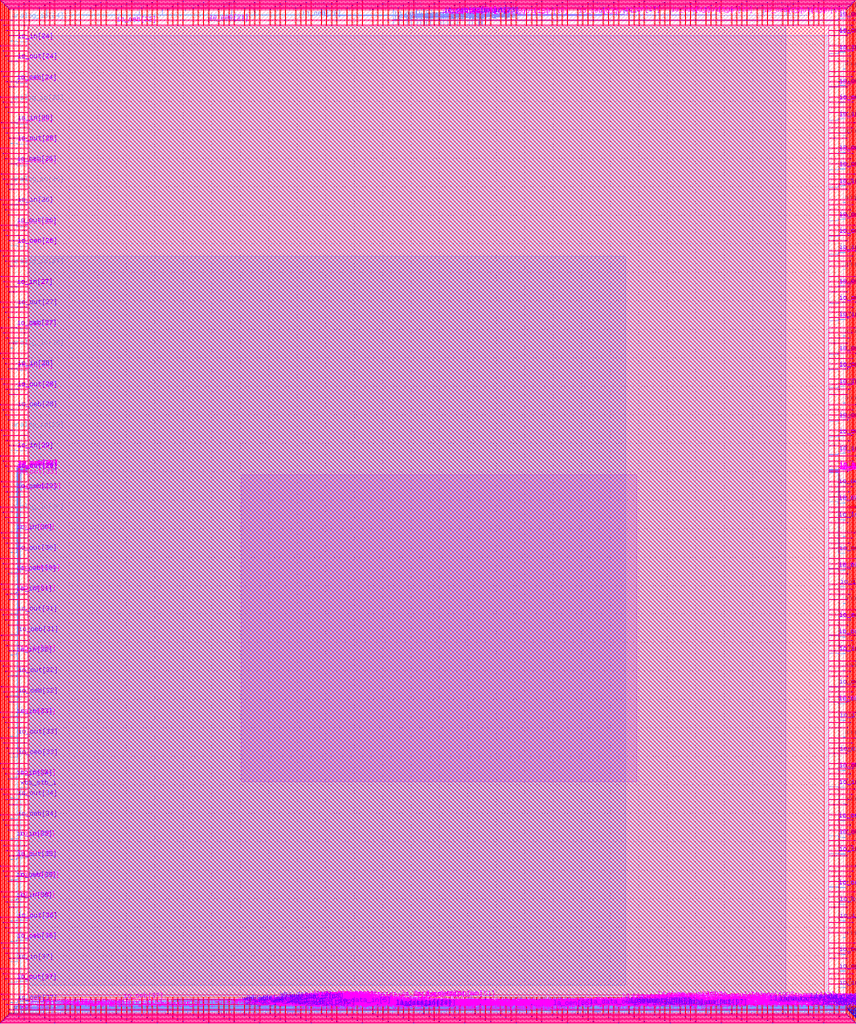
<source format=lef>
VERSION 5.7 ;
  NOWIREEXTENSIONATPIN ON ;
  DIVIDERCHAR "/" ;
  BUSBITCHARS "[]" ;
MACRO user_project_wrapper
  CLASS BLOCK ;
  FOREIGN user_project_wrapper ;
  ORIGIN 0.000 0.000 ;
  SIZE 2920.000 BY 3520.000 ;
  PIN analog_io[0]
    DIRECTION INOUT ;
    PORT
      LAYER met3 ;
        RECT 2917.600 28.980 2924.800 30.180 ;
    END
  END analog_io[0]
  PIN analog_io[10]
    DIRECTION INOUT ;
    PORT
      LAYER met3 ;
        RECT 2917.600 2374.980 2924.800 2376.180 ;
    END
  END analog_io[10]
  PIN analog_io[11]
    DIRECTION INOUT ;
    PORT
      LAYER met3 ;
        RECT 2917.600 2609.580 2924.800 2610.780 ;
    END
  END analog_io[11]
  PIN analog_io[12]
    DIRECTION INOUT ;
    PORT
      LAYER met3 ;
        RECT 2917.600 2844.180 2924.800 2845.380 ;
    END
  END analog_io[12]
  PIN analog_io[13]
    DIRECTION INOUT ;
    PORT
      LAYER met3 ;
        RECT 2917.600 3078.780 2924.800 3079.980 ;
    END
  END analog_io[13]
  PIN analog_io[14]
    DIRECTION INOUT ;
    PORT
      LAYER met3 ;
        RECT 2917.600 3313.380 2924.800 3314.580 ;
    END
  END analog_io[14]
  PIN analog_io[15]
    DIRECTION INOUT ;
    PORT
      LAYER met2 ;
        RECT 2879.090 3517.600 2879.650 3524.800 ;
    END
  END analog_io[15]
  PIN analog_io[16]
    DIRECTION INOUT ;
    PORT
      LAYER met2 ;
        RECT 2554.790 3517.600 2555.350 3524.800 ;
    END
  END analog_io[16]
  PIN analog_io[17]
    DIRECTION INOUT ;
    PORT
      LAYER met2 ;
        RECT 2230.490 3517.600 2231.050 3524.800 ;
    END
  END analog_io[17]
  PIN analog_io[18]
    DIRECTION INOUT ;
    PORT
      LAYER met2 ;
        RECT 1905.730 3517.600 1906.290 3524.800 ;
    END
  END analog_io[18]
  PIN analog_io[19]
    DIRECTION INOUT ;
    PORT
      LAYER met2 ;
        RECT 1581.430 3517.600 1581.990 3524.800 ;
    END
  END analog_io[19]
  PIN analog_io[1]
    DIRECTION INOUT ;
    PORT
      LAYER met3 ;
        RECT 2917.600 263.580 2924.800 264.780 ;
    END
  END analog_io[1]
  PIN analog_io[20]
    DIRECTION INOUT ;
    PORT
      LAYER met2 ;
        RECT 1257.130 3517.600 1257.690 3524.800 ;
    END
  END analog_io[20]
  PIN analog_io[21]
    DIRECTION INOUT ;
    PORT
      LAYER met2 ;
        RECT 932.370 3517.600 932.930 3524.800 ;
    END
  END analog_io[21]
  PIN analog_io[22]
    DIRECTION INOUT ;
    PORT
      LAYER met2 ;
        RECT 608.070 3517.600 608.630 3524.800 ;
    END
  END analog_io[22]
  PIN analog_io[23]
    DIRECTION INOUT ;
    PORT
      LAYER met2 ;
        RECT 283.770 3517.600 284.330 3524.800 ;
    END
  END analog_io[23]
  PIN analog_io[24]
    DIRECTION INOUT ;
    PORT
      LAYER met3 ;
        RECT -4.800 3482.700 2.400 3483.900 ;
    END
  END analog_io[24]
  PIN analog_io[25]
    DIRECTION INOUT ;
    PORT
      LAYER met3 ;
        RECT -4.800 3195.060 2.400 3196.260 ;
    END
  END analog_io[25]
  PIN analog_io[26]
    DIRECTION INOUT ;
    PORT
      LAYER met3 ;
        RECT -4.800 2908.100 2.400 2909.300 ;
    END
  END analog_io[26]
  PIN analog_io[27]
    DIRECTION INOUT ;
    PORT
      LAYER met3 ;
        RECT -4.800 2620.460 2.400 2621.660 ;
    END
  END analog_io[27]
  PIN analog_io[28]
    DIRECTION INOUT ;
    PORT
      LAYER met3 ;
        RECT -4.800 2333.500 2.400 2334.700 ;
    END
  END analog_io[28]
  PIN analog_io[29]
    DIRECTION INOUT ;
    PORT
      LAYER met3 ;
        RECT -4.800 2045.860 2.400 2047.060 ;
    END
  END analog_io[29]
  PIN analog_io[2]
    DIRECTION INOUT ;
    PORT
      LAYER met3 ;
        RECT 2917.600 498.180 2924.800 499.380 ;
    END
  END analog_io[2]
  PIN analog_io[30]
    DIRECTION INOUT ;
    PORT
      LAYER met3 ;
        RECT -4.800 1758.900 2.400 1760.100 ;
    END
  END analog_io[30]
  PIN analog_io[3]
    DIRECTION INOUT ;
    PORT
      LAYER met3 ;
        RECT 2917.600 732.780 2924.800 733.980 ;
    END
  END analog_io[3]
  PIN analog_io[4]
    DIRECTION INOUT ;
    PORT
      LAYER met3 ;
        RECT 2917.600 967.380 2924.800 968.580 ;
    END
  END analog_io[4]
  PIN analog_io[5]
    DIRECTION INOUT ;
    PORT
      LAYER met3 ;
        RECT 2917.600 1201.980 2924.800 1203.180 ;
    END
  END analog_io[5]
  PIN analog_io[6]
    DIRECTION INOUT ;
    PORT
      LAYER met3 ;
        RECT 2917.600 1436.580 2924.800 1437.780 ;
    END
  END analog_io[6]
  PIN analog_io[7]
    DIRECTION INOUT ;
    PORT
      LAYER met3 ;
        RECT 2917.600 1671.180 2924.800 1672.380 ;
    END
  END analog_io[7]
  PIN analog_io[8]
    DIRECTION INOUT ;
    PORT
      LAYER met3 ;
        RECT 2917.600 1905.780 2924.800 1906.980 ;
    END
  END analog_io[8]
  PIN analog_io[9]
    DIRECTION INOUT ;
    PORT
      LAYER met3 ;
        RECT 2917.600 2140.380 2924.800 2141.580 ;
    END
  END analog_io[9]
  PIN io_in[0]
    DIRECTION INPUT ;
    PORT
      LAYER met1 ;
        RECT 2901.290 1898.120 2901.610 1898.180 ;
        RECT 2866.000 1897.980 2901.610 1898.120 ;
        RECT 2901.290 1897.920 2901.610 1897.980 ;
      LAYER via ;
        RECT 2901.320 1897.920 2901.580 1898.180 ;
      LAYER met2 ;
        RECT 2901.320 1897.890 2901.580 1898.210 ;
        RECT 2901.380 88.245 2901.520 1897.890 ;
        RECT 2901.310 87.875 2901.590 88.245 ;
      LAYER via2 ;
        RECT 2901.310 87.920 2901.590 88.200 ;
      LAYER met3 ;
        RECT 2901.285 88.210 2901.615 88.225 ;
        RECT 2917.600 88.210 2924.800 88.660 ;
        RECT 2901.285 87.910 2924.800 88.210 ;
        RECT 2901.285 87.895 2901.615 87.910 ;
        RECT 2917.600 87.460 2924.800 87.910 ;
    END
  END io_in[0]
  PIN io_in[10]
    DIRECTION INPUT ;
    PORT
      LAYER met1 ;
        RECT 2900.830 2429.200 2901.150 2429.260 ;
        RECT 2866.000 2429.060 2901.150 2429.200 ;
        RECT 2900.830 2429.000 2901.150 2429.060 ;
      LAYER via ;
        RECT 2900.860 2429.000 2901.120 2429.260 ;
      LAYER met2 ;
        RECT 2900.850 2433.875 2901.130 2434.245 ;
        RECT 2900.920 2429.290 2901.060 2433.875 ;
        RECT 2900.860 2428.970 2901.120 2429.290 ;
      LAYER via2 ;
        RECT 2900.850 2433.920 2901.130 2434.200 ;
      LAYER met3 ;
        RECT 2900.825 2434.210 2901.155 2434.225 ;
        RECT 2917.600 2434.210 2924.800 2434.660 ;
        RECT 2900.825 2433.910 2924.800 2434.210 ;
        RECT 2900.825 2433.895 2901.155 2433.910 ;
        RECT 2917.600 2433.460 2924.800 2433.910 ;
    END
  END io_in[10]
  PIN io_in[11]
    DIRECTION INPUT ;
    PORT
      LAYER met1 ;
        RECT 2900.830 2663.800 2901.150 2663.860 ;
        RECT 2866.000 2663.660 2901.150 2663.800 ;
        RECT 2900.830 2663.600 2901.150 2663.660 ;
      LAYER via ;
        RECT 2900.860 2663.600 2901.120 2663.860 ;
      LAYER met2 ;
        RECT 2900.850 2669.155 2901.130 2669.525 ;
        RECT 2900.920 2663.890 2901.060 2669.155 ;
        RECT 2900.860 2663.570 2901.120 2663.890 ;
      LAYER via2 ;
        RECT 2900.850 2669.200 2901.130 2669.480 ;
      LAYER met3 ;
        RECT 2900.825 2669.490 2901.155 2669.505 ;
        RECT 2917.600 2669.490 2924.800 2669.940 ;
        RECT 2900.825 2669.190 2924.800 2669.490 ;
        RECT 2900.825 2669.175 2901.155 2669.190 ;
        RECT 2917.600 2668.740 2924.800 2669.190 ;
    END
  END io_in[11]
  PIN io_in[12]
    DIRECTION INPUT ;
    PORT
      LAYER met1 ;
        RECT 2900.830 2898.400 2901.150 2898.460 ;
        RECT 2866.000 2898.260 2901.150 2898.400 ;
        RECT 2900.830 2898.200 2901.150 2898.260 ;
      LAYER via ;
        RECT 2900.860 2898.200 2901.120 2898.460 ;
      LAYER met2 ;
        RECT 2900.850 2903.755 2901.130 2904.125 ;
        RECT 2900.920 2898.490 2901.060 2903.755 ;
        RECT 2900.860 2898.170 2901.120 2898.490 ;
      LAYER via2 ;
        RECT 2900.850 2903.800 2901.130 2904.080 ;
      LAYER met3 ;
        RECT 2900.825 2904.090 2901.155 2904.105 ;
        RECT 2917.600 2904.090 2924.800 2904.540 ;
        RECT 2900.825 2903.790 2924.800 2904.090 ;
        RECT 2900.825 2903.775 2901.155 2903.790 ;
        RECT 2917.600 2903.340 2924.800 2903.790 ;
    END
  END io_in[12]
  PIN io_in[13]
    DIRECTION INPUT ;
    PORT
      LAYER met1 ;
        RECT 2900.830 3133.000 2901.150 3133.060 ;
        RECT 2866.000 3132.860 2901.150 3133.000 ;
        RECT 2900.830 3132.800 2901.150 3132.860 ;
      LAYER via ;
        RECT 2900.860 3132.800 2901.120 3133.060 ;
      LAYER met2 ;
        RECT 2900.850 3138.355 2901.130 3138.725 ;
        RECT 2900.920 3133.090 2901.060 3138.355 ;
        RECT 2900.860 3132.770 2901.120 3133.090 ;
      LAYER via2 ;
        RECT 2900.850 3138.400 2901.130 3138.680 ;
      LAYER met3 ;
        RECT 2900.825 3138.690 2901.155 3138.705 ;
        RECT 2917.600 3138.690 2924.800 3139.140 ;
        RECT 2900.825 3138.390 2924.800 3138.690 ;
        RECT 2900.825 3138.375 2901.155 3138.390 ;
        RECT 2917.600 3137.940 2924.800 3138.390 ;
    END
  END io_in[13]
  PIN io_in[14]
    DIRECTION INPUT ;
    PORT
      LAYER met1 ;
        RECT 2900.830 3367.600 2901.150 3367.660 ;
        RECT 2866.000 3367.460 2901.150 3367.600 ;
        RECT 2900.830 3367.400 2901.150 3367.460 ;
      LAYER via ;
        RECT 2900.860 3367.400 2901.120 3367.660 ;
      LAYER met2 ;
        RECT 2900.850 3372.955 2901.130 3373.325 ;
        RECT 2900.920 3367.690 2901.060 3372.955 ;
        RECT 2900.860 3367.370 2901.120 3367.690 ;
      LAYER via2 ;
        RECT 2900.850 3373.000 2901.130 3373.280 ;
      LAYER met3 ;
        RECT 2900.825 3373.290 2901.155 3373.305 ;
        RECT 2917.600 3373.290 2924.800 3373.740 ;
        RECT 2900.825 3372.990 2924.800 3373.290 ;
        RECT 2900.825 3372.975 2901.155 3372.990 ;
        RECT 2917.600 3372.540 2924.800 3372.990 ;
    END
  END io_in[14]
  PIN io_in[15]
    DIRECTION INPUT ;
    PORT
      LAYER met1 ;
        RECT 1358.910 3501.560 1359.230 3501.620 ;
        RECT 2798.250 3501.560 2798.570 3501.620 ;
        RECT 1358.910 3501.420 2798.570 3501.560 ;
        RECT 1358.910 3501.360 1359.230 3501.420 ;
        RECT 2798.250 3501.360 2798.570 3501.420 ;
      LAYER via ;
        RECT 1358.940 3501.360 1359.200 3501.620 ;
        RECT 2798.280 3501.360 2798.540 3501.620 ;
      LAYER met2 ;
        RECT 2798.130 3517.600 2798.690 3524.800 ;
        RECT 2798.340 3501.650 2798.480 3517.600 ;
        RECT 1358.940 3501.330 1359.200 3501.650 ;
        RECT 2798.280 3501.330 2798.540 3501.650 ;
        RECT 1359.000 3466.000 1359.140 3501.330 ;
    END
  END io_in[15]
  PIN io_in[16]
    DIRECTION INPUT ;
    PORT
      LAYER met1 ;
        RECT 1400.310 3503.260 1400.630 3503.320 ;
        RECT 2473.950 3503.260 2474.270 3503.320 ;
        RECT 1400.310 3503.120 2474.270 3503.260 ;
        RECT 1400.310 3503.060 1400.630 3503.120 ;
        RECT 2473.950 3503.060 2474.270 3503.120 ;
      LAYER via ;
        RECT 1400.340 3503.060 1400.600 3503.320 ;
        RECT 2473.980 3503.060 2474.240 3503.320 ;
      LAYER met2 ;
        RECT 2473.830 3517.600 2474.390 3524.800 ;
        RECT 2474.040 3503.350 2474.180 3517.600 ;
        RECT 1400.340 3503.030 1400.600 3503.350 ;
        RECT 2473.980 3503.030 2474.240 3503.350 ;
        RECT 1400.400 3466.000 1400.540 3503.030 ;
    END
  END io_in[16]
  PIN io_in[17]
    DIRECTION INPUT ;
    PORT
      LAYER met1 ;
        RECT 1434.810 3504.960 1435.130 3505.020 ;
        RECT 2149.190 3504.960 2149.510 3505.020 ;
        RECT 1434.810 3504.820 2149.510 3504.960 ;
        RECT 1434.810 3504.760 1435.130 3504.820 ;
        RECT 2149.190 3504.760 2149.510 3504.820 ;
      LAYER via ;
        RECT 1434.840 3504.760 1435.100 3505.020 ;
        RECT 2149.220 3504.760 2149.480 3505.020 ;
      LAYER met2 ;
        RECT 2149.070 3517.600 2149.630 3524.800 ;
        RECT 2149.280 3505.050 2149.420 3517.600 ;
        RECT 1434.840 3504.730 1435.100 3505.050 ;
        RECT 2149.220 3504.730 2149.480 3505.050 ;
        RECT 1434.900 3466.000 1435.040 3504.730 ;
    END
  END io_in[17]
  PIN io_in[18]
    DIRECTION INPUT ;
    PORT
      LAYER met1 ;
        RECT 1469.310 3499.860 1469.630 3499.920 ;
        RECT 1824.890 3499.860 1825.210 3499.920 ;
        RECT 1469.310 3499.720 1825.210 3499.860 ;
        RECT 1469.310 3499.660 1469.630 3499.720 ;
        RECT 1824.890 3499.660 1825.210 3499.720 ;
      LAYER via ;
        RECT 1469.340 3499.660 1469.600 3499.920 ;
        RECT 1824.920 3499.660 1825.180 3499.920 ;
      LAYER met2 ;
        RECT 1824.770 3517.600 1825.330 3524.800 ;
        RECT 1824.980 3499.950 1825.120 3517.600 ;
        RECT 1469.340 3499.630 1469.600 3499.950 ;
        RECT 1824.920 3499.630 1825.180 3499.950 ;
        RECT 1469.400 3466.000 1469.540 3499.630 ;
    END
  END io_in[18]
  PIN io_in[19]
    DIRECTION INPUT ;
    PORT
      LAYER met1 ;
        RECT 1500.590 3498.500 1500.910 3498.560 ;
        RECT 1504.270 3498.500 1504.590 3498.560 ;
        RECT 1500.590 3498.360 1504.590 3498.500 ;
        RECT 1500.590 3498.300 1500.910 3498.360 ;
        RECT 1504.270 3498.300 1504.590 3498.360 ;
      LAYER via ;
        RECT 1500.620 3498.300 1500.880 3498.560 ;
        RECT 1504.300 3498.300 1504.560 3498.560 ;
      LAYER met2 ;
        RECT 1500.470 3517.600 1501.030 3524.800 ;
        RECT 1500.680 3498.590 1500.820 3517.600 ;
        RECT 1500.620 3498.270 1500.880 3498.590 ;
        RECT 1504.300 3498.270 1504.560 3498.590 ;
        RECT 1504.360 3466.000 1504.500 3498.270 ;
    END
  END io_in[19]
  PIN io_in[1]
    DIRECTION INPUT ;
    PORT
      LAYER met1 ;
        RECT 2902.670 1898.460 2902.990 1898.520 ;
        RECT 2866.000 1898.320 2902.990 1898.460 ;
        RECT 2902.670 1898.260 2902.990 1898.320 ;
      LAYER via ;
        RECT 2902.700 1898.260 2902.960 1898.520 ;
      LAYER met2 ;
        RECT 2902.700 1898.230 2902.960 1898.550 ;
        RECT 2902.760 322.845 2902.900 1898.230 ;
        RECT 2902.690 322.475 2902.970 322.845 ;
      LAYER via2 ;
        RECT 2902.690 322.520 2902.970 322.800 ;
      LAYER met3 ;
        RECT 2902.665 322.810 2902.995 322.825 ;
        RECT 2917.600 322.810 2924.800 323.260 ;
        RECT 2902.665 322.510 2924.800 322.810 ;
        RECT 2902.665 322.495 2902.995 322.510 ;
        RECT 2917.600 322.060 2924.800 322.510 ;
    END
  END io_in[1]
  PIN io_in[20]
    DIRECTION INPUT ;
    PORT
      LAYER met1 ;
        RECT 1175.830 3500.200 1176.150 3500.260 ;
        RECT 1538.770 3500.200 1539.090 3500.260 ;
        RECT 1175.830 3500.060 1539.090 3500.200 ;
        RECT 1175.830 3500.000 1176.150 3500.060 ;
        RECT 1538.770 3500.000 1539.090 3500.060 ;
      LAYER via ;
        RECT 1175.860 3500.000 1176.120 3500.260 ;
        RECT 1538.800 3500.000 1539.060 3500.260 ;
      LAYER met2 ;
        RECT 1175.710 3517.600 1176.270 3524.800 ;
        RECT 1175.920 3500.290 1176.060 3517.600 ;
        RECT 1175.860 3499.970 1176.120 3500.290 ;
        RECT 1538.800 3499.970 1539.060 3500.290 ;
        RECT 1538.860 3466.000 1539.000 3499.970 ;
    END
  END io_in[20]
  PIN io_in[21]
    DIRECTION INPUT ;
    PORT
      LAYER met1 ;
        RECT 851.530 3504.620 851.850 3504.680 ;
        RECT 1573.270 3504.620 1573.590 3504.680 ;
        RECT 851.530 3504.480 1573.590 3504.620 ;
        RECT 851.530 3504.420 851.850 3504.480 ;
        RECT 1573.270 3504.420 1573.590 3504.480 ;
      LAYER via ;
        RECT 851.560 3504.420 851.820 3504.680 ;
        RECT 1573.300 3504.420 1573.560 3504.680 ;
      LAYER met2 ;
        RECT 851.410 3517.600 851.970 3524.800 ;
        RECT 851.620 3504.710 851.760 3517.600 ;
        RECT 851.560 3504.390 851.820 3504.710 ;
        RECT 1573.300 3504.390 1573.560 3504.710 ;
        RECT 1573.360 3466.000 1573.500 3504.390 ;
    END
  END io_in[21]
  PIN io_in[22]
    DIRECTION INPUT ;
    PORT
      LAYER met1 ;
        RECT 527.230 3502.920 527.550 3502.980 ;
        RECT 1614.670 3502.920 1614.990 3502.980 ;
        RECT 527.230 3502.780 1614.990 3502.920 ;
        RECT 527.230 3502.720 527.550 3502.780 ;
        RECT 1614.670 3502.720 1614.990 3502.780 ;
      LAYER via ;
        RECT 527.260 3502.720 527.520 3502.980 ;
        RECT 1614.700 3502.720 1614.960 3502.980 ;
      LAYER met2 ;
        RECT 527.110 3517.600 527.670 3524.800 ;
        RECT 527.320 3503.010 527.460 3517.600 ;
        RECT 527.260 3502.690 527.520 3503.010 ;
        RECT 1614.700 3502.690 1614.960 3503.010 ;
        RECT 1614.760 3466.000 1614.900 3502.690 ;
    END
  END io_in[22]
  PIN io_in[23]
    DIRECTION INPUT ;
    PORT
      LAYER met2 ;
        RECT 202.350 3517.600 202.910 3524.800 ;
        RECT 202.560 3503.205 202.700 3517.600 ;
        RECT 202.490 3502.835 202.770 3503.205 ;
        RECT 1649.190 3502.835 1649.470 3503.205 ;
        RECT 1649.260 3466.000 1649.400 3502.835 ;
      LAYER via2 ;
        RECT 202.490 3502.880 202.770 3503.160 ;
        RECT 1649.190 3502.880 1649.470 3503.160 ;
      LAYER met3 ;
        RECT 202.465 3503.170 202.795 3503.185 ;
        RECT 1649.165 3503.170 1649.495 3503.185 ;
        RECT 202.465 3502.870 1649.495 3503.170 ;
        RECT 202.465 3502.855 202.795 3502.870 ;
        RECT 1649.165 3502.855 1649.495 3502.870 ;
    END
  END io_in[23]
  PIN io_in[24]
    DIRECTION INPUT ;
    PORT
      LAYER met1 ;
        RECT 17.550 3408.740 17.870 3408.800 ;
        RECT 17.550 3408.600 54.000 3408.740 ;
        RECT 17.550 3408.540 17.870 3408.600 ;
      LAYER via ;
        RECT 17.580 3408.540 17.840 3408.800 ;
      LAYER met2 ;
        RECT 17.570 3411.035 17.850 3411.405 ;
        RECT 17.640 3408.830 17.780 3411.035 ;
        RECT 17.580 3408.510 17.840 3408.830 ;
      LAYER via2 ;
        RECT 17.570 3411.080 17.850 3411.360 ;
      LAYER met3 ;
        RECT -4.800 3411.370 2.400 3411.820 ;
        RECT 17.545 3411.370 17.875 3411.385 ;
        RECT -4.800 3411.070 17.875 3411.370 ;
        RECT -4.800 3410.620 2.400 3411.070 ;
        RECT 17.545 3411.055 17.875 3411.070 ;
    END
  END io_in[24]
  PIN io_in[25]
    DIRECTION INPUT ;
    PORT
      LAYER met1 ;
        RECT 17.090 3119.060 17.410 3119.120 ;
        RECT 17.090 3118.920 54.000 3119.060 ;
        RECT 17.090 3118.860 17.410 3118.920 ;
      LAYER via ;
        RECT 17.120 3118.860 17.380 3119.120 ;
      LAYER met2 ;
        RECT 17.110 3124.075 17.390 3124.445 ;
        RECT 17.180 3119.150 17.320 3124.075 ;
        RECT 17.120 3118.830 17.380 3119.150 ;
      LAYER via2 ;
        RECT 17.110 3124.120 17.390 3124.400 ;
      LAYER met3 ;
        RECT -4.800 3124.410 2.400 3124.860 ;
        RECT 17.085 3124.410 17.415 3124.425 ;
        RECT -4.800 3124.110 17.415 3124.410 ;
        RECT -4.800 3123.660 2.400 3124.110 ;
        RECT 17.085 3124.095 17.415 3124.110 ;
    END
  END io_in[25]
  PIN io_in[26]
    DIRECTION INPUT ;
    PORT
      LAYER met1 ;
        RECT 17.090 2836.180 17.410 2836.240 ;
        RECT 17.090 2836.040 54.000 2836.180 ;
        RECT 17.090 2835.980 17.410 2836.040 ;
      LAYER via ;
        RECT 17.120 2835.980 17.380 2836.240 ;
      LAYER met2 ;
        RECT 17.110 2836.435 17.390 2836.805 ;
        RECT 17.180 2836.270 17.320 2836.435 ;
        RECT 17.120 2835.950 17.380 2836.270 ;
      LAYER via2 ;
        RECT 17.110 2836.480 17.390 2836.760 ;
      LAYER met3 ;
        RECT -4.800 2836.770 2.400 2837.220 ;
        RECT 17.085 2836.770 17.415 2836.785 ;
        RECT -4.800 2836.470 17.415 2836.770 ;
        RECT -4.800 2836.020 2.400 2836.470 ;
        RECT 17.085 2836.455 17.415 2836.470 ;
    END
  END io_in[26]
  PIN io_in[27]
    DIRECTION INPUT ;
    PORT
      LAYER met1 ;
        RECT 15.710 2546.500 16.030 2546.560 ;
        RECT 15.710 2546.360 54.000 2546.500 ;
        RECT 15.710 2546.300 16.030 2546.360 ;
      LAYER via ;
        RECT 15.740 2546.300 16.000 2546.560 ;
      LAYER met2 ;
        RECT 15.730 2549.475 16.010 2549.845 ;
        RECT 15.800 2546.590 15.940 2549.475 ;
        RECT 15.740 2546.270 16.000 2546.590 ;
      LAYER via2 ;
        RECT 15.730 2549.520 16.010 2549.800 ;
      LAYER met3 ;
        RECT -4.800 2549.810 2.400 2550.260 ;
        RECT 15.705 2549.810 16.035 2549.825 ;
        RECT -4.800 2549.510 16.035 2549.810 ;
        RECT -4.800 2549.060 2.400 2549.510 ;
        RECT 15.705 2549.495 16.035 2549.510 ;
    END
  END io_in[27]
  PIN io_in[28]
    DIRECTION INPUT ;
    PORT
      LAYER met1 ;
        RECT 17.090 2256.480 17.410 2256.540 ;
        RECT 17.090 2256.340 54.000 2256.480 ;
        RECT 17.090 2256.280 17.410 2256.340 ;
      LAYER via ;
        RECT 17.120 2256.280 17.380 2256.540 ;
      LAYER met2 ;
        RECT 17.110 2261.835 17.390 2262.205 ;
        RECT 17.180 2256.570 17.320 2261.835 ;
        RECT 17.120 2256.250 17.380 2256.570 ;
      LAYER via2 ;
        RECT 17.110 2261.880 17.390 2262.160 ;
      LAYER met3 ;
        RECT -4.800 2262.170 2.400 2262.620 ;
        RECT 17.085 2262.170 17.415 2262.185 ;
        RECT -4.800 2261.870 17.415 2262.170 ;
        RECT -4.800 2261.420 2.400 2261.870 ;
        RECT 17.085 2261.855 17.415 2261.870 ;
    END
  END io_in[28]
  PIN io_in[29]
    DIRECTION INPUT ;
    PORT
      LAYER met1 ;
        RECT 16.630 1973.600 16.950 1973.660 ;
        RECT 16.630 1973.460 54.000 1973.600 ;
        RECT 16.630 1973.400 16.950 1973.460 ;
      LAYER via ;
        RECT 16.660 1973.400 16.920 1973.660 ;
      LAYER met2 ;
        RECT 16.650 1974.875 16.930 1975.245 ;
        RECT 16.720 1973.690 16.860 1974.875 ;
        RECT 16.660 1973.370 16.920 1973.690 ;
      LAYER via2 ;
        RECT 16.650 1974.920 16.930 1975.200 ;
      LAYER met3 ;
        RECT -4.800 1975.210 2.400 1975.660 ;
        RECT 16.625 1975.210 16.955 1975.225 ;
        RECT -4.800 1974.910 16.955 1975.210 ;
        RECT -4.800 1974.460 2.400 1974.910 ;
        RECT 16.625 1974.895 16.955 1974.910 ;
    END
  END io_in[29]
  PIN io_in[2]
    DIRECTION INPUT ;
    PORT
      LAYER met1 ;
        RECT 2900.830 558.860 2901.150 558.920 ;
        RECT 2866.000 558.720 2901.150 558.860 ;
        RECT 2900.830 558.660 2901.150 558.720 ;
      LAYER via ;
        RECT 2900.860 558.660 2901.120 558.920 ;
      LAYER met2 ;
        RECT 2900.860 558.630 2901.120 558.950 ;
        RECT 2900.920 557.445 2901.060 558.630 ;
        RECT 2900.850 557.075 2901.130 557.445 ;
      LAYER via2 ;
        RECT 2900.850 557.120 2901.130 557.400 ;
      LAYER met3 ;
        RECT 2900.825 557.410 2901.155 557.425 ;
        RECT 2917.600 557.410 2924.800 557.860 ;
        RECT 2900.825 557.110 2924.800 557.410 ;
        RECT 2900.825 557.095 2901.155 557.110 ;
        RECT 2917.600 556.660 2924.800 557.110 ;
    END
  END io_in[2]
  PIN io_in[30]
    DIRECTION INPUT ;
    PORT
      LAYER met1 ;
        RECT 23.530 1900.500 23.850 1900.560 ;
        RECT 23.530 1900.360 54.000 1900.500 ;
        RECT 23.530 1900.300 23.850 1900.360 ;
        RECT 13.870 1689.020 14.190 1689.080 ;
        RECT 23.530 1689.020 23.850 1689.080 ;
        RECT 13.870 1688.880 23.850 1689.020 ;
        RECT 13.870 1688.820 14.190 1688.880 ;
        RECT 23.530 1688.820 23.850 1688.880 ;
      LAYER via ;
        RECT 23.560 1900.300 23.820 1900.560 ;
        RECT 13.900 1688.820 14.160 1689.080 ;
        RECT 23.560 1688.820 23.820 1689.080 ;
      LAYER met2 ;
        RECT 23.560 1900.270 23.820 1900.590 ;
        RECT 23.620 1689.110 23.760 1900.270 ;
        RECT 13.900 1688.790 14.160 1689.110 ;
        RECT 23.560 1688.790 23.820 1689.110 ;
        RECT 13.960 1687.605 14.100 1688.790 ;
        RECT 13.890 1687.235 14.170 1687.605 ;
      LAYER via2 ;
        RECT 13.890 1687.280 14.170 1687.560 ;
      LAYER met3 ;
        RECT -4.800 1687.570 2.400 1688.020 ;
        RECT 13.865 1687.570 14.195 1687.585 ;
        RECT -4.800 1687.270 14.195 1687.570 ;
        RECT -4.800 1686.820 2.400 1687.270 ;
        RECT 13.865 1687.255 14.195 1687.270 ;
    END
  END io_in[30]
  PIN io_in[31]
    DIRECTION INPUT ;
    PORT
      LAYER met1 ;
        RECT 26.750 1899.480 27.070 1899.540 ;
        RECT 26.750 1899.340 54.000 1899.480 ;
        RECT 26.750 1899.280 27.070 1899.340 ;
        RECT 13.870 1475.500 14.190 1475.560 ;
        RECT 26.750 1475.500 27.070 1475.560 ;
        RECT 13.870 1475.360 27.070 1475.500 ;
        RECT 13.870 1475.300 14.190 1475.360 ;
        RECT 26.750 1475.300 27.070 1475.360 ;
      LAYER via ;
        RECT 26.780 1899.280 27.040 1899.540 ;
        RECT 13.900 1475.300 14.160 1475.560 ;
        RECT 26.780 1475.300 27.040 1475.560 ;
      LAYER met2 ;
        RECT 26.780 1899.250 27.040 1899.570 ;
        RECT 26.840 1475.590 26.980 1899.250 ;
        RECT 13.900 1475.270 14.160 1475.590 ;
        RECT 26.780 1475.270 27.040 1475.590 ;
        RECT 13.960 1472.045 14.100 1475.270 ;
        RECT 13.890 1471.675 14.170 1472.045 ;
      LAYER via2 ;
        RECT 13.890 1471.720 14.170 1472.000 ;
      LAYER met3 ;
        RECT -4.800 1472.010 2.400 1472.460 ;
        RECT 13.865 1472.010 14.195 1472.025 ;
        RECT -4.800 1471.710 14.195 1472.010 ;
        RECT -4.800 1471.260 2.400 1471.710 ;
        RECT 13.865 1471.695 14.195 1471.710 ;
    END
  END io_in[31]
  PIN io_in[32]
    DIRECTION INPUT ;
    PORT
      LAYER met1 ;
        RECT 26.290 1899.140 26.610 1899.200 ;
        RECT 26.290 1899.000 54.000 1899.140 ;
        RECT 26.290 1898.940 26.610 1899.000 ;
        RECT 13.870 1262.660 14.190 1262.720 ;
        RECT 26.290 1262.660 26.610 1262.720 ;
        RECT 13.870 1262.520 26.610 1262.660 ;
        RECT 13.870 1262.460 14.190 1262.520 ;
        RECT 26.290 1262.460 26.610 1262.520 ;
      LAYER via ;
        RECT 26.320 1898.940 26.580 1899.200 ;
        RECT 13.900 1262.460 14.160 1262.720 ;
        RECT 26.320 1262.460 26.580 1262.720 ;
      LAYER met2 ;
        RECT 26.320 1898.910 26.580 1899.230 ;
        RECT 26.380 1262.750 26.520 1898.910 ;
        RECT 13.900 1262.430 14.160 1262.750 ;
        RECT 26.320 1262.430 26.580 1262.750 ;
        RECT 13.960 1256.485 14.100 1262.430 ;
        RECT 13.890 1256.115 14.170 1256.485 ;
      LAYER via2 ;
        RECT 13.890 1256.160 14.170 1256.440 ;
      LAYER met3 ;
        RECT -4.800 1256.450 2.400 1256.900 ;
        RECT 13.865 1256.450 14.195 1256.465 ;
        RECT -4.800 1256.150 14.195 1256.450 ;
        RECT -4.800 1255.700 2.400 1256.150 ;
        RECT 13.865 1256.135 14.195 1256.150 ;
    END
  END io_in[32]
  PIN io_in[33]
    DIRECTION INPUT ;
    PORT
      LAYER met1 ;
        RECT 25.830 1898.800 26.150 1898.860 ;
        RECT 25.830 1898.660 54.000 1898.800 ;
        RECT 25.830 1898.600 26.150 1898.660 ;
        RECT 13.870 1040.980 14.190 1041.040 ;
        RECT 25.830 1040.980 26.150 1041.040 ;
        RECT 13.870 1040.840 26.150 1040.980 ;
        RECT 13.870 1040.780 14.190 1040.840 ;
        RECT 25.830 1040.780 26.150 1040.840 ;
      LAYER via ;
        RECT 25.860 1898.600 26.120 1898.860 ;
        RECT 13.900 1040.780 14.160 1041.040 ;
        RECT 25.860 1040.780 26.120 1041.040 ;
      LAYER met2 ;
        RECT 25.860 1898.570 26.120 1898.890 ;
        RECT 25.920 1041.070 26.060 1898.570 ;
        RECT 13.900 1040.925 14.160 1041.070 ;
        RECT 13.890 1040.555 14.170 1040.925 ;
        RECT 25.860 1040.750 26.120 1041.070 ;
      LAYER via2 ;
        RECT 13.890 1040.600 14.170 1040.880 ;
      LAYER met3 ;
        RECT -4.800 1040.890 2.400 1041.340 ;
        RECT 13.865 1040.890 14.195 1040.905 ;
        RECT -4.800 1040.590 14.195 1040.890 ;
        RECT -4.800 1040.140 2.400 1040.590 ;
        RECT 13.865 1040.575 14.195 1040.590 ;
    END
  END io_in[33]
  PIN io_in[34]
    DIRECTION INPUT ;
    PORT
      LAYER met1 ;
        RECT 25.370 1906.280 25.690 1906.340 ;
        RECT 25.370 1906.140 54.000 1906.280 ;
        RECT 25.370 1906.080 25.690 1906.140 ;
        RECT 13.870 826.100 14.190 826.160 ;
        RECT 25.370 826.100 25.690 826.160 ;
        RECT 13.870 825.960 25.690 826.100 ;
        RECT 13.870 825.900 14.190 825.960 ;
        RECT 25.370 825.900 25.690 825.960 ;
      LAYER via ;
        RECT 25.400 1906.080 25.660 1906.340 ;
        RECT 13.900 825.900 14.160 826.160 ;
        RECT 25.400 825.900 25.660 826.160 ;
      LAYER met2 ;
        RECT 25.400 1906.050 25.660 1906.370 ;
        RECT 25.460 826.190 25.600 1906.050 ;
        RECT 13.900 825.870 14.160 826.190 ;
        RECT 25.400 825.870 25.660 826.190 ;
        RECT 13.960 825.365 14.100 825.870 ;
        RECT 13.890 824.995 14.170 825.365 ;
      LAYER via2 ;
        RECT 13.890 825.040 14.170 825.320 ;
      LAYER met3 ;
        RECT -4.800 825.330 2.400 825.780 ;
        RECT 13.865 825.330 14.195 825.345 ;
        RECT -4.800 825.030 14.195 825.330 ;
        RECT -4.800 824.580 2.400 825.030 ;
        RECT 13.865 825.015 14.195 825.030 ;
    END
  END io_in[34]
  PIN io_in[35]
    DIRECTION INPUT ;
    PORT
      LAYER met1 ;
        RECT 24.910 1905.600 25.230 1905.660 ;
        RECT 24.910 1905.460 54.000 1905.600 ;
        RECT 24.910 1905.400 25.230 1905.460 ;
        RECT 13.870 611.560 14.190 611.620 ;
        RECT 24.910 611.560 25.230 611.620 ;
        RECT 13.870 611.420 25.230 611.560 ;
        RECT 13.870 611.360 14.190 611.420 ;
        RECT 24.910 611.360 25.230 611.420 ;
      LAYER via ;
        RECT 24.940 1905.400 25.200 1905.660 ;
        RECT 13.900 611.360 14.160 611.620 ;
        RECT 24.940 611.360 25.200 611.620 ;
      LAYER met2 ;
        RECT 24.940 1905.370 25.200 1905.690 ;
        RECT 25.000 611.650 25.140 1905.370 ;
        RECT 13.900 611.330 14.160 611.650 ;
        RECT 24.940 611.330 25.200 611.650 ;
        RECT 13.960 610.485 14.100 611.330 ;
        RECT 13.890 610.115 14.170 610.485 ;
      LAYER via2 ;
        RECT 13.890 610.160 14.170 610.440 ;
      LAYER met3 ;
        RECT -4.800 610.450 2.400 610.900 ;
        RECT 13.865 610.450 14.195 610.465 ;
        RECT -4.800 610.150 14.195 610.450 ;
        RECT -4.800 609.700 2.400 610.150 ;
        RECT 13.865 610.135 14.195 610.150 ;
    END
  END io_in[35]
  PIN io_in[36]
    DIRECTION INPUT ;
    PORT
      LAYER met1 ;
        RECT 23.990 1897.780 24.310 1897.840 ;
        RECT 23.990 1897.640 54.000 1897.780 ;
        RECT 23.990 1897.580 24.310 1897.640 ;
        RECT 13.870 399.400 14.190 399.460 ;
        RECT 23.990 399.400 24.310 399.460 ;
        RECT 13.870 399.260 24.310 399.400 ;
        RECT 13.870 399.200 14.190 399.260 ;
        RECT 23.990 399.200 24.310 399.260 ;
      LAYER via ;
        RECT 24.020 1897.580 24.280 1897.840 ;
        RECT 13.900 399.200 14.160 399.460 ;
        RECT 24.020 399.200 24.280 399.460 ;
      LAYER met2 ;
        RECT 24.020 1897.550 24.280 1897.870 ;
        RECT 24.080 399.490 24.220 1897.550 ;
        RECT 13.900 399.170 14.160 399.490 ;
        RECT 24.020 399.170 24.280 399.490 ;
        RECT 13.960 394.925 14.100 399.170 ;
        RECT 13.890 394.555 14.170 394.925 ;
      LAYER via2 ;
        RECT 13.890 394.600 14.170 394.880 ;
      LAYER met3 ;
        RECT -4.800 394.890 2.400 395.340 ;
        RECT 13.865 394.890 14.195 394.905 ;
        RECT -4.800 394.590 14.195 394.890 ;
        RECT -4.800 394.140 2.400 394.590 ;
        RECT 13.865 394.575 14.195 394.590 ;
    END
  END io_in[36]
  PIN io_in[37]
    DIRECTION INPUT ;
    PORT
      LAYER met1 ;
        RECT 17.550 1904.580 17.870 1904.640 ;
        RECT 17.550 1904.440 54.000 1904.580 ;
        RECT 17.550 1904.380 17.870 1904.440 ;
      LAYER via ;
        RECT 17.580 1904.380 17.840 1904.640 ;
      LAYER met2 ;
        RECT 17.580 1904.350 17.840 1904.670 ;
        RECT 17.640 1887.410 17.780 1904.350 ;
        RECT 17.180 1887.270 17.780 1887.410 ;
        RECT 17.180 179.365 17.320 1887.270 ;
        RECT 17.110 178.995 17.390 179.365 ;
      LAYER via2 ;
        RECT 17.110 179.040 17.390 179.320 ;
      LAYER met3 ;
        RECT -4.800 179.330 2.400 179.780 ;
        RECT 17.085 179.330 17.415 179.345 ;
        RECT -4.800 179.030 17.415 179.330 ;
        RECT -4.800 178.580 2.400 179.030 ;
        RECT 17.085 179.015 17.415 179.030 ;
    END
  END io_in[37]
  PIN io_in[3]
    DIRECTION INPUT ;
    PORT
      LAYER met1 ;
        RECT 2900.830 793.460 2901.150 793.520 ;
        RECT 2866.000 793.320 2901.150 793.460 ;
        RECT 2900.830 793.260 2901.150 793.320 ;
      LAYER via ;
        RECT 2900.860 793.260 2901.120 793.520 ;
      LAYER met2 ;
        RECT 2900.860 793.230 2901.120 793.550 ;
        RECT 2900.920 792.045 2901.060 793.230 ;
        RECT 2900.850 791.675 2901.130 792.045 ;
      LAYER via2 ;
        RECT 2900.850 791.720 2901.130 792.000 ;
      LAYER met3 ;
        RECT 2900.825 792.010 2901.155 792.025 ;
        RECT 2917.600 792.010 2924.800 792.460 ;
        RECT 2900.825 791.710 2924.800 792.010 ;
        RECT 2900.825 791.695 2901.155 791.710 ;
        RECT 2917.600 791.260 2924.800 791.710 ;
    END
  END io_in[3]
  PIN io_in[4]
    DIRECTION INPUT ;
    PORT
      LAYER met1 ;
        RECT 2904.050 1906.620 2904.370 1906.680 ;
        RECT 2866.000 1906.480 2904.370 1906.620 ;
        RECT 2904.050 1906.420 2904.370 1906.480 ;
      LAYER via ;
        RECT 2904.080 1906.420 2904.340 1906.680 ;
      LAYER met2 ;
        RECT 2904.080 1906.390 2904.340 1906.710 ;
        RECT 2904.140 1026.645 2904.280 1906.390 ;
        RECT 2904.070 1026.275 2904.350 1026.645 ;
      LAYER via2 ;
        RECT 2904.070 1026.320 2904.350 1026.600 ;
      LAYER met3 ;
        RECT 2904.045 1026.610 2904.375 1026.625 ;
        RECT 2917.600 1026.610 2924.800 1027.060 ;
        RECT 2904.045 1026.310 2924.800 1026.610 ;
        RECT 2904.045 1026.295 2904.375 1026.310 ;
        RECT 2917.600 1025.860 2924.800 1026.310 ;
    END
  END io_in[4]
  PIN io_in[5]
    DIRECTION INPUT ;
    PORT
      LAYER met1 ;
        RECT 2900.830 1262.660 2901.150 1262.720 ;
        RECT 2866.000 1262.520 2901.150 1262.660 ;
        RECT 2900.830 1262.460 2901.150 1262.520 ;
      LAYER via ;
        RECT 2900.860 1262.460 2901.120 1262.720 ;
      LAYER met2 ;
        RECT 2900.860 1262.430 2901.120 1262.750 ;
        RECT 2900.920 1261.245 2901.060 1262.430 ;
        RECT 2900.850 1260.875 2901.130 1261.245 ;
      LAYER via2 ;
        RECT 2900.850 1260.920 2901.130 1261.200 ;
      LAYER met3 ;
        RECT 2900.825 1261.210 2901.155 1261.225 ;
        RECT 2917.600 1261.210 2924.800 1261.660 ;
        RECT 2900.825 1260.910 2924.800 1261.210 ;
        RECT 2900.825 1260.895 2901.155 1260.910 ;
        RECT 2917.600 1260.460 2924.800 1260.910 ;
    END
  END io_in[5]
  PIN io_in[6]
    DIRECTION INPUT ;
    PORT
      LAYER met1 ;
        RECT 2904.510 1896.080 2904.830 1896.140 ;
        RECT 2866.000 1895.940 2904.830 1896.080 ;
        RECT 2904.510 1895.880 2904.830 1895.940 ;
      LAYER via ;
        RECT 2904.540 1895.880 2904.800 1896.140 ;
      LAYER met2 ;
        RECT 2904.540 1895.850 2904.800 1896.170 ;
        RECT 2904.600 1495.845 2904.740 1895.850 ;
        RECT 2904.530 1495.475 2904.810 1495.845 ;
      LAYER via2 ;
        RECT 2904.530 1495.520 2904.810 1495.800 ;
      LAYER met3 ;
        RECT 2904.505 1495.810 2904.835 1495.825 ;
        RECT 2917.600 1495.810 2924.800 1496.260 ;
        RECT 2904.505 1495.510 2924.800 1495.810 ;
        RECT 2904.505 1495.495 2904.835 1495.510 ;
        RECT 2917.600 1495.060 2924.800 1495.510 ;
    END
  END io_in[6]
  PIN io_in[7]
    DIRECTION INPUT ;
    PORT
      LAYER met1 ;
        RECT 2900.370 1896.420 2900.690 1896.480 ;
        RECT 2866.000 1896.280 2900.690 1896.420 ;
        RECT 2900.370 1896.220 2900.690 1896.280 ;
      LAYER via ;
        RECT 2900.400 1896.220 2900.660 1896.480 ;
      LAYER met2 ;
        RECT 2900.400 1896.190 2900.660 1896.510 ;
        RECT 2900.460 1730.445 2900.600 1896.190 ;
        RECT 2900.390 1730.075 2900.670 1730.445 ;
      LAYER via2 ;
        RECT 2900.390 1730.120 2900.670 1730.400 ;
      LAYER met3 ;
        RECT 2900.365 1730.410 2900.695 1730.425 ;
        RECT 2917.600 1730.410 2924.800 1730.860 ;
        RECT 2900.365 1730.110 2924.800 1730.410 ;
        RECT 2900.365 1730.095 2900.695 1730.110 ;
        RECT 2917.600 1729.660 2924.800 1730.110 ;
    END
  END io_in[7]
  PIN io_in[8]
    DIRECTION INPUT ;
    PORT
      LAYER met1 ;
        RECT 2900.830 1960.000 2901.150 1960.060 ;
        RECT 2866.000 1959.860 2901.150 1960.000 ;
        RECT 2900.830 1959.800 2901.150 1959.860 ;
      LAYER via ;
        RECT 2900.860 1959.800 2901.120 1960.060 ;
      LAYER met2 ;
        RECT 2900.850 1964.675 2901.130 1965.045 ;
        RECT 2900.920 1960.090 2901.060 1964.675 ;
        RECT 2900.860 1959.770 2901.120 1960.090 ;
      LAYER via2 ;
        RECT 2900.850 1964.720 2901.130 1965.000 ;
      LAYER met3 ;
        RECT 2900.825 1965.010 2901.155 1965.025 ;
        RECT 2917.600 1965.010 2924.800 1965.460 ;
        RECT 2900.825 1964.710 2924.800 1965.010 ;
        RECT 2900.825 1964.695 2901.155 1964.710 ;
        RECT 2917.600 1964.260 2924.800 1964.710 ;
    END
  END io_in[8]
  PIN io_in[9]
    DIRECTION INPUT ;
    PORT
      LAYER met1 ;
        RECT 2900.830 2194.600 2901.150 2194.660 ;
        RECT 2866.000 2194.460 2901.150 2194.600 ;
        RECT 2900.830 2194.400 2901.150 2194.460 ;
      LAYER via ;
        RECT 2900.860 2194.400 2901.120 2194.660 ;
      LAYER met2 ;
        RECT 2900.850 2199.275 2901.130 2199.645 ;
        RECT 2900.920 2194.690 2901.060 2199.275 ;
        RECT 2900.860 2194.370 2901.120 2194.690 ;
      LAYER via2 ;
        RECT 2900.850 2199.320 2901.130 2199.600 ;
      LAYER met3 ;
        RECT 2900.825 2199.610 2901.155 2199.625 ;
        RECT 2917.600 2199.610 2924.800 2200.060 ;
        RECT 2900.825 2199.310 2924.800 2199.610 ;
        RECT 2900.825 2199.295 2901.155 2199.310 ;
        RECT 2917.600 2198.860 2924.800 2199.310 ;
    END
  END io_in[9]
  PIN io_oeb[0]
    DIRECTION OUTPUT TRISTATE ;
    PORT
      LAYER met1 ;
        RECT 2902.210 1904.920 2902.530 1904.980 ;
        RECT 2866.000 1904.780 2902.530 1904.920 ;
        RECT 2902.210 1904.720 2902.530 1904.780 ;
      LAYER via ;
        RECT 2902.240 1904.720 2902.500 1904.980 ;
      LAYER met2 ;
        RECT 2902.240 1904.690 2902.500 1905.010 ;
        RECT 2902.300 205.205 2902.440 1904.690 ;
        RECT 2902.230 204.835 2902.510 205.205 ;
      LAYER via2 ;
        RECT 2902.230 204.880 2902.510 205.160 ;
      LAYER met3 ;
        RECT 2902.205 205.170 2902.535 205.185 ;
        RECT 2917.600 205.170 2924.800 205.620 ;
        RECT 2902.205 204.870 2924.800 205.170 ;
        RECT 2902.205 204.855 2902.535 204.870 ;
        RECT 2917.600 204.420 2924.800 204.870 ;
    END
  END io_oeb[0]
  PIN io_oeb[10]
    DIRECTION OUTPUT TRISTATE ;
    PORT
      LAYER met1 ;
        RECT 2900.830 2546.840 2901.150 2546.900 ;
        RECT 2866.000 2546.700 2901.150 2546.840 ;
        RECT 2900.830 2546.640 2901.150 2546.700 ;
      LAYER via ;
        RECT 2900.860 2546.640 2901.120 2546.900 ;
      LAYER met2 ;
        RECT 2900.850 2551.515 2901.130 2551.885 ;
        RECT 2900.920 2546.930 2901.060 2551.515 ;
        RECT 2900.860 2546.610 2901.120 2546.930 ;
      LAYER via2 ;
        RECT 2900.850 2551.560 2901.130 2551.840 ;
      LAYER met3 ;
        RECT 2900.825 2551.850 2901.155 2551.865 ;
        RECT 2917.600 2551.850 2924.800 2552.300 ;
        RECT 2900.825 2551.550 2924.800 2551.850 ;
        RECT 2900.825 2551.535 2901.155 2551.550 ;
        RECT 2917.600 2551.100 2924.800 2551.550 ;
    END
  END io_oeb[10]
  PIN io_oeb[11]
    DIRECTION OUTPUT TRISTATE ;
    PORT
      LAYER met1 ;
        RECT 2900.830 2781.100 2901.150 2781.160 ;
        RECT 2866.000 2780.960 2901.150 2781.100 ;
        RECT 2900.830 2780.900 2901.150 2780.960 ;
      LAYER via ;
        RECT 2900.860 2780.900 2901.120 2781.160 ;
      LAYER met2 ;
        RECT 2900.850 2786.115 2901.130 2786.485 ;
        RECT 2900.920 2781.190 2901.060 2786.115 ;
        RECT 2900.860 2780.870 2901.120 2781.190 ;
      LAYER via2 ;
        RECT 2900.850 2786.160 2901.130 2786.440 ;
      LAYER met3 ;
        RECT 2900.825 2786.450 2901.155 2786.465 ;
        RECT 2917.600 2786.450 2924.800 2786.900 ;
        RECT 2900.825 2786.150 2924.800 2786.450 ;
        RECT 2900.825 2786.135 2901.155 2786.150 ;
        RECT 2917.600 2785.700 2924.800 2786.150 ;
    END
  END io_oeb[11]
  PIN io_oeb[12]
    DIRECTION OUTPUT TRISTATE ;
    PORT
      LAYER met1 ;
        RECT 2900.830 3015.700 2901.150 3015.760 ;
        RECT 2866.000 3015.560 2901.150 3015.700 ;
        RECT 2900.830 3015.500 2901.150 3015.560 ;
      LAYER via ;
        RECT 2900.860 3015.500 2901.120 3015.760 ;
      LAYER met2 ;
        RECT 2900.850 3020.715 2901.130 3021.085 ;
        RECT 2900.920 3015.790 2901.060 3020.715 ;
        RECT 2900.860 3015.470 2901.120 3015.790 ;
      LAYER via2 ;
        RECT 2900.850 3020.760 2901.130 3021.040 ;
      LAYER met3 ;
        RECT 2900.825 3021.050 2901.155 3021.065 ;
        RECT 2917.600 3021.050 2924.800 3021.500 ;
        RECT 2900.825 3020.750 2924.800 3021.050 ;
        RECT 2900.825 3020.735 2901.155 3020.750 ;
        RECT 2917.600 3020.300 2924.800 3020.750 ;
    END
  END io_oeb[12]
  PIN io_oeb[13]
    DIRECTION OUTPUT TRISTATE ;
    PORT
      LAYER met1 ;
        RECT 2900.830 3250.300 2901.150 3250.360 ;
        RECT 2866.000 3250.160 2901.150 3250.300 ;
        RECT 2900.830 3250.100 2901.150 3250.160 ;
      LAYER via ;
        RECT 2900.860 3250.100 2901.120 3250.360 ;
      LAYER met2 ;
        RECT 2900.850 3255.315 2901.130 3255.685 ;
        RECT 2900.920 3250.390 2901.060 3255.315 ;
        RECT 2900.860 3250.070 2901.120 3250.390 ;
      LAYER via2 ;
        RECT 2900.850 3255.360 2901.130 3255.640 ;
      LAYER met3 ;
        RECT 2900.825 3255.650 2901.155 3255.665 ;
        RECT 2917.600 3255.650 2924.800 3256.100 ;
        RECT 2900.825 3255.350 2924.800 3255.650 ;
        RECT 2900.825 3255.335 2901.155 3255.350 ;
        RECT 2917.600 3254.900 2924.800 3255.350 ;
    END
  END io_oeb[13]
  PIN io_oeb[14]
    DIRECTION OUTPUT TRISTATE ;
    PORT
      LAYER met1 ;
        RECT 1337.750 3484.900 1338.070 3484.960 ;
        RECT 2900.830 3484.900 2901.150 3484.960 ;
        RECT 1337.750 3484.760 2901.150 3484.900 ;
        RECT 1337.750 3484.700 1338.070 3484.760 ;
        RECT 2900.830 3484.700 2901.150 3484.760 ;
      LAYER via ;
        RECT 1337.780 3484.700 1338.040 3484.960 ;
        RECT 2900.860 3484.700 2901.120 3484.960 ;
      LAYER met2 ;
        RECT 2900.850 3489.915 2901.130 3490.285 ;
        RECT 2900.920 3484.990 2901.060 3489.915 ;
        RECT 1337.780 3484.670 1338.040 3484.990 ;
        RECT 2900.860 3484.670 2901.120 3484.990 ;
        RECT 1337.840 3466.000 1337.980 3484.670 ;
      LAYER via2 ;
        RECT 2900.850 3489.960 2901.130 3490.240 ;
      LAYER met3 ;
        RECT 2900.825 3490.250 2901.155 3490.265 ;
        RECT 2917.600 3490.250 2924.800 3490.700 ;
        RECT 2900.825 3489.950 2924.800 3490.250 ;
        RECT 2900.825 3489.935 2901.155 3489.950 ;
        RECT 2917.600 3489.500 2924.800 3489.950 ;
    END
  END io_oeb[14]
  PIN io_oeb[15]
    DIRECTION OUTPUT TRISTATE ;
    PORT
      LAYER met1 ;
        RECT 1372.710 3502.240 1373.030 3502.300 ;
        RECT 2635.870 3502.240 2636.190 3502.300 ;
        RECT 1372.710 3502.100 2636.190 3502.240 ;
        RECT 1372.710 3502.040 1373.030 3502.100 ;
        RECT 2635.870 3502.040 2636.190 3502.100 ;
      LAYER via ;
        RECT 1372.740 3502.040 1373.000 3502.300 ;
        RECT 2635.900 3502.040 2636.160 3502.300 ;
      LAYER met2 ;
        RECT 2635.750 3517.600 2636.310 3524.800 ;
        RECT 2635.960 3502.330 2636.100 3517.600 ;
        RECT 1372.740 3502.010 1373.000 3502.330 ;
        RECT 2635.900 3502.010 2636.160 3502.330 ;
        RECT 1372.800 3466.000 1372.940 3502.010 ;
    END
  END io_oeb[15]
  PIN io_oeb[16]
    DIRECTION OUTPUT TRISTATE ;
    PORT
      LAYER met1 ;
        RECT 1407.210 3503.940 1407.530 3504.000 ;
        RECT 2311.570 3503.940 2311.890 3504.000 ;
        RECT 1407.210 3503.800 2311.890 3503.940 ;
        RECT 1407.210 3503.740 1407.530 3503.800 ;
        RECT 2311.570 3503.740 2311.890 3503.800 ;
      LAYER via ;
        RECT 1407.240 3503.740 1407.500 3504.000 ;
        RECT 2311.600 3503.740 2311.860 3504.000 ;
      LAYER met2 ;
        RECT 2311.450 3517.600 2312.010 3524.800 ;
        RECT 2311.660 3504.030 2311.800 3517.600 ;
        RECT 1407.240 3503.710 1407.500 3504.030 ;
        RECT 2311.600 3503.710 2311.860 3504.030 ;
        RECT 1407.300 3466.000 1407.440 3503.710 ;
    END
  END io_oeb[16]
  PIN io_oeb[17]
    DIRECTION OUTPUT TRISTATE ;
    PORT
      LAYER met1 ;
        RECT 1448.610 3500.880 1448.930 3500.940 ;
        RECT 1987.270 3500.880 1987.590 3500.940 ;
        RECT 1448.610 3500.740 1987.590 3500.880 ;
        RECT 1448.610 3500.680 1448.930 3500.740 ;
        RECT 1987.270 3500.680 1987.590 3500.740 ;
      LAYER via ;
        RECT 1448.640 3500.680 1448.900 3500.940 ;
        RECT 1987.300 3500.680 1987.560 3500.940 ;
      LAYER met2 ;
        RECT 1987.150 3517.600 1987.710 3524.800 ;
        RECT 1987.360 3500.970 1987.500 3517.600 ;
        RECT 1448.640 3500.650 1448.900 3500.970 ;
        RECT 1987.300 3500.650 1987.560 3500.970 ;
        RECT 1448.700 3466.000 1448.840 3500.650 ;
    END
  END io_oeb[17]
  PIN io_oeb[18]
    DIRECTION OUTPUT TRISTATE ;
    PORT
      LAYER met1 ;
        RECT 1483.110 3499.180 1483.430 3499.240 ;
        RECT 1662.510 3499.180 1662.830 3499.240 ;
        RECT 1483.110 3499.040 1662.830 3499.180 ;
        RECT 1483.110 3498.980 1483.430 3499.040 ;
        RECT 1662.510 3498.980 1662.830 3499.040 ;
      LAYER via ;
        RECT 1483.140 3498.980 1483.400 3499.240 ;
        RECT 1662.540 3498.980 1662.800 3499.240 ;
      LAYER met2 ;
        RECT 1662.390 3517.600 1662.950 3524.800 ;
        RECT 1662.600 3499.270 1662.740 3517.600 ;
        RECT 1483.140 3498.950 1483.400 3499.270 ;
        RECT 1662.540 3498.950 1662.800 3499.270 ;
        RECT 1483.200 3466.000 1483.340 3498.950 ;
    END
  END io_oeb[18]
  PIN io_oeb[19]
    DIRECTION OUTPUT TRISTATE ;
    PORT
      LAYER met2 ;
        RECT 1338.090 3517.600 1338.650 3524.800 ;
        RECT 1338.300 3466.000 1338.440 3517.600 ;
    END
  END io_oeb[19]
  PIN io_oeb[1]
    DIRECTION OUTPUT TRISTATE ;
    PORT
      LAYER met1 ;
        RECT 2899.910 441.560 2900.230 441.620 ;
        RECT 2866.000 441.420 2900.230 441.560 ;
        RECT 2899.910 441.360 2900.230 441.420 ;
      LAYER via ;
        RECT 2899.940 441.360 2900.200 441.620 ;
      LAYER met2 ;
        RECT 2899.940 441.330 2900.200 441.650 ;
        RECT 2900.000 439.805 2900.140 441.330 ;
        RECT 2899.930 439.435 2900.210 439.805 ;
      LAYER via2 ;
        RECT 2899.930 439.480 2900.210 439.760 ;
      LAYER met3 ;
        RECT 2899.905 439.770 2900.235 439.785 ;
        RECT 2917.600 439.770 2924.800 440.220 ;
        RECT 2899.905 439.470 2924.800 439.770 ;
        RECT 2899.905 439.455 2900.235 439.470 ;
        RECT 2917.600 439.020 2924.800 439.470 ;
    END
  END io_oeb[1]
  PIN io_oeb[20]
    DIRECTION OUTPUT TRISTATE ;
    PORT
      LAYER met2 ;
        RECT 1013.790 3517.600 1014.350 3524.800 ;
        RECT 1014.000 3466.000 1014.140 3517.600 ;
    END
  END io_oeb[20]
  PIN io_oeb[21]
    DIRECTION OUTPUT TRISTATE ;
    PORT
      LAYER met1 ;
        RECT 688.690 3491.360 689.010 3491.420 ;
        RECT 689.610 3491.360 689.930 3491.420 ;
        RECT 688.690 3491.220 689.930 3491.360 ;
        RECT 688.690 3491.160 689.010 3491.220 ;
        RECT 689.610 3491.160 689.930 3491.220 ;
        RECT 688.230 3477.420 688.550 3477.480 ;
        RECT 689.610 3477.420 689.930 3477.480 ;
        RECT 688.230 3477.280 689.930 3477.420 ;
        RECT 688.230 3477.220 688.550 3477.280 ;
        RECT 689.610 3477.220 689.930 3477.280 ;
      LAYER via ;
        RECT 688.720 3491.160 688.980 3491.420 ;
        RECT 689.640 3491.160 689.900 3491.420 ;
        RECT 688.260 3477.220 688.520 3477.480 ;
        RECT 689.640 3477.220 689.900 3477.480 ;
      LAYER met2 ;
        RECT 689.030 3517.600 689.590 3524.800 ;
        RECT 689.240 3517.370 689.380 3517.600 ;
        RECT 688.780 3517.230 689.380 3517.370 ;
        RECT 688.780 3491.450 688.920 3517.230 ;
        RECT 688.720 3491.130 688.980 3491.450 ;
        RECT 689.640 3491.130 689.900 3491.450 ;
        RECT 689.700 3477.510 689.840 3491.130 ;
        RECT 688.260 3477.190 688.520 3477.510 ;
        RECT 689.640 3477.190 689.900 3477.510 ;
        RECT 688.320 3466.000 688.460 3477.190 ;
    END
  END io_oeb[21]
  PIN io_oeb[22]
    DIRECTION OUTPUT TRISTATE ;
    PORT
      LAYER met1 ;
        RECT 363.470 3470.620 363.790 3470.680 ;
        RECT 364.390 3470.620 364.710 3470.680 ;
        RECT 363.470 3470.480 364.710 3470.620 ;
        RECT 363.470 3470.420 363.790 3470.480 ;
        RECT 364.390 3470.420 364.710 3470.480 ;
      LAYER via ;
        RECT 363.500 3470.420 363.760 3470.680 ;
        RECT 364.420 3470.420 364.680 3470.680 ;
      LAYER met2 ;
        RECT 364.730 3517.600 365.290 3524.800 ;
        RECT 364.940 3517.370 365.080 3517.600 ;
        RECT 364.020 3517.230 365.080 3517.370 ;
        RECT 364.020 3491.530 364.160 3517.230 ;
        RECT 363.560 3491.390 364.160 3491.530 ;
        RECT 363.560 3470.710 363.700 3491.390 ;
        RECT 363.500 3470.390 363.760 3470.710 ;
        RECT 364.420 3470.390 364.680 3470.710 ;
        RECT 364.480 3466.000 364.620 3470.390 ;
    END
  END io_oeb[22]
  PIN io_oeb[23]
    DIRECTION OUTPUT TRISTATE ;
    PORT
      LAYER met2 ;
        RECT 40.430 3517.600 40.990 3524.800 ;
        RECT 40.640 3502.525 40.780 3517.600 ;
        RECT 40.570 3502.155 40.850 3502.525 ;
        RECT 1514.870 3502.155 1515.150 3502.525 ;
        RECT 1514.940 3466.000 1515.080 3502.155 ;
      LAYER via2 ;
        RECT 40.570 3502.200 40.850 3502.480 ;
        RECT 1514.870 3502.200 1515.150 3502.480 ;
      LAYER met3 ;
        RECT 40.545 3502.490 40.875 3502.505 ;
        RECT 1514.845 3502.490 1515.175 3502.505 ;
        RECT 40.545 3502.190 1515.175 3502.490 ;
        RECT 40.545 3502.175 40.875 3502.190 ;
        RECT 1514.845 3502.175 1515.175 3502.190 ;
    END
  END io_oeb[23]
  PIN io_oeb[24]
    DIRECTION OUTPUT TRISTATE ;
    PORT
      LAYER met1 ;
        RECT 15.250 3263.900 15.570 3263.960 ;
        RECT 15.250 3263.760 54.000 3263.900 ;
        RECT 15.250 3263.700 15.570 3263.760 ;
      LAYER via ;
        RECT 15.280 3263.700 15.540 3263.960 ;
      LAYER met2 ;
        RECT 15.270 3267.555 15.550 3267.925 ;
        RECT 15.340 3263.990 15.480 3267.555 ;
        RECT 15.280 3263.670 15.540 3263.990 ;
      LAYER via2 ;
        RECT 15.270 3267.600 15.550 3267.880 ;
      LAYER met3 ;
        RECT -4.800 3267.890 2.400 3268.340 ;
        RECT 15.245 3267.890 15.575 3267.905 ;
        RECT -4.800 3267.590 15.575 3267.890 ;
        RECT -4.800 3267.140 2.400 3267.590 ;
        RECT 15.245 3267.575 15.575 3267.590 ;
    END
  END io_oeb[24]
  PIN io_oeb[25]
    DIRECTION OUTPUT TRISTATE ;
    PORT
      LAYER met1 ;
        RECT 16.170 2974.220 16.490 2974.280 ;
        RECT 16.170 2974.080 54.000 2974.220 ;
        RECT 16.170 2974.020 16.490 2974.080 ;
      LAYER via ;
        RECT 16.200 2974.020 16.460 2974.280 ;
      LAYER met2 ;
        RECT 16.190 2979.915 16.470 2980.285 ;
        RECT 16.260 2974.310 16.400 2979.915 ;
        RECT 16.200 2973.990 16.460 2974.310 ;
      LAYER via2 ;
        RECT 16.190 2979.960 16.470 2980.240 ;
      LAYER met3 ;
        RECT -4.800 2980.250 2.400 2980.700 ;
        RECT 16.165 2980.250 16.495 2980.265 ;
        RECT -4.800 2979.950 16.495 2980.250 ;
        RECT -4.800 2979.500 2.400 2979.950 ;
        RECT 16.165 2979.935 16.495 2979.950 ;
    END
  END io_oeb[25]
  PIN io_oeb[26]
    DIRECTION OUTPUT TRISTATE ;
    PORT
      LAYER met1 ;
        RECT 17.090 2691.340 17.410 2691.400 ;
        RECT 17.090 2691.200 54.000 2691.340 ;
        RECT 17.090 2691.140 17.410 2691.200 ;
      LAYER via ;
        RECT 17.120 2691.140 17.380 2691.400 ;
      LAYER met2 ;
        RECT 17.110 2692.955 17.390 2693.325 ;
        RECT 17.180 2691.430 17.320 2692.955 ;
        RECT 17.120 2691.110 17.380 2691.430 ;
      LAYER via2 ;
        RECT 17.110 2693.000 17.390 2693.280 ;
      LAYER met3 ;
        RECT -4.800 2693.290 2.400 2693.740 ;
        RECT 17.085 2693.290 17.415 2693.305 ;
        RECT -4.800 2692.990 17.415 2693.290 ;
        RECT -4.800 2692.540 2.400 2692.990 ;
        RECT 17.085 2692.975 17.415 2692.990 ;
    END
  END io_oeb[26]
  PIN io_oeb[27]
    DIRECTION OUTPUT TRISTATE ;
    PORT
      LAYER met1 ;
        RECT 15.710 2401.320 16.030 2401.380 ;
        RECT 15.710 2401.180 54.000 2401.320 ;
        RECT 15.710 2401.120 16.030 2401.180 ;
      LAYER via ;
        RECT 15.740 2401.120 16.000 2401.380 ;
      LAYER met2 ;
        RECT 15.730 2405.315 16.010 2405.685 ;
        RECT 15.800 2401.410 15.940 2405.315 ;
        RECT 15.740 2401.090 16.000 2401.410 ;
      LAYER via2 ;
        RECT 15.730 2405.360 16.010 2405.640 ;
      LAYER met3 ;
        RECT -4.800 2405.650 2.400 2406.100 ;
        RECT 15.705 2405.650 16.035 2405.665 ;
        RECT -4.800 2405.350 16.035 2405.650 ;
        RECT -4.800 2404.900 2.400 2405.350 ;
        RECT 15.705 2405.335 16.035 2405.350 ;
    END
  END io_oeb[27]
  PIN io_oeb[28]
    DIRECTION OUTPUT TRISTATE ;
    PORT
      LAYER met1 ;
        RECT 17.090 2118.440 17.410 2118.500 ;
        RECT 17.090 2118.300 54.000 2118.440 ;
        RECT 17.090 2118.240 17.410 2118.300 ;
      LAYER via ;
        RECT 17.120 2118.240 17.380 2118.500 ;
      LAYER met2 ;
        RECT 17.110 2118.355 17.390 2118.725 ;
        RECT 17.120 2118.210 17.380 2118.355 ;
      LAYER via2 ;
        RECT 17.110 2118.400 17.390 2118.680 ;
      LAYER met3 ;
        RECT -4.800 2118.690 2.400 2119.140 ;
        RECT 17.085 2118.690 17.415 2118.705 ;
        RECT -4.800 2118.390 17.415 2118.690 ;
        RECT -4.800 2117.940 2.400 2118.390 ;
        RECT 17.085 2118.375 17.415 2118.390 ;
    END
  END io_oeb[28]
  PIN io_oeb[29]
    DIRECTION OUTPUT TRISTATE ;
    PORT
      LAYER met1 ;
        RECT 30.890 1906.960 31.210 1907.020 ;
        RECT 30.890 1906.820 54.000 1906.960 ;
        RECT 30.890 1906.760 31.210 1906.820 ;
        RECT 14.790 1831.140 15.110 1831.200 ;
        RECT 30.890 1831.140 31.210 1831.200 ;
        RECT 14.790 1831.000 31.210 1831.140 ;
        RECT 14.790 1830.940 15.110 1831.000 ;
        RECT 30.890 1830.940 31.210 1831.000 ;
      LAYER via ;
        RECT 30.920 1906.760 31.180 1907.020 ;
        RECT 14.820 1830.940 15.080 1831.200 ;
        RECT 30.920 1830.940 31.180 1831.200 ;
      LAYER met2 ;
        RECT 30.920 1906.730 31.180 1907.050 ;
        RECT 30.980 1831.230 31.120 1906.730 ;
        RECT 14.820 1831.085 15.080 1831.230 ;
        RECT 14.810 1830.715 15.090 1831.085 ;
        RECT 30.920 1830.910 31.180 1831.230 ;
      LAYER via2 ;
        RECT 14.810 1830.760 15.090 1831.040 ;
      LAYER met3 ;
        RECT -4.800 1831.050 2.400 1831.500 ;
        RECT 14.785 1831.050 15.115 1831.065 ;
        RECT -4.800 1830.750 15.115 1831.050 ;
        RECT -4.800 1830.300 2.400 1830.750 ;
        RECT 14.785 1830.735 15.115 1830.750 ;
    END
  END io_oeb[29]
  PIN io_oeb[2]
    DIRECTION OUTPUT TRISTATE ;
    PORT
      LAYER met1 ;
        RECT 2899.910 676.160 2900.230 676.220 ;
        RECT 2866.000 676.020 2900.230 676.160 ;
        RECT 2899.910 675.960 2900.230 676.020 ;
      LAYER via ;
        RECT 2899.940 675.960 2900.200 676.220 ;
      LAYER met2 ;
        RECT 2899.940 675.930 2900.200 676.250 ;
        RECT 2900.000 674.405 2900.140 675.930 ;
        RECT 2899.930 674.035 2900.210 674.405 ;
      LAYER via2 ;
        RECT 2899.930 674.080 2900.210 674.360 ;
      LAYER met3 ;
        RECT 2899.905 674.370 2900.235 674.385 ;
        RECT 2917.600 674.370 2924.800 674.820 ;
        RECT 2899.905 674.070 2924.800 674.370 ;
        RECT 2899.905 674.055 2900.235 674.070 ;
        RECT 2917.600 673.620 2924.800 674.070 ;
    END
  END io_oeb[2]
  PIN io_oeb[30]
    DIRECTION OUTPUT TRISTATE ;
    PORT
      LAYER met1 ;
        RECT 27.210 1900.160 27.530 1900.220 ;
        RECT 27.210 1900.020 54.000 1900.160 ;
        RECT 27.210 1899.960 27.530 1900.020 ;
        RECT 13.870 1544.180 14.190 1544.240 ;
        RECT 27.210 1544.180 27.530 1544.240 ;
        RECT 13.870 1544.040 27.530 1544.180 ;
        RECT 13.870 1543.980 14.190 1544.040 ;
        RECT 27.210 1543.980 27.530 1544.040 ;
      LAYER via ;
        RECT 27.240 1899.960 27.500 1900.220 ;
        RECT 13.900 1543.980 14.160 1544.240 ;
        RECT 27.240 1543.980 27.500 1544.240 ;
      LAYER met2 ;
        RECT 27.240 1899.930 27.500 1900.250 ;
        RECT 27.300 1544.270 27.440 1899.930 ;
        RECT 13.900 1544.125 14.160 1544.270 ;
        RECT 13.890 1543.755 14.170 1544.125 ;
        RECT 27.240 1543.950 27.500 1544.270 ;
      LAYER via2 ;
        RECT 13.890 1543.800 14.170 1544.080 ;
      LAYER met3 ;
        RECT -4.800 1544.090 2.400 1544.540 ;
        RECT 13.865 1544.090 14.195 1544.105 ;
        RECT -4.800 1543.790 14.195 1544.090 ;
        RECT -4.800 1543.340 2.400 1543.790 ;
        RECT 13.865 1543.775 14.195 1543.790 ;
    END
  END io_oeb[30]
  PIN io_oeb[31]
    DIRECTION OUTPUT TRISTATE ;
    PORT
      LAYER met1 ;
        RECT 20.310 1913.080 20.630 1913.140 ;
        RECT 20.310 1912.940 54.000 1913.080 ;
        RECT 20.310 1912.880 20.630 1912.940 ;
      LAYER via ;
        RECT 20.340 1912.880 20.600 1913.140 ;
      LAYER met2 ;
        RECT 20.340 1912.850 20.600 1913.170 ;
        RECT 20.400 1328.565 20.540 1912.850 ;
        RECT 20.330 1328.195 20.610 1328.565 ;
      LAYER via2 ;
        RECT 20.330 1328.240 20.610 1328.520 ;
      LAYER met3 ;
        RECT -4.800 1328.530 2.400 1328.980 ;
        RECT 20.305 1328.530 20.635 1328.545 ;
        RECT -4.800 1328.230 20.635 1328.530 ;
        RECT -4.800 1327.780 2.400 1328.230 ;
        RECT 20.305 1328.215 20.635 1328.230 ;
    END
  END io_oeb[31]
  PIN io_oeb[32]
    DIRECTION OUTPUT TRISTATE ;
    PORT
      LAYER met1 ;
        RECT 19.390 1912.400 19.710 1912.460 ;
        RECT 19.390 1912.260 54.000 1912.400 ;
        RECT 19.390 1912.200 19.710 1912.260 ;
      LAYER via ;
        RECT 19.420 1912.200 19.680 1912.460 ;
      LAYER met2 ;
        RECT 19.420 1912.170 19.680 1912.490 ;
        RECT 19.480 1113.005 19.620 1912.170 ;
        RECT 19.410 1112.635 19.690 1113.005 ;
      LAYER via2 ;
        RECT 19.410 1112.680 19.690 1112.960 ;
      LAYER met3 ;
        RECT -4.800 1112.970 2.400 1113.420 ;
        RECT 19.385 1112.970 19.715 1112.985 ;
        RECT -4.800 1112.670 19.715 1112.970 ;
        RECT -4.800 1112.220 2.400 1112.670 ;
        RECT 19.385 1112.655 19.715 1112.670 ;
    END
  END io_oeb[32]
  PIN io_oeb[33]
    DIRECTION OUTPUT TRISTATE ;
    PORT
      LAYER met1 ;
        RECT 18.930 1911.720 19.250 1911.780 ;
        RECT 18.930 1911.580 54.000 1911.720 ;
        RECT 18.930 1911.520 19.250 1911.580 ;
      LAYER via ;
        RECT 18.960 1911.520 19.220 1911.780 ;
      LAYER met2 ;
        RECT 18.960 1911.490 19.220 1911.810 ;
        RECT 19.020 1881.970 19.160 1911.490 ;
        RECT 18.560 1881.830 19.160 1881.970 ;
        RECT 18.560 897.445 18.700 1881.830 ;
        RECT 18.490 897.075 18.770 897.445 ;
      LAYER via2 ;
        RECT 18.490 897.120 18.770 897.400 ;
      LAYER met3 ;
        RECT -4.800 897.410 2.400 897.860 ;
        RECT 18.465 897.410 18.795 897.425 ;
        RECT -4.800 897.110 18.795 897.410 ;
        RECT -4.800 896.660 2.400 897.110 ;
        RECT 18.465 897.095 18.795 897.110 ;
    END
  END io_oeb[33]
  PIN io_oeb[34]
    DIRECTION OUTPUT TRISTATE ;
    PORT
      LAYER met1 ;
        RECT 18.010 1905.940 18.330 1906.000 ;
        RECT 18.010 1905.800 54.000 1905.940 ;
        RECT 18.010 1905.740 18.330 1905.800 ;
      LAYER via ;
        RECT 18.040 1905.740 18.300 1906.000 ;
      LAYER met2 ;
        RECT 18.040 1905.710 18.300 1906.030 ;
        RECT 18.100 1883.330 18.240 1905.710 ;
        RECT 17.640 1883.190 18.240 1883.330 ;
        RECT 17.640 681.885 17.780 1883.190 ;
        RECT 17.570 681.515 17.850 681.885 ;
      LAYER via2 ;
        RECT 17.570 681.560 17.850 681.840 ;
      LAYER met3 ;
        RECT -4.800 681.850 2.400 682.300 ;
        RECT 17.545 681.850 17.875 681.865 ;
        RECT -4.800 681.550 17.875 681.850 ;
        RECT -4.800 681.100 2.400 681.550 ;
        RECT 17.545 681.535 17.875 681.550 ;
    END
  END io_oeb[34]
  PIN io_oeb[35]
    DIRECTION OUTPUT TRISTATE ;
    PORT
      LAYER met1 ;
        RECT 24.450 1905.260 24.770 1905.320 ;
        RECT 24.450 1905.120 54.000 1905.260 ;
        RECT 24.450 1905.060 24.770 1905.120 ;
        RECT 13.870 466.380 14.190 466.440 ;
        RECT 24.450 466.380 24.770 466.440 ;
        RECT 13.870 466.240 24.770 466.380 ;
        RECT 13.870 466.180 14.190 466.240 ;
        RECT 24.450 466.180 24.770 466.240 ;
      LAYER via ;
        RECT 24.480 1905.060 24.740 1905.320 ;
        RECT 13.900 466.180 14.160 466.440 ;
        RECT 24.480 466.180 24.740 466.440 ;
      LAYER met2 ;
        RECT 24.480 1905.030 24.740 1905.350 ;
        RECT 24.540 466.470 24.680 1905.030 ;
        RECT 13.900 466.325 14.160 466.470 ;
        RECT 13.890 465.955 14.170 466.325 ;
        RECT 24.480 466.150 24.740 466.470 ;
      LAYER via2 ;
        RECT 13.890 466.000 14.170 466.280 ;
      LAYER met3 ;
        RECT -4.800 466.290 2.400 466.740 ;
        RECT 13.865 466.290 14.195 466.305 ;
        RECT -4.800 465.990 14.195 466.290 ;
        RECT -4.800 465.540 2.400 465.990 ;
        RECT 13.865 465.975 14.195 465.990 ;
    END
  END io_oeb[35]
  PIN io_oeb[36]
    DIRECTION OUTPUT TRISTATE ;
    PORT
      LAYER met1 ;
        RECT 15.250 255.240 15.570 255.300 ;
        RECT 15.250 255.100 54.000 255.240 ;
        RECT 15.250 255.040 15.570 255.100 ;
      LAYER via ;
        RECT 15.280 255.040 15.540 255.300 ;
      LAYER met2 ;
        RECT 15.280 255.010 15.540 255.330 ;
        RECT 15.340 250.765 15.480 255.010 ;
        RECT 15.270 250.395 15.550 250.765 ;
      LAYER via2 ;
        RECT 15.270 250.440 15.550 250.720 ;
      LAYER met3 ;
        RECT -4.800 250.730 2.400 251.180 ;
        RECT 15.245 250.730 15.575 250.745 ;
        RECT -4.800 250.430 15.575 250.730 ;
        RECT -4.800 249.980 2.400 250.430 ;
        RECT 15.245 250.415 15.575 250.430 ;
    END
  END io_oeb[36]
  PIN io_oeb[37]
    DIRECTION OUTPUT TRISTATE ;
    PORT
      LAYER met1 ;
        RECT 17.090 41.380 17.410 41.440 ;
        RECT 389.690 41.380 390.010 41.440 ;
        RECT 17.090 41.240 390.010 41.380 ;
        RECT 17.090 41.180 17.410 41.240 ;
        RECT 389.690 41.180 390.010 41.240 ;
      LAYER via ;
        RECT 17.120 41.180 17.380 41.440 ;
        RECT 389.720 41.180 389.980 41.440 ;
      LAYER met2 ;
        RECT 389.780 41.470 389.920 54.000 ;
        RECT 17.120 41.150 17.380 41.470 ;
        RECT 389.720 41.150 389.980 41.470 ;
        RECT 17.180 35.885 17.320 41.150 ;
        RECT 17.110 35.515 17.390 35.885 ;
      LAYER via2 ;
        RECT 17.110 35.560 17.390 35.840 ;
      LAYER met3 ;
        RECT -4.800 35.850 2.400 36.300 ;
        RECT 17.085 35.850 17.415 35.865 ;
        RECT -4.800 35.550 17.415 35.850 ;
        RECT -4.800 35.100 2.400 35.550 ;
        RECT 17.085 35.535 17.415 35.550 ;
    END
  END io_oeb[37]
  PIN io_oeb[3]
    DIRECTION OUTPUT TRISTATE ;
    PORT
      LAYER met1 ;
        RECT 2903.590 1907.640 2903.910 1907.700 ;
        RECT 2866.000 1907.500 2903.910 1907.640 ;
        RECT 2903.590 1907.440 2903.910 1907.500 ;
      LAYER via ;
        RECT 2903.620 1907.440 2903.880 1907.700 ;
      LAYER met2 ;
        RECT 2903.620 1907.410 2903.880 1907.730 ;
        RECT 2903.680 909.685 2903.820 1907.410 ;
        RECT 2903.610 909.315 2903.890 909.685 ;
      LAYER via2 ;
        RECT 2903.610 909.360 2903.890 909.640 ;
      LAYER met3 ;
        RECT 2903.585 909.650 2903.915 909.665 ;
        RECT 2917.600 909.650 2924.800 910.100 ;
        RECT 2903.585 909.350 2924.800 909.650 ;
        RECT 2903.585 909.335 2903.915 909.350 ;
        RECT 2917.600 908.900 2924.800 909.350 ;
    END
  END io_oeb[3]
  PIN io_oeb[4]
    DIRECTION OUTPUT TRISTATE ;
    PORT
      LAYER met1 ;
        RECT 2900.830 1145.360 2901.150 1145.420 ;
        RECT 2866.000 1145.220 2901.150 1145.360 ;
        RECT 2900.830 1145.160 2901.150 1145.220 ;
      LAYER via ;
        RECT 2900.860 1145.160 2901.120 1145.420 ;
      LAYER met2 ;
        RECT 2900.860 1145.130 2901.120 1145.450 ;
        RECT 2900.920 1144.285 2901.060 1145.130 ;
        RECT 2900.850 1143.915 2901.130 1144.285 ;
      LAYER via2 ;
        RECT 2900.850 1143.960 2901.130 1144.240 ;
      LAYER met3 ;
        RECT 2900.825 1144.250 2901.155 1144.265 ;
        RECT 2917.600 1144.250 2924.800 1144.700 ;
        RECT 2900.825 1143.950 2924.800 1144.250 ;
        RECT 2900.825 1143.935 2901.155 1143.950 ;
        RECT 2917.600 1143.500 2924.800 1143.950 ;
    END
  END io_oeb[4]
  PIN io_oeb[5]
    DIRECTION OUTPUT TRISTATE ;
    PORT
      LAYER met1 ;
        RECT 2900.830 1379.960 2901.150 1380.020 ;
        RECT 2866.000 1379.820 2901.150 1379.960 ;
        RECT 2900.830 1379.760 2901.150 1379.820 ;
      LAYER via ;
        RECT 2900.860 1379.760 2901.120 1380.020 ;
      LAYER met2 ;
        RECT 2900.860 1379.730 2901.120 1380.050 ;
        RECT 2900.920 1378.885 2901.060 1379.730 ;
        RECT 2900.850 1378.515 2901.130 1378.885 ;
      LAYER via2 ;
        RECT 2900.850 1378.560 2901.130 1378.840 ;
      LAYER met3 ;
        RECT 2900.825 1378.850 2901.155 1378.865 ;
        RECT 2917.600 1378.850 2924.800 1379.300 ;
        RECT 2900.825 1378.550 2924.800 1378.850 ;
        RECT 2900.825 1378.535 2901.155 1378.550 ;
        RECT 2917.600 1378.100 2924.800 1378.550 ;
    END
  END io_oeb[5]
  PIN io_oeb[6]
    DIRECTION OUTPUT TRISTATE ;
    PORT
      LAYER met1 ;
        RECT 2900.830 1896.760 2901.150 1896.820 ;
        RECT 2866.000 1896.620 2901.150 1896.760 ;
        RECT 2900.830 1896.560 2901.150 1896.620 ;
      LAYER via ;
        RECT 2900.860 1896.560 2901.120 1896.820 ;
      LAYER met2 ;
        RECT 2900.860 1896.530 2901.120 1896.850 ;
        RECT 2900.920 1613.485 2901.060 1896.530 ;
        RECT 2900.850 1613.115 2901.130 1613.485 ;
      LAYER via2 ;
        RECT 2900.850 1613.160 2901.130 1613.440 ;
      LAYER met3 ;
        RECT 2900.825 1613.450 2901.155 1613.465 ;
        RECT 2917.600 1613.450 2924.800 1613.900 ;
        RECT 2900.825 1613.150 2924.800 1613.450 ;
        RECT 2900.825 1613.135 2901.155 1613.150 ;
        RECT 2917.600 1612.700 2924.800 1613.150 ;
    END
  END io_oeb[6]
  PIN io_oeb[7]
    DIRECTION OUTPUT TRISTATE ;
    PORT
      LAYER met1 ;
        RECT 2899.910 1849.160 2900.230 1849.220 ;
        RECT 2866.000 1849.020 2900.230 1849.160 ;
        RECT 2899.910 1848.960 2900.230 1849.020 ;
      LAYER via ;
        RECT 2899.940 1848.960 2900.200 1849.220 ;
      LAYER met2 ;
        RECT 2899.940 1848.930 2900.200 1849.250 ;
        RECT 2900.000 1848.085 2900.140 1848.930 ;
        RECT 2899.930 1847.715 2900.210 1848.085 ;
      LAYER via2 ;
        RECT 2899.930 1847.760 2900.210 1848.040 ;
      LAYER met3 ;
        RECT 2899.905 1848.050 2900.235 1848.065 ;
        RECT 2917.600 1848.050 2924.800 1848.500 ;
        RECT 2899.905 1847.750 2924.800 1848.050 ;
        RECT 2899.905 1847.735 2900.235 1847.750 ;
        RECT 2917.600 1847.300 2924.800 1847.750 ;
    END
  END io_oeb[7]
  PIN io_oeb[8]
    DIRECTION OUTPUT TRISTATE ;
    PORT
      LAYER met1 ;
        RECT 2900.830 2077.300 2901.150 2077.360 ;
        RECT 2866.000 2077.160 2901.150 2077.300 ;
        RECT 2900.830 2077.100 2901.150 2077.160 ;
      LAYER via ;
        RECT 2900.860 2077.100 2901.120 2077.360 ;
      LAYER met2 ;
        RECT 2900.850 2082.315 2901.130 2082.685 ;
        RECT 2900.920 2077.390 2901.060 2082.315 ;
        RECT 2900.860 2077.070 2901.120 2077.390 ;
      LAYER via2 ;
        RECT 2900.850 2082.360 2901.130 2082.640 ;
      LAYER met3 ;
        RECT 2900.825 2082.650 2901.155 2082.665 ;
        RECT 2917.600 2082.650 2924.800 2083.100 ;
        RECT 2900.825 2082.350 2924.800 2082.650 ;
        RECT 2900.825 2082.335 2901.155 2082.350 ;
        RECT 2917.600 2081.900 2924.800 2082.350 ;
    END
  END io_oeb[8]
  PIN io_oeb[9]
    DIRECTION OUTPUT TRISTATE ;
    PORT
      LAYER met1 ;
        RECT 2900.830 2311.900 2901.150 2311.960 ;
        RECT 2866.000 2311.760 2901.150 2311.900 ;
        RECT 2900.830 2311.700 2901.150 2311.760 ;
      LAYER via ;
        RECT 2900.860 2311.700 2901.120 2311.960 ;
      LAYER met2 ;
        RECT 2900.850 2316.915 2901.130 2317.285 ;
        RECT 2900.920 2311.990 2901.060 2316.915 ;
        RECT 2900.860 2311.670 2901.120 2311.990 ;
      LAYER via2 ;
        RECT 2900.850 2316.960 2901.130 2317.240 ;
      LAYER met3 ;
        RECT 2900.825 2317.250 2901.155 2317.265 ;
        RECT 2917.600 2317.250 2924.800 2317.700 ;
        RECT 2900.825 2316.950 2924.800 2317.250 ;
        RECT 2900.825 2316.935 2901.155 2316.950 ;
        RECT 2917.600 2316.500 2924.800 2316.950 ;
    END
  END io_oeb[9]
  PIN io_out[0]
    DIRECTION OUTPUT TRISTATE ;
    PORT
      LAYER met1 ;
        RECT 2901.750 1907.980 2902.070 1908.040 ;
        RECT 2866.000 1907.840 2902.070 1907.980 ;
        RECT 2901.750 1907.780 2902.070 1907.840 ;
      LAYER via ;
        RECT 2901.780 1907.780 2902.040 1908.040 ;
      LAYER met2 ;
        RECT 2901.780 1907.750 2902.040 1908.070 ;
        RECT 2901.840 146.725 2901.980 1907.750 ;
        RECT 2901.770 146.355 2902.050 146.725 ;
      LAYER via2 ;
        RECT 2901.770 146.400 2902.050 146.680 ;
      LAYER met3 ;
        RECT 2901.745 146.690 2902.075 146.705 ;
        RECT 2917.600 146.690 2924.800 147.140 ;
        RECT 2901.745 146.390 2924.800 146.690 ;
        RECT 2901.745 146.375 2902.075 146.390 ;
        RECT 2917.600 145.940 2924.800 146.390 ;
    END
  END io_out[0]
  PIN io_out[10]
    DIRECTION OUTPUT TRISTATE ;
    PORT
      LAYER met1 ;
        RECT 2900.830 2491.080 2901.150 2491.140 ;
        RECT 2866.000 2490.940 2901.150 2491.080 ;
        RECT 2900.830 2490.880 2901.150 2490.940 ;
      LAYER via ;
        RECT 2900.860 2490.880 2901.120 2491.140 ;
      LAYER met2 ;
        RECT 2900.850 2493.035 2901.130 2493.405 ;
        RECT 2900.920 2491.170 2901.060 2493.035 ;
        RECT 2900.860 2490.850 2901.120 2491.170 ;
      LAYER via2 ;
        RECT 2900.850 2493.080 2901.130 2493.360 ;
      LAYER met3 ;
        RECT 2900.825 2493.370 2901.155 2493.385 ;
        RECT 2917.600 2493.370 2924.800 2493.820 ;
        RECT 2900.825 2493.070 2924.800 2493.370 ;
        RECT 2900.825 2493.055 2901.155 2493.070 ;
        RECT 2917.600 2492.620 2924.800 2493.070 ;
    END
  END io_out[10]
  PIN io_out[11]
    DIRECTION OUTPUT TRISTATE ;
    PORT
      LAYER met1 ;
        RECT 2900.830 2725.680 2901.150 2725.740 ;
        RECT 2866.000 2725.540 2901.150 2725.680 ;
        RECT 2900.830 2725.480 2901.150 2725.540 ;
      LAYER via ;
        RECT 2900.860 2725.480 2901.120 2725.740 ;
      LAYER met2 ;
        RECT 2900.850 2727.635 2901.130 2728.005 ;
        RECT 2900.920 2725.770 2901.060 2727.635 ;
        RECT 2900.860 2725.450 2901.120 2725.770 ;
      LAYER via2 ;
        RECT 2900.850 2727.680 2901.130 2727.960 ;
      LAYER met3 ;
        RECT 2900.825 2727.970 2901.155 2727.985 ;
        RECT 2917.600 2727.970 2924.800 2728.420 ;
        RECT 2900.825 2727.670 2924.800 2727.970 ;
        RECT 2900.825 2727.655 2901.155 2727.670 ;
        RECT 2917.600 2727.220 2924.800 2727.670 ;
    END
  END io_out[11]
  PIN io_out[12]
    DIRECTION OUTPUT TRISTATE ;
    PORT
      LAYER met1 ;
        RECT 2900.830 2960.280 2901.150 2960.340 ;
        RECT 2866.000 2960.140 2901.150 2960.280 ;
        RECT 2900.830 2960.080 2901.150 2960.140 ;
      LAYER via ;
        RECT 2900.860 2960.080 2901.120 2960.340 ;
      LAYER met2 ;
        RECT 2900.850 2962.235 2901.130 2962.605 ;
        RECT 2900.920 2960.370 2901.060 2962.235 ;
        RECT 2900.860 2960.050 2901.120 2960.370 ;
      LAYER via2 ;
        RECT 2900.850 2962.280 2901.130 2962.560 ;
      LAYER met3 ;
        RECT 2900.825 2962.570 2901.155 2962.585 ;
        RECT 2917.600 2962.570 2924.800 2963.020 ;
        RECT 2900.825 2962.270 2924.800 2962.570 ;
        RECT 2900.825 2962.255 2901.155 2962.270 ;
        RECT 2917.600 2961.820 2924.800 2962.270 ;
    END
  END io_out[12]
  PIN io_out[13]
    DIRECTION OUTPUT TRISTATE ;
    PORT
      LAYER met1 ;
        RECT 2900.830 3194.880 2901.150 3194.940 ;
        RECT 2866.000 3194.740 2901.150 3194.880 ;
        RECT 2900.830 3194.680 2901.150 3194.740 ;
      LAYER via ;
        RECT 2900.860 3194.680 2901.120 3194.940 ;
      LAYER met2 ;
        RECT 2900.850 3196.835 2901.130 3197.205 ;
        RECT 2900.920 3194.970 2901.060 3196.835 ;
        RECT 2900.860 3194.650 2901.120 3194.970 ;
      LAYER via2 ;
        RECT 2900.850 3196.880 2901.130 3197.160 ;
      LAYER met3 ;
        RECT 2900.825 3197.170 2901.155 3197.185 ;
        RECT 2917.600 3197.170 2924.800 3197.620 ;
        RECT 2900.825 3196.870 2924.800 3197.170 ;
        RECT 2900.825 3196.855 2901.155 3196.870 ;
        RECT 2917.600 3196.420 2924.800 3196.870 ;
    END
  END io_out[13]
  PIN io_out[14]
    DIRECTION OUTPUT TRISTATE ;
    PORT
      LAYER met1 ;
        RECT 2900.830 3429.480 2901.150 3429.540 ;
        RECT 2866.000 3429.340 2901.150 3429.480 ;
        RECT 2900.830 3429.280 2901.150 3429.340 ;
      LAYER via ;
        RECT 2900.860 3429.280 2901.120 3429.540 ;
      LAYER met2 ;
        RECT 2900.850 3431.435 2901.130 3431.805 ;
        RECT 2900.920 3429.570 2901.060 3431.435 ;
        RECT 2900.860 3429.250 2901.120 3429.570 ;
      LAYER via2 ;
        RECT 2900.850 3431.480 2901.130 3431.760 ;
      LAYER met3 ;
        RECT 2900.825 3431.770 2901.155 3431.785 ;
        RECT 2917.600 3431.770 2924.800 3432.220 ;
        RECT 2900.825 3431.470 2924.800 3431.770 ;
        RECT 2900.825 3431.455 2901.155 3431.470 ;
        RECT 2917.600 3431.020 2924.800 3431.470 ;
    END
  END io_out[14]
  PIN io_out[15]
    DIRECTION OUTPUT TRISTATE ;
    PORT
      LAYER met1 ;
        RECT 1386.510 3501.900 1386.830 3501.960 ;
        RECT 2717.290 3501.900 2717.610 3501.960 ;
        RECT 1386.510 3501.760 2717.610 3501.900 ;
        RECT 1386.510 3501.700 1386.830 3501.760 ;
        RECT 2717.290 3501.700 2717.610 3501.760 ;
      LAYER via ;
        RECT 1386.540 3501.700 1386.800 3501.960 ;
        RECT 2717.320 3501.700 2717.580 3501.960 ;
      LAYER met2 ;
        RECT 2717.170 3517.600 2717.730 3524.800 ;
        RECT 2717.380 3501.990 2717.520 3517.600 ;
        RECT 1386.540 3501.670 1386.800 3501.990 ;
        RECT 2717.320 3501.670 2717.580 3501.990 ;
        RECT 1386.600 3466.000 1386.740 3501.670 ;
    END
  END io_out[15]
  PIN io_out[16]
    DIRECTION OUTPUT TRISTATE ;
    PORT
      LAYER met1 ;
        RECT 1421.010 3503.600 1421.330 3503.660 ;
        RECT 2392.530 3503.600 2392.850 3503.660 ;
        RECT 1421.010 3503.460 2392.850 3503.600 ;
        RECT 1421.010 3503.400 1421.330 3503.460 ;
        RECT 2392.530 3503.400 2392.850 3503.460 ;
      LAYER via ;
        RECT 1421.040 3503.400 1421.300 3503.660 ;
        RECT 2392.560 3503.400 2392.820 3503.660 ;
      LAYER met2 ;
        RECT 2392.410 3517.600 2392.970 3524.800 ;
        RECT 2392.620 3503.690 2392.760 3517.600 ;
        RECT 1421.040 3503.370 1421.300 3503.690 ;
        RECT 2392.560 3503.370 2392.820 3503.690 ;
        RECT 1421.100 3466.000 1421.240 3503.370 ;
    END
  END io_out[16]
  PIN io_out[17]
    DIRECTION OUTPUT TRISTATE ;
    PORT
      LAYER met1 ;
        RECT 1455.510 3501.220 1455.830 3501.280 ;
        RECT 2068.230 3501.220 2068.550 3501.280 ;
        RECT 1455.510 3501.080 2068.550 3501.220 ;
        RECT 1455.510 3501.020 1455.830 3501.080 ;
        RECT 2068.230 3501.020 2068.550 3501.080 ;
      LAYER via ;
        RECT 1455.540 3501.020 1455.800 3501.280 ;
        RECT 2068.260 3501.020 2068.520 3501.280 ;
      LAYER met2 ;
        RECT 2068.110 3517.600 2068.670 3524.800 ;
        RECT 2068.320 3501.310 2068.460 3517.600 ;
        RECT 1455.540 3500.990 1455.800 3501.310 ;
        RECT 2068.260 3500.990 2068.520 3501.310 ;
        RECT 1455.600 3466.000 1455.740 3500.990 ;
    END
  END io_out[17]
  PIN io_out[18]
    DIRECTION OUTPUT TRISTATE ;
    PORT
      LAYER met1 ;
        RECT 1496.910 3499.520 1497.230 3499.580 ;
        RECT 1743.930 3499.520 1744.250 3499.580 ;
        RECT 1496.910 3499.380 1744.250 3499.520 ;
        RECT 1496.910 3499.320 1497.230 3499.380 ;
        RECT 1743.930 3499.320 1744.250 3499.380 ;
      LAYER via ;
        RECT 1496.940 3499.320 1497.200 3499.580 ;
        RECT 1743.960 3499.320 1744.220 3499.580 ;
      LAYER met2 ;
        RECT 1743.810 3517.600 1744.370 3524.800 ;
        RECT 1744.020 3499.610 1744.160 3517.600 ;
        RECT 1496.940 3499.290 1497.200 3499.610 ;
        RECT 1743.960 3499.290 1744.220 3499.610 ;
        RECT 1497.000 3466.000 1497.140 3499.290 ;
    END
  END io_out[18]
  PIN io_out[19]
    DIRECTION OUTPUT TRISTATE ;
    PORT
      LAYER met1 ;
        RECT 1419.170 3498.840 1419.490 3498.900 ;
        RECT 1514.390 3498.840 1514.710 3498.900 ;
        RECT 1419.170 3498.700 1514.710 3498.840 ;
        RECT 1419.170 3498.640 1419.490 3498.700 ;
        RECT 1514.390 3498.640 1514.710 3498.700 ;
      LAYER via ;
        RECT 1419.200 3498.640 1419.460 3498.900 ;
        RECT 1514.420 3498.640 1514.680 3498.900 ;
      LAYER met2 ;
        RECT 1419.050 3517.600 1419.610 3524.800 ;
        RECT 1419.260 3498.930 1419.400 3517.600 ;
        RECT 1419.200 3498.610 1419.460 3498.930 ;
        RECT 1514.420 3498.610 1514.680 3498.930 ;
        RECT 1514.480 3466.000 1514.620 3498.610 ;
    END
  END io_out[19]
  PIN io_out[1]
    DIRECTION OUTPUT TRISTATE ;
    PORT
      LAYER met1 ;
        RECT 2903.130 1901.520 2903.450 1901.580 ;
        RECT 2866.000 1901.380 2903.450 1901.520 ;
        RECT 2903.130 1901.320 2903.450 1901.380 ;
      LAYER via ;
        RECT 2903.160 1901.320 2903.420 1901.580 ;
      LAYER met2 ;
        RECT 2903.160 1901.290 2903.420 1901.610 ;
        RECT 2903.220 381.325 2903.360 1901.290 ;
        RECT 2903.150 380.955 2903.430 381.325 ;
      LAYER via2 ;
        RECT 2903.150 381.000 2903.430 381.280 ;
      LAYER met3 ;
        RECT 2903.125 381.290 2903.455 381.305 ;
        RECT 2917.600 381.290 2924.800 381.740 ;
        RECT 2903.125 380.990 2924.800 381.290 ;
        RECT 2903.125 380.975 2903.455 380.990 ;
        RECT 2917.600 380.540 2924.800 380.990 ;
    END
  END io_out[1]
  PIN io_out[20]
    DIRECTION OUTPUT TRISTATE ;
    PORT
      LAYER met1 ;
        RECT 1094.870 3500.540 1095.190 3500.600 ;
        RECT 1528.190 3500.540 1528.510 3500.600 ;
        RECT 1094.870 3500.400 1528.510 3500.540 ;
        RECT 1094.870 3500.340 1095.190 3500.400 ;
        RECT 1528.190 3500.340 1528.510 3500.400 ;
      LAYER via ;
        RECT 1094.900 3500.340 1095.160 3500.600 ;
        RECT 1528.220 3500.340 1528.480 3500.600 ;
      LAYER met2 ;
        RECT 1094.750 3517.600 1095.310 3524.800 ;
        RECT 1094.960 3500.630 1095.100 3517.600 ;
        RECT 1094.900 3500.310 1095.160 3500.630 ;
        RECT 1528.220 3500.310 1528.480 3500.630 ;
        RECT 1528.280 3466.000 1528.420 3500.310 ;
    END
  END io_out[20]
  PIN io_out[21]
    DIRECTION OUTPUT TRISTATE ;
    PORT
      LAYER met1 ;
        RECT 770.570 3504.280 770.890 3504.340 ;
        RECT 1562.690 3504.280 1563.010 3504.340 ;
        RECT 770.570 3504.140 1563.010 3504.280 ;
        RECT 770.570 3504.080 770.890 3504.140 ;
        RECT 1562.690 3504.080 1563.010 3504.140 ;
      LAYER via ;
        RECT 770.600 3504.080 770.860 3504.340 ;
        RECT 1562.720 3504.080 1562.980 3504.340 ;
      LAYER met2 ;
        RECT 770.450 3517.600 771.010 3524.800 ;
        RECT 770.660 3504.370 770.800 3517.600 ;
        RECT 770.600 3504.050 770.860 3504.370 ;
        RECT 1562.720 3504.050 1562.980 3504.370 ;
        RECT 1562.780 3466.000 1562.920 3504.050 ;
    END
  END io_out[21]
  PIN io_out[22]
    DIRECTION OUTPUT TRISTATE ;
    PORT
      LAYER met1 ;
        RECT 445.810 3502.580 446.130 3502.640 ;
        RECT 1604.090 3502.580 1604.410 3502.640 ;
        RECT 445.810 3502.440 1604.410 3502.580 ;
        RECT 445.810 3502.380 446.130 3502.440 ;
        RECT 1604.090 3502.380 1604.410 3502.440 ;
      LAYER via ;
        RECT 445.840 3502.380 446.100 3502.640 ;
        RECT 1604.120 3502.380 1604.380 3502.640 ;
      LAYER met2 ;
        RECT 445.690 3517.600 446.250 3524.800 ;
        RECT 445.900 3502.670 446.040 3517.600 ;
        RECT 445.840 3502.350 446.100 3502.670 ;
        RECT 1604.120 3502.350 1604.380 3502.670 ;
        RECT 1604.180 3466.000 1604.320 3502.350 ;
    END
  END io_out[22]
  PIN io_out[23]
    DIRECTION OUTPUT TRISTATE ;
    PORT
      LAYER met2 ;
        RECT 121.390 3517.600 121.950 3524.800 ;
        RECT 121.600 3501.845 121.740 3517.600 ;
        RECT 121.530 3501.475 121.810 3501.845 ;
        RECT 1638.610 3501.475 1638.890 3501.845 ;
        RECT 1638.680 3466.000 1638.820 3501.475 ;
      LAYER via2 ;
        RECT 121.530 3501.520 121.810 3501.800 ;
        RECT 1638.610 3501.520 1638.890 3501.800 ;
      LAYER met3 ;
        RECT 121.505 3501.810 121.835 3501.825 ;
        RECT 1638.585 3501.810 1638.915 3501.825 ;
        RECT 121.505 3501.510 1638.915 3501.810 ;
        RECT 121.505 3501.495 121.835 3501.510 ;
        RECT 1638.585 3501.495 1638.915 3501.510 ;
    END
  END io_out[23]
  PIN io_out[24]
    DIRECTION OUTPUT TRISTATE ;
    PORT
      LAYER met1 ;
        RECT 17.090 3339.720 17.410 3339.780 ;
        RECT 17.090 3339.580 54.000 3339.720 ;
        RECT 17.090 3339.520 17.410 3339.580 ;
      LAYER via ;
        RECT 17.120 3339.520 17.380 3339.780 ;
      LAYER met2 ;
        RECT 17.110 3339.635 17.390 3340.005 ;
        RECT 17.120 3339.490 17.380 3339.635 ;
      LAYER via2 ;
        RECT 17.110 3339.680 17.390 3339.960 ;
      LAYER met3 ;
        RECT -4.800 3339.970 2.400 3340.420 ;
        RECT 17.085 3339.970 17.415 3339.985 ;
        RECT -4.800 3339.670 17.415 3339.970 ;
        RECT -4.800 3339.220 2.400 3339.670 ;
        RECT 17.085 3339.655 17.415 3339.670 ;
    END
  END io_out[24]
  PIN io_out[25]
    DIRECTION OUTPUT TRISTATE ;
    PORT
      LAYER met1 ;
        RECT 17.090 3050.040 17.410 3050.100 ;
        RECT 17.090 3049.900 54.000 3050.040 ;
        RECT 17.090 3049.840 17.410 3049.900 ;
      LAYER via ;
        RECT 17.120 3049.840 17.380 3050.100 ;
      LAYER met2 ;
        RECT 17.110 3051.995 17.390 3052.365 ;
        RECT 17.180 3050.130 17.320 3051.995 ;
        RECT 17.120 3049.810 17.380 3050.130 ;
      LAYER via2 ;
        RECT 17.110 3052.040 17.390 3052.320 ;
      LAYER met3 ;
        RECT -4.800 3052.330 2.400 3052.780 ;
        RECT 17.085 3052.330 17.415 3052.345 ;
        RECT -4.800 3052.030 17.415 3052.330 ;
        RECT -4.800 3051.580 2.400 3052.030 ;
        RECT 17.085 3052.015 17.415 3052.030 ;
    END
  END io_out[25]
  PIN io_out[26]
    DIRECTION OUTPUT TRISTATE ;
    PORT
      LAYER met1 ;
        RECT 15.710 2760.360 16.030 2760.420 ;
        RECT 15.710 2760.220 54.000 2760.360 ;
        RECT 15.710 2760.160 16.030 2760.220 ;
      LAYER via ;
        RECT 15.740 2760.160 16.000 2760.420 ;
      LAYER met2 ;
        RECT 15.730 2765.035 16.010 2765.405 ;
        RECT 15.800 2760.450 15.940 2765.035 ;
        RECT 15.740 2760.130 16.000 2760.450 ;
      LAYER via2 ;
        RECT 15.730 2765.080 16.010 2765.360 ;
      LAYER met3 ;
        RECT -4.800 2765.370 2.400 2765.820 ;
        RECT 15.705 2765.370 16.035 2765.385 ;
        RECT -4.800 2765.070 16.035 2765.370 ;
        RECT -4.800 2764.620 2.400 2765.070 ;
        RECT 15.705 2765.055 16.035 2765.070 ;
    END
  END io_out[26]
  PIN io_out[27]
    DIRECTION OUTPUT TRISTATE ;
    PORT
      LAYER met1 ;
        RECT 17.090 2477.480 17.410 2477.540 ;
        RECT 17.090 2477.340 54.000 2477.480 ;
        RECT 17.090 2477.280 17.410 2477.340 ;
      LAYER via ;
        RECT 17.120 2477.280 17.380 2477.540 ;
      LAYER met2 ;
        RECT 17.110 2477.395 17.390 2477.765 ;
        RECT 17.120 2477.250 17.380 2477.395 ;
      LAYER via2 ;
        RECT 17.110 2477.440 17.390 2477.720 ;
      LAYER met3 ;
        RECT -4.800 2477.730 2.400 2478.180 ;
        RECT 17.085 2477.730 17.415 2477.745 ;
        RECT -4.800 2477.430 17.415 2477.730 ;
        RECT -4.800 2476.980 2.400 2477.430 ;
        RECT 17.085 2477.415 17.415 2477.430 ;
    END
  END io_out[27]
  PIN io_out[28]
    DIRECTION OUTPUT TRISTATE ;
    PORT
      LAYER met1 ;
        RECT 17.550 2187.460 17.870 2187.520 ;
        RECT 17.550 2187.320 54.000 2187.460 ;
        RECT 17.550 2187.260 17.870 2187.320 ;
      LAYER via ;
        RECT 17.580 2187.260 17.840 2187.520 ;
      LAYER met2 ;
        RECT 17.570 2189.755 17.850 2190.125 ;
        RECT 17.640 2187.550 17.780 2189.755 ;
        RECT 17.580 2187.230 17.840 2187.550 ;
      LAYER via2 ;
        RECT 17.570 2189.800 17.850 2190.080 ;
      LAYER met3 ;
        RECT -4.800 2190.090 2.400 2190.540 ;
        RECT 17.545 2190.090 17.875 2190.105 ;
        RECT -4.800 2189.790 17.875 2190.090 ;
        RECT -4.800 2189.340 2.400 2189.790 ;
        RECT 17.545 2189.775 17.875 2189.790 ;
    END
  END io_out[28]
  PIN io_out[29]
    DIRECTION OUTPUT TRISTATE ;
    PORT
      LAYER met1 ;
        RECT 17.090 1900.840 17.410 1900.900 ;
        RECT 17.090 1900.700 54.000 1900.840 ;
        RECT 17.090 1900.640 17.410 1900.700 ;
      LAYER via ;
        RECT 17.120 1900.640 17.380 1900.900 ;
      LAYER met2 ;
        RECT 17.110 1902.795 17.390 1903.165 ;
        RECT 17.180 1900.930 17.320 1902.795 ;
        RECT 17.120 1900.610 17.380 1900.930 ;
      LAYER via2 ;
        RECT 17.110 1902.840 17.390 1903.120 ;
      LAYER met3 ;
        RECT -4.800 1903.130 2.400 1903.580 ;
        RECT 17.085 1903.130 17.415 1903.145 ;
        RECT -4.800 1902.830 17.415 1903.130 ;
        RECT -4.800 1902.380 2.400 1902.830 ;
        RECT 17.085 1902.815 17.415 1902.830 ;
    END
  END io_out[29]
  PIN io_out[2]
    DIRECTION OUTPUT TRISTATE ;
    PORT
      LAYER met1 ;
        RECT 2900.830 620.740 2901.150 620.800 ;
        RECT 2866.000 620.600 2901.150 620.740 ;
        RECT 2900.830 620.540 2901.150 620.600 ;
      LAYER via ;
        RECT 2900.860 620.540 2901.120 620.800 ;
      LAYER met2 ;
        RECT 2900.860 620.510 2901.120 620.830 ;
        RECT 2900.920 615.925 2901.060 620.510 ;
        RECT 2900.850 615.555 2901.130 615.925 ;
      LAYER via2 ;
        RECT 2900.850 615.600 2901.130 615.880 ;
      LAYER met3 ;
        RECT 2900.825 615.890 2901.155 615.905 ;
        RECT 2917.600 615.890 2924.800 616.340 ;
        RECT 2900.825 615.590 2924.800 615.890 ;
        RECT 2900.825 615.575 2901.155 615.590 ;
        RECT 2917.600 615.140 2924.800 615.590 ;
    END
  END io_out[2]
  PIN io_out[30]
    DIRECTION OUTPUT TRISTATE ;
    PORT
      LAYER met1 ;
        RECT 15.250 1913.420 15.570 1913.480 ;
        RECT 15.250 1913.280 54.000 1913.420 ;
        RECT 15.250 1913.220 15.570 1913.280 ;
      LAYER via ;
        RECT 15.280 1913.220 15.540 1913.480 ;
      LAYER met2 ;
        RECT 15.280 1913.190 15.540 1913.510 ;
        RECT 15.340 1879.930 15.480 1913.190 ;
        RECT 15.340 1879.790 16.400 1879.930 ;
        RECT 16.260 1615.525 16.400 1879.790 ;
        RECT 16.190 1615.155 16.470 1615.525 ;
      LAYER via2 ;
        RECT 16.190 1615.200 16.470 1615.480 ;
      LAYER met3 ;
        RECT -4.800 1615.490 2.400 1615.940 ;
        RECT 16.165 1615.490 16.495 1615.505 ;
        RECT -4.800 1615.190 16.495 1615.490 ;
        RECT -4.800 1614.740 2.400 1615.190 ;
        RECT 16.165 1615.175 16.495 1615.190 ;
    END
  END io_out[30]
  PIN io_out[31]
    DIRECTION OUTPUT TRISTATE ;
    PORT
      LAYER met1 ;
        RECT 16.170 1912.740 16.490 1912.800 ;
        RECT 16.170 1912.600 54.000 1912.740 ;
        RECT 16.170 1912.540 16.490 1912.600 ;
      LAYER via ;
        RECT 16.200 1912.540 16.460 1912.800 ;
      LAYER met2 ;
        RECT 16.200 1912.510 16.460 1912.830 ;
        RECT 16.260 1880.610 16.400 1912.510 ;
        RECT 16.260 1880.470 16.860 1880.610 ;
        RECT 16.720 1400.645 16.860 1880.470 ;
        RECT 16.650 1400.275 16.930 1400.645 ;
      LAYER via2 ;
        RECT 16.650 1400.320 16.930 1400.600 ;
      LAYER met3 ;
        RECT -4.800 1400.610 2.400 1401.060 ;
        RECT 16.625 1400.610 16.955 1400.625 ;
        RECT -4.800 1400.310 16.955 1400.610 ;
        RECT -4.800 1399.860 2.400 1400.310 ;
        RECT 16.625 1400.295 16.955 1400.310 ;
    END
  END io_out[31]
  PIN io_out[32]
    DIRECTION OUTPUT TRISTATE ;
    PORT
      LAYER met1 ;
        RECT 19.850 1912.060 20.170 1912.120 ;
        RECT 19.850 1911.920 54.000 1912.060 ;
        RECT 19.850 1911.860 20.170 1911.920 ;
      LAYER via ;
        RECT 19.880 1911.860 20.140 1912.120 ;
      LAYER met2 ;
        RECT 19.880 1911.830 20.140 1912.150 ;
        RECT 19.940 1185.085 20.080 1911.830 ;
        RECT 19.870 1184.715 20.150 1185.085 ;
      LAYER via2 ;
        RECT 19.870 1184.760 20.150 1185.040 ;
      LAYER met3 ;
        RECT -4.800 1185.050 2.400 1185.500 ;
        RECT 19.845 1185.050 20.175 1185.065 ;
        RECT -4.800 1184.750 20.175 1185.050 ;
        RECT -4.800 1184.300 2.400 1184.750 ;
        RECT 19.845 1184.735 20.175 1184.750 ;
    END
  END io_out[32]
  PIN io_out[33]
    DIRECTION OUTPUT TRISTATE ;
    PORT
      LAYER met1 ;
        RECT 16.630 1918.180 16.950 1918.240 ;
        RECT 16.630 1918.040 54.000 1918.180 ;
        RECT 16.630 1917.980 16.950 1918.040 ;
        RECT 16.630 1881.460 16.950 1881.520 ;
        RECT 18.930 1881.460 19.250 1881.520 ;
        RECT 16.630 1881.320 19.250 1881.460 ;
        RECT 16.630 1881.260 16.950 1881.320 ;
        RECT 18.930 1881.260 19.250 1881.320 ;
      LAYER via ;
        RECT 16.660 1917.980 16.920 1918.240 ;
        RECT 16.660 1881.260 16.920 1881.520 ;
        RECT 18.960 1881.260 19.220 1881.520 ;
      LAYER met2 ;
        RECT 16.660 1917.950 16.920 1918.270 ;
        RECT 16.720 1881.550 16.860 1917.950 ;
        RECT 16.660 1881.230 16.920 1881.550 ;
        RECT 18.960 1881.230 19.220 1881.550 ;
        RECT 19.020 969.525 19.160 1881.230 ;
        RECT 18.950 969.155 19.230 969.525 ;
      LAYER via2 ;
        RECT 18.950 969.200 19.230 969.480 ;
      LAYER met3 ;
        RECT -4.800 969.490 2.400 969.940 ;
        RECT 18.925 969.490 19.255 969.505 ;
        RECT -4.800 969.190 19.255 969.490 ;
        RECT -4.800 968.740 2.400 969.190 ;
        RECT 18.925 969.175 19.255 969.190 ;
    END
  END io_out[33]
  PIN io_out[34]
    DIRECTION OUTPUT TRISTATE ;
    PORT
      LAYER met1 ;
        RECT 18.470 1907.980 18.790 1908.040 ;
        RECT 18.470 1907.840 54.000 1907.980 ;
        RECT 18.470 1907.780 18.790 1907.840 ;
      LAYER via ;
        RECT 18.500 1907.780 18.760 1908.040 ;
      LAYER met2 ;
        RECT 18.500 1907.750 18.760 1908.070 ;
        RECT 18.560 1882.650 18.700 1907.750 ;
        RECT 18.100 1882.510 18.700 1882.650 ;
        RECT 18.100 753.965 18.240 1882.510 ;
        RECT 18.030 753.595 18.310 753.965 ;
      LAYER via2 ;
        RECT 18.030 753.640 18.310 753.920 ;
      LAYER met3 ;
        RECT -4.800 753.930 2.400 754.380 ;
        RECT 18.005 753.930 18.335 753.945 ;
        RECT -4.800 753.630 18.335 753.930 ;
        RECT -4.800 753.180 2.400 753.630 ;
        RECT 18.005 753.615 18.335 753.630 ;
    END
  END io_out[34]
  PIN io_out[35]
    DIRECTION OUTPUT TRISTATE ;
    PORT
      LAYER met1 ;
        RECT 16.170 544.920 16.490 544.980 ;
        RECT 16.170 544.780 54.000 544.920 ;
        RECT 16.170 544.720 16.490 544.780 ;
      LAYER via ;
        RECT 16.200 544.720 16.460 544.980 ;
      LAYER met2 ;
        RECT 16.200 544.690 16.460 545.010 ;
        RECT 16.260 538.405 16.400 544.690 ;
        RECT 16.190 538.035 16.470 538.405 ;
      LAYER via2 ;
        RECT 16.190 538.080 16.470 538.360 ;
      LAYER met3 ;
        RECT -4.800 538.370 2.400 538.820 ;
        RECT 16.165 538.370 16.495 538.385 ;
        RECT -4.800 538.070 16.495 538.370 ;
        RECT -4.800 537.620 2.400 538.070 ;
        RECT 16.165 538.055 16.495 538.070 ;
    END
  END io_out[35]
  PIN io_out[36]
    DIRECTION OUTPUT TRISTATE ;
    PORT
      LAYER met1 ;
        RECT 16.630 324.260 16.950 324.320 ;
        RECT 16.630 324.120 54.000 324.260 ;
        RECT 16.630 324.060 16.950 324.120 ;
      LAYER via ;
        RECT 16.660 324.060 16.920 324.320 ;
      LAYER met2 ;
        RECT 16.660 324.030 16.920 324.350 ;
        RECT 16.720 322.845 16.860 324.030 ;
        RECT 16.650 322.475 16.930 322.845 ;
      LAYER via2 ;
        RECT 16.650 322.520 16.930 322.800 ;
      LAYER met3 ;
        RECT -4.800 322.810 2.400 323.260 ;
        RECT 16.625 322.810 16.955 322.825 ;
        RECT -4.800 322.510 16.955 322.810 ;
        RECT -4.800 322.060 2.400 322.510 ;
        RECT 16.625 322.495 16.955 322.510 ;
    END
  END io_out[36]
  PIN io_out[37]
    DIRECTION OUTPUT TRISTATE ;
    PORT
      LAYER met1 ;
        RECT 15.710 110.400 16.030 110.460 ;
        RECT 15.710 110.260 54.000 110.400 ;
        RECT 15.710 110.200 16.030 110.260 ;
      LAYER via ;
        RECT 15.740 110.200 16.000 110.460 ;
      LAYER met2 ;
        RECT 15.740 110.170 16.000 110.490 ;
        RECT 15.800 107.285 15.940 110.170 ;
        RECT 15.730 106.915 16.010 107.285 ;
      LAYER via2 ;
        RECT 15.730 106.960 16.010 107.240 ;
      LAYER met3 ;
        RECT -4.800 107.250 2.400 107.700 ;
        RECT 15.705 107.250 16.035 107.265 ;
        RECT -4.800 106.950 16.035 107.250 ;
        RECT -4.800 106.500 2.400 106.950 ;
        RECT 15.705 106.935 16.035 106.950 ;
    END
  END io_out[37]
  PIN io_out[3]
    DIRECTION OUTPUT TRISTATE ;
    PORT
      LAYER met1 ;
        RECT 2900.830 855.340 2901.150 855.400 ;
        RECT 2866.000 855.200 2901.150 855.340 ;
        RECT 2900.830 855.140 2901.150 855.200 ;
      LAYER via ;
        RECT 2900.860 855.140 2901.120 855.400 ;
      LAYER met2 ;
        RECT 2900.860 855.110 2901.120 855.430 ;
        RECT 2900.920 850.525 2901.060 855.110 ;
        RECT 2900.850 850.155 2901.130 850.525 ;
      LAYER via2 ;
        RECT 2900.850 850.200 2901.130 850.480 ;
      LAYER met3 ;
        RECT 2900.825 850.490 2901.155 850.505 ;
        RECT 2917.600 850.490 2924.800 850.940 ;
        RECT 2900.825 850.190 2924.800 850.490 ;
        RECT 2900.825 850.175 2901.155 850.190 ;
        RECT 2917.600 849.740 2924.800 850.190 ;
    END
  END io_out[3]
  PIN io_out[4]
    DIRECTION OUTPUT TRISTATE ;
    PORT
      LAYER met1 ;
        RECT 2899.910 1089.940 2900.230 1090.000 ;
        RECT 2866.000 1089.800 2900.230 1089.940 ;
        RECT 2899.910 1089.740 2900.230 1089.800 ;
      LAYER via ;
        RECT 2899.940 1089.740 2900.200 1090.000 ;
      LAYER met2 ;
        RECT 2899.940 1089.710 2900.200 1090.030 ;
        RECT 2900.000 1085.125 2900.140 1089.710 ;
        RECT 2899.930 1084.755 2900.210 1085.125 ;
      LAYER via2 ;
        RECT 2899.930 1084.800 2900.210 1085.080 ;
      LAYER met3 ;
        RECT 2899.905 1085.090 2900.235 1085.105 ;
        RECT 2917.600 1085.090 2924.800 1085.540 ;
        RECT 2899.905 1084.790 2924.800 1085.090 ;
        RECT 2899.905 1084.775 2900.235 1084.790 ;
        RECT 2917.600 1084.340 2924.800 1084.790 ;
    END
  END io_out[4]
  PIN io_out[5]
    DIRECTION OUTPUT TRISTATE ;
    PORT
      LAYER met1 ;
        RECT 2899.910 1324.540 2900.230 1324.600 ;
        RECT 2866.000 1324.400 2900.230 1324.540 ;
        RECT 2899.910 1324.340 2900.230 1324.400 ;
      LAYER via ;
        RECT 2899.940 1324.340 2900.200 1324.600 ;
      LAYER met2 ;
        RECT 2899.940 1324.310 2900.200 1324.630 ;
        RECT 2900.000 1319.725 2900.140 1324.310 ;
        RECT 2899.930 1319.355 2900.210 1319.725 ;
      LAYER via2 ;
        RECT 2899.930 1319.400 2900.210 1319.680 ;
      LAYER met3 ;
        RECT 2899.905 1319.690 2900.235 1319.705 ;
        RECT 2917.600 1319.690 2924.800 1320.140 ;
        RECT 2899.905 1319.390 2924.800 1319.690 ;
        RECT 2899.905 1319.375 2900.235 1319.390 ;
        RECT 2917.600 1318.940 2924.800 1319.390 ;
    END
  END io_out[5]
  PIN io_out[6]
    DIRECTION OUTPUT TRISTATE ;
    PORT
      LAYER met1 ;
        RECT 2899.910 1559.140 2900.230 1559.200 ;
        RECT 2866.000 1559.000 2900.230 1559.140 ;
        RECT 2899.910 1558.940 2900.230 1559.000 ;
      LAYER via ;
        RECT 2899.940 1558.940 2900.200 1559.200 ;
      LAYER met2 ;
        RECT 2899.940 1558.910 2900.200 1559.230 ;
        RECT 2900.000 1554.325 2900.140 1558.910 ;
        RECT 2899.930 1553.955 2900.210 1554.325 ;
      LAYER via2 ;
        RECT 2899.930 1554.000 2900.210 1554.280 ;
      LAYER met3 ;
        RECT 2899.905 1554.290 2900.235 1554.305 ;
        RECT 2917.600 1554.290 2924.800 1554.740 ;
        RECT 2899.905 1553.990 2924.800 1554.290 ;
        RECT 2899.905 1553.975 2900.235 1553.990 ;
        RECT 2917.600 1553.540 2924.800 1553.990 ;
    END
  END io_out[6]
  PIN io_out[7]
    DIRECTION OUTPUT TRISTATE ;
    PORT
      LAYER met1 ;
        RECT 2899.910 1793.740 2900.230 1793.800 ;
        RECT 2866.000 1793.600 2900.230 1793.740 ;
        RECT 2899.910 1793.540 2900.230 1793.600 ;
      LAYER via ;
        RECT 2899.940 1793.540 2900.200 1793.800 ;
      LAYER met2 ;
        RECT 2899.940 1793.510 2900.200 1793.830 ;
        RECT 2900.000 1789.605 2900.140 1793.510 ;
        RECT 2899.930 1789.235 2900.210 1789.605 ;
      LAYER via2 ;
        RECT 2899.930 1789.280 2900.210 1789.560 ;
      LAYER met3 ;
        RECT 2899.905 1789.570 2900.235 1789.585 ;
        RECT 2917.600 1789.570 2924.800 1790.020 ;
        RECT 2899.905 1789.270 2924.800 1789.570 ;
        RECT 2899.905 1789.255 2900.235 1789.270 ;
        RECT 2917.600 1788.820 2924.800 1789.270 ;
    END
  END io_out[7]
  PIN io_out[8]
    DIRECTION OUTPUT TRISTATE ;
    PORT
      LAYER met1 ;
        RECT 2900.830 2021.880 2901.150 2021.940 ;
        RECT 2866.000 2021.740 2901.150 2021.880 ;
        RECT 2900.830 2021.680 2901.150 2021.740 ;
      LAYER via ;
        RECT 2900.860 2021.680 2901.120 2021.940 ;
      LAYER met2 ;
        RECT 2900.850 2023.835 2901.130 2024.205 ;
        RECT 2900.920 2021.970 2901.060 2023.835 ;
        RECT 2900.860 2021.650 2901.120 2021.970 ;
      LAYER via2 ;
        RECT 2900.850 2023.880 2901.130 2024.160 ;
      LAYER met3 ;
        RECT 2900.825 2024.170 2901.155 2024.185 ;
        RECT 2917.600 2024.170 2924.800 2024.620 ;
        RECT 2900.825 2023.870 2924.800 2024.170 ;
        RECT 2900.825 2023.855 2901.155 2023.870 ;
        RECT 2917.600 2023.420 2924.800 2023.870 ;
    END
  END io_out[8]
  PIN io_out[9]
    DIRECTION OUTPUT TRISTATE ;
    PORT
      LAYER met1 ;
        RECT 2900.830 2256.820 2901.150 2256.880 ;
        RECT 2866.000 2256.680 2901.150 2256.820 ;
        RECT 2900.830 2256.620 2901.150 2256.680 ;
      LAYER via ;
        RECT 2900.860 2256.620 2901.120 2256.880 ;
      LAYER met2 ;
        RECT 2900.850 2258.435 2901.130 2258.805 ;
        RECT 2900.920 2256.910 2901.060 2258.435 ;
        RECT 2900.860 2256.590 2901.120 2256.910 ;
      LAYER via2 ;
        RECT 2900.850 2258.480 2901.130 2258.760 ;
      LAYER met3 ;
        RECT 2900.825 2258.770 2901.155 2258.785 ;
        RECT 2917.600 2258.770 2924.800 2259.220 ;
        RECT 2900.825 2258.470 2924.800 2258.770 ;
        RECT 2900.825 2258.455 2901.155 2258.470 ;
        RECT 2917.600 2258.020 2924.800 2258.470 ;
    END
  END io_out[9]
  PIN la_data_in[0]
    DIRECTION INPUT ;
    PORT
      LAYER met1 ;
        RECT 633.030 48.180 633.350 48.240 ;
        RECT 1097.170 48.180 1097.490 48.240 ;
        RECT 633.030 48.040 1097.490 48.180 ;
        RECT 633.030 47.980 633.350 48.040 ;
        RECT 1097.170 47.980 1097.490 48.040 ;
      LAYER via ;
        RECT 633.060 47.980 633.320 48.240 ;
        RECT 1097.200 47.980 1097.460 48.240 ;
      LAYER met2 ;
        RECT 1097.260 48.270 1097.400 54.000 ;
        RECT 633.060 47.950 633.320 48.270 ;
        RECT 1097.200 47.950 1097.460 48.270 ;
        RECT 633.120 2.400 633.260 47.950 ;
        RECT 632.910 -4.800 633.470 2.400 ;
    END
  END la_data_in[0]
  PIN la_data_in[100]
    DIRECTION INPUT ;
    PORT
      LAYER met1 ;
        RECT 1965.650 37.300 1965.970 37.360 ;
        RECT 2417.370 37.300 2417.690 37.360 ;
        RECT 1965.650 37.160 2417.690 37.300 ;
        RECT 1965.650 37.100 1965.970 37.160 ;
        RECT 2417.370 37.100 2417.690 37.160 ;
      LAYER via ;
        RECT 1965.680 37.100 1965.940 37.360 ;
        RECT 2417.400 37.100 2417.660 37.360 ;
      LAYER met2 ;
        RECT 1965.740 37.390 1965.880 54.000 ;
        RECT 1965.680 37.070 1965.940 37.390 ;
        RECT 2417.400 37.070 2417.660 37.390 ;
        RECT 2417.460 2.400 2417.600 37.070 ;
        RECT 2417.250 -4.800 2417.810 2.400 ;
    END
  END la_data_in[100]
  PIN la_data_in[101]
    DIRECTION INPUT ;
    PORT
      LAYER met1 ;
        RECT 1972.550 37.640 1972.870 37.700 ;
        RECT 2434.850 37.640 2435.170 37.700 ;
        RECT 1972.550 37.500 2435.170 37.640 ;
        RECT 1972.550 37.440 1972.870 37.500 ;
        RECT 2434.850 37.440 2435.170 37.500 ;
      LAYER via ;
        RECT 1972.580 37.440 1972.840 37.700 ;
        RECT 2434.880 37.440 2435.140 37.700 ;
      LAYER met2 ;
        RECT 1972.640 37.730 1972.780 54.000 ;
        RECT 1972.580 37.410 1972.840 37.730 ;
        RECT 2434.880 37.410 2435.140 37.730 ;
        RECT 2434.940 2.400 2435.080 37.410 ;
        RECT 2434.730 -4.800 2435.290 2.400 ;
    END
  END la_data_in[101]
  PIN la_data_in[102]
    DIRECTION INPUT ;
    PORT
      LAYER met1 ;
        RECT 1978.990 41.380 1979.310 41.440 ;
        RECT 2452.790 41.380 2453.110 41.440 ;
        RECT 1978.990 41.240 2453.110 41.380 ;
        RECT 1978.990 41.180 1979.310 41.240 ;
        RECT 2452.790 41.180 2453.110 41.240 ;
      LAYER via ;
        RECT 1979.020 41.180 1979.280 41.440 ;
        RECT 2452.820 41.180 2453.080 41.440 ;
      LAYER met2 ;
        RECT 1979.080 41.470 1979.220 54.000 ;
        RECT 1979.020 41.150 1979.280 41.470 ;
        RECT 2452.820 41.150 2453.080 41.470 ;
        RECT 2452.880 2.400 2453.020 41.150 ;
        RECT 2452.670 -4.800 2453.230 2.400 ;
    END
  END la_data_in[102]
  PIN la_data_in[103]
    DIRECTION INPUT ;
    PORT
      LAYER met1 ;
        RECT 1986.810 41.040 1987.130 41.100 ;
        RECT 2470.730 41.040 2471.050 41.100 ;
        RECT 1986.810 40.900 2471.050 41.040 ;
        RECT 1986.810 40.840 1987.130 40.900 ;
        RECT 2470.730 40.840 2471.050 40.900 ;
      LAYER via ;
        RECT 1986.840 40.840 1987.100 41.100 ;
        RECT 2470.760 40.840 2471.020 41.100 ;
      LAYER met2 ;
        RECT 1986.900 41.130 1987.040 54.000 ;
        RECT 1986.840 40.810 1987.100 41.130 ;
        RECT 2470.760 40.810 2471.020 41.130 ;
        RECT 2470.820 2.400 2470.960 40.810 ;
        RECT 2470.610 -4.800 2471.170 2.400 ;
    END
  END la_data_in[103]
  PIN la_data_in[104]
    DIRECTION INPUT ;
    PORT
      LAYER met1 ;
        RECT 1993.250 40.700 1993.570 40.760 ;
        RECT 2488.670 40.700 2488.990 40.760 ;
        RECT 1993.250 40.560 2488.990 40.700 ;
        RECT 1993.250 40.500 1993.570 40.560 ;
        RECT 2488.670 40.500 2488.990 40.560 ;
      LAYER via ;
        RECT 1993.280 40.500 1993.540 40.760 ;
        RECT 2488.700 40.500 2488.960 40.760 ;
      LAYER met2 ;
        RECT 1993.340 40.790 1993.480 54.000 ;
        RECT 1993.280 40.470 1993.540 40.790 ;
        RECT 2488.700 40.470 2488.960 40.790 ;
        RECT 2488.760 2.400 2488.900 40.470 ;
        RECT 2488.550 -4.800 2489.110 2.400 ;
    END
  END la_data_in[104]
  PIN la_data_in[105]
    DIRECTION INPUT ;
    PORT
      LAYER met1 ;
        RECT 2007.510 21.660 2007.830 21.720 ;
        RECT 2007.510 21.520 2019.240 21.660 ;
        RECT 2007.510 21.460 2007.830 21.520 ;
        RECT 2019.100 20.980 2019.240 21.520 ;
        RECT 2506.150 20.980 2506.470 21.040 ;
        RECT 2019.100 20.840 2506.470 20.980 ;
        RECT 2506.150 20.780 2506.470 20.840 ;
      LAYER via ;
        RECT 2007.540 21.460 2007.800 21.720 ;
        RECT 2506.180 20.780 2506.440 21.040 ;
      LAYER met2 ;
        RECT 2007.600 21.750 2007.740 54.000 ;
        RECT 2007.540 21.430 2007.800 21.750 ;
        RECT 2506.180 20.750 2506.440 21.070 ;
        RECT 2506.240 2.400 2506.380 20.750 ;
        RECT 2506.030 -4.800 2506.590 2.400 ;
    END
  END la_data_in[105]
  PIN la_data_in[106]
    DIRECTION INPUT ;
    PORT
      LAYER met1 ;
        RECT 2013.950 21.320 2014.270 21.380 ;
        RECT 2018.550 21.320 2018.870 21.380 ;
        RECT 2013.950 21.180 2018.870 21.320 ;
        RECT 2013.950 21.120 2014.270 21.180 ;
        RECT 2018.550 21.120 2018.870 21.180 ;
        RECT 2019.470 21.320 2019.790 21.380 ;
        RECT 2524.090 21.320 2524.410 21.380 ;
        RECT 2019.470 21.180 2524.410 21.320 ;
        RECT 2019.470 21.120 2019.790 21.180 ;
        RECT 2524.090 21.120 2524.410 21.180 ;
      LAYER via ;
        RECT 2013.980 21.120 2014.240 21.380 ;
        RECT 2018.580 21.120 2018.840 21.380 ;
        RECT 2019.500 21.120 2019.760 21.380 ;
        RECT 2524.120 21.120 2524.380 21.380 ;
      LAYER met2 ;
        RECT 2014.040 21.410 2014.180 54.000 ;
        RECT 2018.640 21.410 2019.700 21.490 ;
        RECT 2013.980 21.090 2014.240 21.410 ;
        RECT 2018.580 21.350 2019.760 21.410 ;
        RECT 2018.580 21.090 2018.840 21.350 ;
        RECT 2019.500 21.090 2019.760 21.350 ;
        RECT 2524.120 21.090 2524.380 21.410 ;
        RECT 2524.180 2.400 2524.320 21.090 ;
        RECT 2523.970 -4.800 2524.530 2.400 ;
    END
  END la_data_in[106]
  PIN la_data_in[107]
    DIRECTION INPUT ;
    PORT
      LAYER met1 ;
        RECT 2021.310 21.660 2021.630 21.720 ;
        RECT 2542.030 21.660 2542.350 21.720 ;
        RECT 2021.310 21.520 2542.350 21.660 ;
        RECT 2021.310 21.460 2021.630 21.520 ;
        RECT 2542.030 21.460 2542.350 21.520 ;
      LAYER via ;
        RECT 2021.340 21.460 2021.600 21.720 ;
        RECT 2542.060 21.460 2542.320 21.720 ;
      LAYER met2 ;
        RECT 2021.400 21.750 2021.540 54.000 ;
        RECT 2021.340 21.430 2021.600 21.750 ;
        RECT 2542.060 21.430 2542.320 21.750 ;
        RECT 2542.120 2.400 2542.260 21.430 ;
        RECT 2541.910 -4.800 2542.470 2.400 ;
    END
  END la_data_in[107]
  PIN la_data_in[108]
    DIRECTION INPUT ;
    PORT
      LAYER met1 ;
        RECT 2027.750 23.700 2028.070 23.760 ;
        RECT 2066.390 23.700 2066.710 23.760 ;
        RECT 2027.750 23.560 2066.710 23.700 ;
        RECT 2027.750 23.500 2028.070 23.560 ;
        RECT 2066.390 23.500 2066.710 23.560 ;
        RECT 2066.390 22.340 2066.710 22.400 ;
        RECT 2559.970 22.340 2560.290 22.400 ;
        RECT 2066.390 22.200 2560.290 22.340 ;
        RECT 2066.390 22.140 2066.710 22.200 ;
        RECT 2559.970 22.140 2560.290 22.200 ;
      LAYER via ;
        RECT 2027.780 23.500 2028.040 23.760 ;
        RECT 2066.420 23.500 2066.680 23.760 ;
        RECT 2066.420 22.140 2066.680 22.400 ;
        RECT 2560.000 22.140 2560.260 22.400 ;
      LAYER met2 ;
        RECT 2027.840 23.790 2027.980 54.000 ;
        RECT 2027.780 23.470 2028.040 23.790 ;
        RECT 2066.420 23.470 2066.680 23.790 ;
        RECT 2066.480 22.430 2066.620 23.470 ;
        RECT 2066.420 22.110 2066.680 22.430 ;
        RECT 2560.000 22.110 2560.260 22.430 ;
        RECT 2560.060 2.400 2560.200 22.110 ;
        RECT 2559.850 -4.800 2560.410 2.400 ;
    END
  END la_data_in[108]
  PIN la_data_in[109]
    DIRECTION INPUT ;
    PORT
      LAYER met1 ;
        RECT 2042.010 26.080 2042.330 26.140 ;
        RECT 2067.310 26.080 2067.630 26.140 ;
        RECT 2042.010 25.940 2067.630 26.080 ;
        RECT 2042.010 25.880 2042.330 25.940 ;
        RECT 2067.310 25.880 2067.630 25.940 ;
        RECT 2067.310 22.000 2067.630 22.060 ;
        RECT 2577.910 22.000 2578.230 22.060 ;
        RECT 2067.310 21.860 2578.230 22.000 ;
        RECT 2067.310 21.800 2067.630 21.860 ;
        RECT 2577.910 21.800 2578.230 21.860 ;
      LAYER via ;
        RECT 2042.040 25.880 2042.300 26.140 ;
        RECT 2067.340 25.880 2067.600 26.140 ;
        RECT 2067.340 21.800 2067.600 22.060 ;
        RECT 2577.940 21.800 2578.200 22.060 ;
      LAYER met2 ;
        RECT 2042.100 26.170 2042.240 54.000 ;
        RECT 2042.040 25.850 2042.300 26.170 ;
        RECT 2067.340 25.850 2067.600 26.170 ;
        RECT 2067.400 22.090 2067.540 25.850 ;
        RECT 2067.340 21.770 2067.600 22.090 ;
        RECT 2577.940 21.770 2578.200 22.090 ;
        RECT 2578.000 2.400 2578.140 21.770 ;
        RECT 2577.790 -4.800 2578.350 2.400 ;
    END
  END la_data_in[109]
  PIN la_data_in[10]
    DIRECTION INPUT ;
    PORT
      LAYER met1 ;
        RECT 811.510 42.740 811.830 42.800 ;
        RECT 1187.330 42.740 1187.650 42.800 ;
        RECT 811.510 42.600 1187.650 42.740 ;
        RECT 811.510 42.540 811.830 42.600 ;
        RECT 1187.330 42.540 1187.650 42.600 ;
      LAYER via ;
        RECT 811.540 42.540 811.800 42.800 ;
        RECT 1187.360 42.540 1187.620 42.800 ;
      LAYER met2 ;
        RECT 1187.420 42.830 1187.560 54.000 ;
        RECT 811.540 42.510 811.800 42.830 ;
        RECT 1187.360 42.510 1187.620 42.830 ;
        RECT 811.600 2.400 811.740 42.510 ;
        RECT 811.390 -4.800 811.950 2.400 ;
    END
  END la_data_in[10]
  PIN la_data_in[110]
    DIRECTION INPUT ;
    PORT
      LAYER met1 ;
        RECT 2048.910 27.440 2049.230 27.500 ;
        RECT 2084.790 27.440 2085.110 27.500 ;
        RECT 2048.910 27.300 2085.110 27.440 ;
        RECT 2048.910 27.240 2049.230 27.300 ;
        RECT 2084.790 27.240 2085.110 27.300 ;
        RECT 2084.790 22.680 2085.110 22.740 ;
        RECT 2595.390 22.680 2595.710 22.740 ;
        RECT 2084.790 22.540 2595.710 22.680 ;
        RECT 2084.790 22.480 2085.110 22.540 ;
        RECT 2595.390 22.480 2595.710 22.540 ;
      LAYER via ;
        RECT 2048.940 27.240 2049.200 27.500 ;
        RECT 2084.820 27.240 2085.080 27.500 ;
        RECT 2084.820 22.480 2085.080 22.740 ;
        RECT 2595.420 22.480 2595.680 22.740 ;
      LAYER met2 ;
        RECT 2049.000 27.530 2049.140 54.000 ;
        RECT 2048.940 27.210 2049.200 27.530 ;
        RECT 2084.820 27.210 2085.080 27.530 ;
        RECT 2084.880 22.770 2085.020 27.210 ;
        RECT 2084.820 22.450 2085.080 22.770 ;
        RECT 2595.420 22.450 2595.680 22.770 ;
        RECT 2595.480 2.400 2595.620 22.450 ;
        RECT 2595.270 -4.800 2595.830 2.400 ;
    END
  END la_data_in[110]
  PIN la_data_in[111]
    DIRECTION INPUT ;
    PORT
      LAYER met1 ;
        RECT 2055.810 27.100 2056.130 27.160 ;
        RECT 2067.770 27.100 2068.090 27.160 ;
        RECT 2055.810 26.960 2068.090 27.100 ;
        RECT 2055.810 26.900 2056.130 26.960 ;
        RECT 2067.770 26.900 2068.090 26.960 ;
        RECT 2067.770 23.020 2068.090 23.080 ;
        RECT 2613.330 23.020 2613.650 23.080 ;
        RECT 2067.770 22.880 2613.650 23.020 ;
        RECT 2067.770 22.820 2068.090 22.880 ;
        RECT 2613.330 22.820 2613.650 22.880 ;
      LAYER via ;
        RECT 2055.840 26.900 2056.100 27.160 ;
        RECT 2067.800 26.900 2068.060 27.160 ;
        RECT 2067.800 22.820 2068.060 23.080 ;
        RECT 2613.360 22.820 2613.620 23.080 ;
      LAYER met2 ;
        RECT 2055.900 27.190 2056.040 54.000 ;
        RECT 2055.840 26.870 2056.100 27.190 ;
        RECT 2067.800 26.870 2068.060 27.190 ;
        RECT 2067.860 23.110 2068.000 26.870 ;
        RECT 2067.800 22.790 2068.060 23.110 ;
        RECT 2613.360 22.790 2613.620 23.110 ;
        RECT 2613.420 2.400 2613.560 22.790 ;
        RECT 2613.210 -4.800 2613.770 2.400 ;
    END
  END la_data_in[111]
  PIN la_data_in[112]
    DIRECTION INPUT ;
    PORT
      LAYER met1 ;
        RECT 2062.250 23.360 2062.570 23.420 ;
        RECT 2631.270 23.360 2631.590 23.420 ;
        RECT 2062.250 23.220 2631.590 23.360 ;
        RECT 2062.250 23.160 2062.570 23.220 ;
        RECT 2631.270 23.160 2631.590 23.220 ;
      LAYER via ;
        RECT 2062.280 23.160 2062.540 23.420 ;
        RECT 2631.300 23.160 2631.560 23.420 ;
      LAYER met2 ;
        RECT 2062.340 23.450 2062.480 54.000 ;
        RECT 2062.280 23.130 2062.540 23.450 ;
        RECT 2631.300 23.130 2631.560 23.450 ;
        RECT 2631.360 2.400 2631.500 23.130 ;
        RECT 2631.150 -4.800 2631.710 2.400 ;
    END
  END la_data_in[112]
  PIN la_data_in[113]
    DIRECTION INPUT ;
    PORT
      LAYER met1 ;
        RECT 2076.050 23.700 2076.370 23.760 ;
        RECT 2649.210 23.700 2649.530 23.760 ;
        RECT 2076.050 23.560 2649.530 23.700 ;
        RECT 2076.050 23.500 2076.370 23.560 ;
        RECT 2649.210 23.500 2649.530 23.560 ;
      LAYER via ;
        RECT 2076.080 23.500 2076.340 23.760 ;
        RECT 2649.240 23.500 2649.500 23.760 ;
      LAYER met2 ;
        RECT 2076.140 23.790 2076.280 54.000 ;
        RECT 2076.080 23.470 2076.340 23.790 ;
        RECT 2649.240 23.470 2649.500 23.790 ;
        RECT 2649.300 2.400 2649.440 23.470 ;
        RECT 2649.090 -4.800 2649.650 2.400 ;
    END
  END la_data_in[113]
  PIN la_data_in[114]
    DIRECTION INPUT ;
    PORT
      LAYER met1 ;
        RECT 2135.850 27.440 2136.170 27.500 ;
        RECT 2667.150 27.440 2667.470 27.500 ;
        RECT 2135.850 27.300 2667.470 27.440 ;
        RECT 2135.850 27.240 2136.170 27.300 ;
        RECT 2667.150 27.240 2667.470 27.300 ;
        RECT 2083.410 26.080 2083.730 26.140 ;
        RECT 2135.850 26.080 2136.170 26.140 ;
        RECT 2083.410 25.940 2136.170 26.080 ;
        RECT 2083.410 25.880 2083.730 25.940 ;
        RECT 2135.850 25.880 2136.170 25.940 ;
      LAYER via ;
        RECT 2135.880 27.240 2136.140 27.500 ;
        RECT 2667.180 27.240 2667.440 27.500 ;
        RECT 2083.440 25.880 2083.700 26.140 ;
        RECT 2135.880 25.880 2136.140 26.140 ;
      LAYER met2 ;
        RECT 2083.500 26.170 2083.640 54.000 ;
        RECT 2135.880 27.210 2136.140 27.530 ;
        RECT 2667.180 27.210 2667.440 27.530 ;
        RECT 2135.940 26.170 2136.080 27.210 ;
        RECT 2083.440 25.850 2083.700 26.170 ;
        RECT 2135.880 25.850 2136.140 26.170 ;
        RECT 2667.240 2.400 2667.380 27.210 ;
        RECT 2667.030 -4.800 2667.590 2.400 ;
    END
  END la_data_in[114]
  PIN la_data_in[115]
    DIRECTION INPUT ;
    PORT
      LAYER met1 ;
        RECT 2090.310 27.440 2090.630 27.500 ;
        RECT 2090.310 27.300 2135.620 27.440 ;
        RECT 2090.310 27.240 2090.630 27.300 ;
        RECT 2135.480 27.100 2135.620 27.300 ;
        RECT 2684.630 27.100 2684.950 27.160 ;
        RECT 2135.480 26.960 2684.950 27.100 ;
        RECT 2684.630 26.900 2684.950 26.960 ;
      LAYER via ;
        RECT 2090.340 27.240 2090.600 27.500 ;
        RECT 2684.660 26.900 2684.920 27.160 ;
      LAYER met2 ;
        RECT 2090.400 27.530 2090.540 54.000 ;
        RECT 2090.340 27.210 2090.600 27.530 ;
        RECT 2684.660 26.870 2684.920 27.190 ;
        RECT 2684.720 2.400 2684.860 26.870 ;
        RECT 2684.510 -4.800 2685.070 2.400 ;
    END
  END la_data_in[115]
  PIN la_data_in[116]
    DIRECTION INPUT ;
    PORT
      LAYER met1 ;
        RECT 2096.750 27.100 2097.070 27.160 ;
        RECT 2096.750 26.960 2135.160 27.100 ;
        RECT 2096.750 26.900 2097.070 26.960 ;
        RECT 2135.020 26.760 2135.160 26.960 ;
        RECT 2702.570 26.760 2702.890 26.820 ;
        RECT 2135.020 26.620 2702.890 26.760 ;
        RECT 2702.570 26.560 2702.890 26.620 ;
      LAYER via ;
        RECT 2096.780 26.900 2097.040 27.160 ;
        RECT 2702.600 26.560 2702.860 26.820 ;
      LAYER met2 ;
        RECT 2096.840 27.190 2096.980 54.000 ;
        RECT 2096.780 26.870 2097.040 27.190 ;
        RECT 2702.600 26.530 2702.860 26.850 ;
        RECT 2702.660 2.400 2702.800 26.530 ;
        RECT 2702.450 -4.800 2703.010 2.400 ;
    END
  END la_data_in[116]
  PIN la_data_in[117]
    DIRECTION INPUT ;
    PORT
      LAYER met1 ;
        RECT 2111.010 26.760 2111.330 26.820 ;
        RECT 2111.010 26.620 2134.700 26.760 ;
        RECT 2111.010 26.560 2111.330 26.620 ;
        RECT 2134.560 26.420 2134.700 26.620 ;
        RECT 2720.510 26.420 2720.830 26.480 ;
        RECT 2134.560 26.280 2720.830 26.420 ;
        RECT 2720.510 26.220 2720.830 26.280 ;
      LAYER via ;
        RECT 2111.040 26.560 2111.300 26.820 ;
        RECT 2720.540 26.220 2720.800 26.480 ;
      LAYER met2 ;
        RECT 2111.100 26.850 2111.240 54.000 ;
        RECT 2111.040 26.530 2111.300 26.850 ;
        RECT 2720.540 26.190 2720.800 26.510 ;
        RECT 2720.600 2.400 2720.740 26.190 ;
        RECT 2720.390 -4.800 2720.950 2.400 ;
    END
  END la_data_in[117]
  PIN la_data_in[118]
    DIRECTION INPUT ;
    PORT
      LAYER met1 ;
        RECT 2738.450 26.080 2738.770 26.140 ;
        RECT 2136.400 25.940 2738.770 26.080 ;
        RECT 2117.910 25.740 2118.230 25.800 ;
        RECT 2136.400 25.740 2136.540 25.940 ;
        RECT 2738.450 25.880 2738.770 25.940 ;
        RECT 2117.910 25.600 2136.540 25.740 ;
        RECT 2117.910 25.540 2118.230 25.600 ;
      LAYER via ;
        RECT 2117.940 25.540 2118.200 25.800 ;
        RECT 2738.480 25.880 2738.740 26.140 ;
      LAYER met2 ;
        RECT 2118.000 25.830 2118.140 54.000 ;
        RECT 2738.480 25.850 2738.740 26.170 ;
        RECT 2117.940 25.510 2118.200 25.830 ;
        RECT 2738.540 2.400 2738.680 25.850 ;
        RECT 2738.330 -4.800 2738.890 2.400 ;
    END
  END la_data_in[118]
  PIN la_data_in[119]
    DIRECTION INPUT ;
    PORT
      LAYER met1 ;
        RECT 2755.930 25.740 2756.250 25.800 ;
        RECT 2137.320 25.600 2756.250 25.740 ;
        RECT 2124.810 24.720 2125.130 24.780 ;
        RECT 2137.320 24.720 2137.460 25.600 ;
        RECT 2755.930 25.540 2756.250 25.600 ;
        RECT 2124.810 24.580 2137.460 24.720 ;
        RECT 2124.810 24.520 2125.130 24.580 ;
      LAYER via ;
        RECT 2124.840 24.520 2125.100 24.780 ;
        RECT 2755.960 25.540 2756.220 25.800 ;
      LAYER met2 ;
        RECT 2124.900 24.810 2125.040 54.000 ;
        RECT 2755.960 25.510 2756.220 25.830 ;
        RECT 2124.840 24.490 2125.100 24.810 ;
        RECT 2756.020 2.400 2756.160 25.510 ;
        RECT 2755.810 -4.800 2756.370 2.400 ;
    END
  END la_data_in[119]
  PIN la_data_in[11]
    DIRECTION INPUT ;
    PORT
      LAYER met1 ;
        RECT 829.450 42.400 829.770 42.460 ;
        RECT 1194.690 42.400 1195.010 42.460 ;
        RECT 829.450 42.260 1195.010 42.400 ;
        RECT 829.450 42.200 829.770 42.260 ;
        RECT 1194.690 42.200 1195.010 42.260 ;
      LAYER via ;
        RECT 829.480 42.200 829.740 42.460 ;
        RECT 1194.720 42.200 1194.980 42.460 ;
      LAYER met2 ;
        RECT 1194.780 42.490 1194.920 54.000 ;
        RECT 829.480 42.170 829.740 42.490 ;
        RECT 1194.720 42.170 1194.980 42.490 ;
        RECT 829.540 2.400 829.680 42.170 ;
        RECT 829.330 -4.800 829.890 2.400 ;
    END
  END la_data_in[11]
  PIN la_data_in[120]
    DIRECTION INPUT ;
    PORT
      LAYER met1 ;
        RECT 2130.330 26.420 2130.650 26.480 ;
        RECT 2131.250 26.420 2131.570 26.480 ;
        RECT 2130.330 26.280 2131.570 26.420 ;
        RECT 2130.330 26.220 2130.650 26.280 ;
        RECT 2131.250 26.220 2131.570 26.280 ;
        RECT 2773.870 25.060 2774.190 25.120 ;
        RECT 2137.780 24.920 2774.190 25.060 ;
        RECT 2130.330 24.380 2130.650 24.440 ;
        RECT 2137.780 24.380 2137.920 24.920 ;
        RECT 2773.870 24.860 2774.190 24.920 ;
        RECT 2130.330 24.240 2137.920 24.380 ;
        RECT 2130.330 24.180 2130.650 24.240 ;
      LAYER via ;
        RECT 2130.360 26.220 2130.620 26.480 ;
        RECT 2131.280 26.220 2131.540 26.480 ;
        RECT 2130.360 24.180 2130.620 24.440 ;
        RECT 2773.900 24.860 2774.160 25.120 ;
      LAYER met2 ;
        RECT 2131.340 26.510 2131.480 54.000 ;
        RECT 2130.360 26.190 2130.620 26.510 ;
        RECT 2131.280 26.190 2131.540 26.510 ;
        RECT 2130.420 24.470 2130.560 26.190 ;
        RECT 2773.900 24.830 2774.160 25.150 ;
        RECT 2130.360 24.150 2130.620 24.470 ;
        RECT 2773.960 2.400 2774.100 24.830 ;
        RECT 2773.750 -4.800 2774.310 2.400 ;
    END
  END la_data_in[120]
  PIN la_data_in[121]
    DIRECTION INPUT ;
    PORT
      LAYER met1 ;
        RECT 2145.050 25.400 2145.370 25.460 ;
        RECT 2791.810 25.400 2792.130 25.460 ;
        RECT 2145.050 25.260 2792.130 25.400 ;
        RECT 2145.050 25.200 2145.370 25.260 ;
        RECT 2791.810 25.200 2792.130 25.260 ;
      LAYER via ;
        RECT 2145.080 25.200 2145.340 25.460 ;
        RECT 2791.840 25.200 2792.100 25.460 ;
      LAYER met2 ;
        RECT 2145.140 25.490 2145.280 54.000 ;
        RECT 2145.080 25.170 2145.340 25.490 ;
        RECT 2791.840 25.170 2792.100 25.490 ;
        RECT 2791.900 2.400 2792.040 25.170 ;
        RECT 2791.690 -4.800 2792.250 2.400 ;
    END
  END la_data_in[121]
  PIN la_data_in[122]
    DIRECTION INPUT ;
    PORT
      LAYER met1 ;
        RECT 2152.410 24.720 2152.730 24.780 ;
        RECT 2809.750 24.720 2810.070 24.780 ;
        RECT 2152.410 24.580 2810.070 24.720 ;
        RECT 2152.410 24.520 2152.730 24.580 ;
        RECT 2809.750 24.520 2810.070 24.580 ;
      LAYER via ;
        RECT 2152.440 24.520 2152.700 24.780 ;
        RECT 2809.780 24.520 2810.040 24.780 ;
      LAYER met2 ;
        RECT 2152.500 24.810 2152.640 54.000 ;
        RECT 2152.440 24.490 2152.700 24.810 ;
        RECT 2809.780 24.490 2810.040 24.810 ;
        RECT 2809.840 2.400 2809.980 24.490 ;
        RECT 2809.630 -4.800 2810.190 2.400 ;
    END
  END la_data_in[122]
  PIN la_data_in[123]
    DIRECTION INPUT ;
    PORT
      LAYER met1 ;
        RECT 2159.310 24.380 2159.630 24.440 ;
        RECT 2827.690 24.380 2828.010 24.440 ;
        RECT 2159.310 24.240 2828.010 24.380 ;
        RECT 2159.310 24.180 2159.630 24.240 ;
        RECT 2827.690 24.180 2828.010 24.240 ;
      LAYER via ;
        RECT 2159.340 24.180 2159.600 24.440 ;
        RECT 2827.720 24.180 2827.980 24.440 ;
      LAYER met2 ;
        RECT 2159.400 24.470 2159.540 54.000 ;
        RECT 2159.340 24.150 2159.600 24.470 ;
        RECT 2827.720 24.150 2827.980 24.470 ;
        RECT 2827.780 2.400 2827.920 24.150 ;
        RECT 2827.570 -4.800 2828.130 2.400 ;
    END
  END la_data_in[123]
  PIN la_data_in[124]
    DIRECTION INPUT ;
    PORT
      LAYER met1 ;
        RECT 2165.750 24.040 2166.070 24.100 ;
        RECT 2845.170 24.040 2845.490 24.100 ;
        RECT 2165.750 23.900 2845.490 24.040 ;
        RECT 2165.750 23.840 2166.070 23.900 ;
        RECT 2845.170 23.840 2845.490 23.900 ;
      LAYER via ;
        RECT 2165.780 23.840 2166.040 24.100 ;
        RECT 2845.200 23.840 2845.460 24.100 ;
      LAYER met2 ;
        RECT 2165.840 24.130 2165.980 54.000 ;
        RECT 2165.780 23.810 2166.040 24.130 ;
        RECT 2845.200 23.810 2845.460 24.130 ;
        RECT 2845.260 2.400 2845.400 23.810 ;
        RECT 2845.050 -4.800 2845.610 2.400 ;
    END
  END la_data_in[124]
  PIN la_data_in[125]
    DIRECTION INPUT ;
    PORT
      LAYER met2 ;
        RECT 2180.100 25.685 2180.240 54.000 ;
        RECT 2180.030 25.315 2180.310 25.685 ;
        RECT 2863.130 25.315 2863.410 25.685 ;
        RECT 2863.200 2.400 2863.340 25.315 ;
        RECT 2862.990 -4.800 2863.550 2.400 ;
      LAYER via2 ;
        RECT 2180.030 25.360 2180.310 25.640 ;
        RECT 2863.130 25.360 2863.410 25.640 ;
      LAYER met3 ;
        RECT 2180.005 25.650 2180.335 25.665 ;
        RECT 2863.105 25.650 2863.435 25.665 ;
        RECT 2180.005 25.350 2863.435 25.650 ;
        RECT 2180.005 25.335 2180.335 25.350 ;
        RECT 2863.105 25.335 2863.435 25.350 ;
    END
  END la_data_in[125]
  PIN la_data_in[126]
    DIRECTION INPUT ;
    PORT
      LAYER met2 ;
        RECT 2187.000 25.005 2187.140 54.000 ;
        RECT 2186.930 24.635 2187.210 25.005 ;
        RECT 2881.070 24.635 2881.350 25.005 ;
        RECT 2881.140 2.400 2881.280 24.635 ;
        RECT 2880.930 -4.800 2881.490 2.400 ;
      LAYER via2 ;
        RECT 2186.930 24.680 2187.210 24.960 ;
        RECT 2881.070 24.680 2881.350 24.960 ;
      LAYER met3 ;
        RECT 2186.905 24.970 2187.235 24.985 ;
        RECT 2881.045 24.970 2881.375 24.985 ;
        RECT 2186.905 24.670 2881.375 24.970 ;
        RECT 2186.905 24.655 2187.235 24.670 ;
        RECT 2881.045 24.655 2881.375 24.670 ;
    END
  END la_data_in[126]
  PIN la_data_in[127]
    DIRECTION INPUT ;
    PORT
      LAYER met2 ;
        RECT 2193.900 24.325 2194.040 54.000 ;
        RECT 2193.830 23.955 2194.110 24.325 ;
        RECT 2899.010 23.955 2899.290 24.325 ;
        RECT 2899.080 2.400 2899.220 23.955 ;
        RECT 2898.870 -4.800 2899.430 2.400 ;
      LAYER via2 ;
        RECT 2193.830 24.000 2194.110 24.280 ;
        RECT 2899.010 24.000 2899.290 24.280 ;
      LAYER met3 ;
        RECT 2193.805 24.290 2194.135 24.305 ;
        RECT 2898.985 24.290 2899.315 24.305 ;
        RECT 2193.805 23.990 2899.315 24.290 ;
        RECT 2193.805 23.975 2194.135 23.990 ;
        RECT 2898.985 23.975 2899.315 23.990 ;
    END
  END la_data_in[127]
  PIN la_data_in[12]
    DIRECTION INPUT ;
    PORT
      LAYER met1 ;
        RECT 846.930 17.580 847.250 17.640 ;
        RECT 1200.670 17.580 1200.990 17.640 ;
        RECT 846.930 17.440 1200.990 17.580 ;
        RECT 846.930 17.380 847.250 17.440 ;
        RECT 1200.670 17.380 1200.990 17.440 ;
      LAYER via ;
        RECT 846.960 17.380 847.220 17.640 ;
        RECT 1200.700 17.380 1200.960 17.640 ;
      LAYER met2 ;
        RECT 1200.760 17.670 1200.900 54.000 ;
        RECT 846.960 17.350 847.220 17.670 ;
        RECT 1200.700 17.350 1200.960 17.670 ;
        RECT 847.020 2.400 847.160 17.350 ;
        RECT 846.810 -4.800 847.370 2.400 ;
    END
  END la_data_in[12]
  PIN la_data_in[13]
    DIRECTION INPUT ;
    PORT
      LAYER met1 ;
        RECT 864.870 18.940 865.190 19.000 ;
        RECT 864.870 18.800 1188.020 18.940 ;
        RECT 864.870 18.740 865.190 18.800 ;
        RECT 1187.880 18.600 1188.020 18.800 ;
        RECT 1208.030 18.600 1208.350 18.660 ;
        RECT 1187.880 18.460 1208.350 18.600 ;
        RECT 1208.030 18.400 1208.350 18.460 ;
      LAYER via ;
        RECT 864.900 18.740 865.160 19.000 ;
        RECT 1208.060 18.400 1208.320 18.660 ;
      LAYER met2 ;
        RECT 864.900 18.710 865.160 19.030 ;
        RECT 864.960 2.400 865.100 18.710 ;
        RECT 1208.120 18.690 1208.260 54.000 ;
        RECT 1208.060 18.370 1208.320 18.690 ;
        RECT 864.750 -4.800 865.310 2.400 ;
    END
  END la_data_in[13]
  PIN la_data_in[14]
    DIRECTION INPUT ;
    PORT
      LAYER met1 ;
        RECT 882.810 18.260 883.130 18.320 ;
        RECT 1221.370 18.260 1221.690 18.320 ;
        RECT 882.810 18.120 1221.690 18.260 ;
        RECT 882.810 18.060 883.130 18.120 ;
        RECT 1221.370 18.060 1221.690 18.120 ;
      LAYER via ;
        RECT 882.840 18.060 883.100 18.320 ;
        RECT 1221.400 18.060 1221.660 18.320 ;
      LAYER met2 ;
        RECT 1221.460 18.350 1221.600 54.000 ;
        RECT 882.840 18.030 883.100 18.350 ;
        RECT 1221.400 18.030 1221.660 18.350 ;
        RECT 882.900 2.400 883.040 18.030 ;
        RECT 882.690 -4.800 883.250 2.400 ;
    END
  END la_data_in[14]
  PIN la_data_in[15]
    DIRECTION INPUT ;
    PORT
      LAYER met1 ;
        RECT 1229.190 19.960 1229.510 20.020 ;
        RECT 1197.080 19.820 1229.510 19.960 ;
        RECT 900.750 19.620 901.070 19.680 ;
        RECT 1197.080 19.620 1197.220 19.820 ;
        RECT 1229.190 19.760 1229.510 19.820 ;
        RECT 900.750 19.480 1197.220 19.620 ;
        RECT 900.750 19.420 901.070 19.480 ;
      LAYER via ;
        RECT 900.780 19.420 901.040 19.680 ;
        RECT 1229.220 19.760 1229.480 20.020 ;
      LAYER met2 ;
        RECT 1229.280 20.050 1229.420 54.000 ;
        RECT 1229.220 19.730 1229.480 20.050 ;
        RECT 900.780 19.390 901.040 19.710 ;
        RECT 900.840 2.400 900.980 19.390 ;
        RECT 900.630 -4.800 901.190 2.400 ;
    END
  END la_data_in[15]
  PIN la_data_in[16]
    DIRECTION INPUT ;
    PORT
      LAYER met1 ;
        RECT 1235.170 20.640 1235.490 20.700 ;
        RECT 1214.560 20.500 1235.490 20.640 ;
        RECT 1214.560 20.300 1214.700 20.500 ;
        RECT 1235.170 20.440 1235.490 20.500 ;
        RECT 1196.620 20.160 1214.700 20.300 ;
        RECT 918.690 19.960 919.010 20.020 ;
        RECT 1196.620 19.960 1196.760 20.160 ;
        RECT 918.690 19.820 1196.760 19.960 ;
        RECT 918.690 19.760 919.010 19.820 ;
      LAYER via ;
        RECT 1235.200 20.440 1235.460 20.700 ;
        RECT 918.720 19.760 918.980 20.020 ;
      LAYER met2 ;
        RECT 1235.260 20.730 1235.400 54.000 ;
        RECT 1235.200 20.410 1235.460 20.730 ;
        RECT 918.720 19.730 918.980 20.050 ;
        RECT 918.780 2.400 918.920 19.730 ;
        RECT 918.570 -4.800 919.130 2.400 ;
    END
  END la_data_in[16]
  PIN la_data_in[17]
    DIRECTION INPUT ;
    PORT
      LAYER met1 ;
        RECT 1197.910 20.640 1198.230 20.700 ;
        RECT 1196.160 20.500 1198.230 20.640 ;
        RECT 936.170 20.300 936.490 20.360 ;
        RECT 1196.160 20.300 1196.300 20.500 ;
        RECT 1197.910 20.440 1198.230 20.500 ;
        RECT 936.170 20.160 1196.300 20.300 ;
        RECT 936.170 20.100 936.490 20.160 ;
        RECT 1197.910 19.280 1198.230 19.340 ;
        RECT 1243.450 19.280 1243.770 19.340 ;
        RECT 1197.910 19.140 1243.770 19.280 ;
        RECT 1197.910 19.080 1198.230 19.140 ;
        RECT 1243.450 19.080 1243.770 19.140 ;
      LAYER via ;
        RECT 936.200 20.100 936.460 20.360 ;
        RECT 1197.940 20.440 1198.200 20.700 ;
        RECT 1197.940 19.080 1198.200 19.340 ;
        RECT 1243.480 19.080 1243.740 19.340 ;
      LAYER met2 ;
        RECT 1197.940 20.410 1198.200 20.730 ;
        RECT 936.200 20.070 936.460 20.390 ;
        RECT 936.260 2.400 936.400 20.070 ;
        RECT 1198.000 19.370 1198.140 20.410 ;
        RECT 1243.540 19.370 1243.680 54.000 ;
        RECT 1197.940 19.050 1198.200 19.370 ;
        RECT 1243.480 19.050 1243.740 19.370 ;
        RECT 936.050 -4.800 936.610 2.400 ;
    END
  END la_data_in[17]
  PIN la_data_in[18]
    DIRECTION INPUT ;
    PORT
      LAYER met1 ;
        RECT 954.110 26.080 954.430 26.140 ;
        RECT 1255.870 26.080 1256.190 26.140 ;
        RECT 954.110 25.940 1256.190 26.080 ;
        RECT 954.110 25.880 954.430 25.940 ;
        RECT 1255.870 25.880 1256.190 25.940 ;
      LAYER via ;
        RECT 954.140 25.880 954.400 26.140 ;
        RECT 1255.900 25.880 1256.160 26.140 ;
      LAYER met2 ;
        RECT 1255.960 26.170 1256.100 54.000 ;
        RECT 954.140 25.850 954.400 26.170 ;
        RECT 1255.900 25.850 1256.160 26.170 ;
        RECT 954.200 2.400 954.340 25.850 ;
        RECT 953.990 -4.800 954.550 2.400 ;
    END
  END la_data_in[18]
  PIN la_data_in[19]
    DIRECTION INPUT ;
    PORT
      LAYER met1 ;
        RECT 972.050 26.420 972.370 26.480 ;
        RECT 1263.230 26.420 1263.550 26.480 ;
        RECT 972.050 26.280 1263.550 26.420 ;
        RECT 972.050 26.220 972.370 26.280 ;
        RECT 1263.230 26.220 1263.550 26.280 ;
      LAYER via ;
        RECT 972.080 26.220 972.340 26.480 ;
        RECT 1263.260 26.220 1263.520 26.480 ;
      LAYER met2 ;
        RECT 1263.320 26.510 1263.460 54.000 ;
        RECT 972.080 26.190 972.340 26.510 ;
        RECT 1263.260 26.190 1263.520 26.510 ;
        RECT 972.140 2.400 972.280 26.190 ;
        RECT 971.930 -4.800 972.490 2.400 ;
    END
  END la_data_in[19]
  PIN la_data_in[1]
    DIRECTION INPUT ;
    PORT
      LAYER met1 ;
        RECT 650.970 44.440 651.290 44.500 ;
        RECT 1111.890 44.440 1112.210 44.500 ;
        RECT 650.970 44.300 1112.210 44.440 ;
        RECT 650.970 44.240 651.290 44.300 ;
        RECT 1111.890 44.240 1112.210 44.300 ;
      LAYER via ;
        RECT 651.000 44.240 651.260 44.500 ;
        RECT 1111.920 44.240 1112.180 44.500 ;
      LAYER met2 ;
        RECT 1111.980 44.530 1112.120 54.000 ;
        RECT 651.000 44.210 651.260 44.530 ;
        RECT 1111.920 44.210 1112.180 44.530 ;
        RECT 651.060 2.400 651.200 44.210 ;
        RECT 650.850 -4.800 651.410 2.400 ;
    END
  END la_data_in[1]
  PIN la_data_in[20]
    DIRECTION INPUT ;
    PORT
      LAYER met1 ;
        RECT 989.990 26.760 990.310 26.820 ;
        RECT 1270.590 26.760 1270.910 26.820 ;
        RECT 989.990 26.620 1270.910 26.760 ;
        RECT 989.990 26.560 990.310 26.620 ;
        RECT 1270.590 26.560 1270.910 26.620 ;
      LAYER via ;
        RECT 990.020 26.560 990.280 26.820 ;
        RECT 1270.620 26.560 1270.880 26.820 ;
      LAYER met2 ;
        RECT 1270.680 26.850 1270.820 54.000 ;
        RECT 990.020 26.530 990.280 26.850 ;
        RECT 1270.620 26.530 1270.880 26.850 ;
        RECT 990.080 2.400 990.220 26.530 ;
        RECT 989.870 -4.800 990.430 2.400 ;
    END
  END la_data_in[20]
  PIN la_data_in[21]
    DIRECTION INPUT ;
    PORT
      LAYER met1 ;
        RECT 1007.470 27.440 1007.790 27.500 ;
        RECT 1278.410 27.440 1278.730 27.500 ;
        RECT 1007.470 27.300 1278.730 27.440 ;
        RECT 1007.470 27.240 1007.790 27.300 ;
        RECT 1278.410 27.240 1278.730 27.300 ;
      LAYER via ;
        RECT 1007.500 27.240 1007.760 27.500 ;
        RECT 1278.440 27.240 1278.700 27.500 ;
      LAYER met2 ;
        RECT 1278.500 27.530 1278.640 54.000 ;
        RECT 1007.500 27.210 1007.760 27.530 ;
        RECT 1278.440 27.210 1278.700 27.530 ;
        RECT 1007.560 2.400 1007.700 27.210 ;
        RECT 1007.350 -4.800 1007.910 2.400 ;
    END
  END la_data_in[21]
  PIN la_data_in[22]
    DIRECTION INPUT ;
    PORT
      LAYER met1 ;
        RECT 1042.430 27.100 1042.750 27.160 ;
        RECT 1290.830 27.100 1291.150 27.160 ;
        RECT 1042.430 26.960 1291.150 27.100 ;
        RECT 1042.430 26.900 1042.750 26.960 ;
        RECT 1290.830 26.900 1291.150 26.960 ;
        RECT 1025.410 23.360 1025.730 23.420 ;
        RECT 1042.430 23.360 1042.750 23.420 ;
        RECT 1025.410 23.220 1042.750 23.360 ;
        RECT 1025.410 23.160 1025.730 23.220 ;
        RECT 1042.430 23.160 1042.750 23.220 ;
      LAYER via ;
        RECT 1042.460 26.900 1042.720 27.160 ;
        RECT 1290.860 26.900 1291.120 27.160 ;
        RECT 1025.440 23.160 1025.700 23.420 ;
        RECT 1042.460 23.160 1042.720 23.420 ;
      LAYER met2 ;
        RECT 1290.920 27.190 1291.060 54.000 ;
        RECT 1042.460 26.870 1042.720 27.190 ;
        RECT 1290.860 26.870 1291.120 27.190 ;
        RECT 1042.520 23.450 1042.660 26.870 ;
        RECT 1025.440 23.130 1025.700 23.450 ;
        RECT 1042.460 23.130 1042.720 23.450 ;
        RECT 1025.500 2.400 1025.640 23.130 ;
        RECT 1025.290 -4.800 1025.850 2.400 ;
    END
  END la_data_in[22]
  PIN la_data_in[23]
    DIRECTION INPUT ;
    PORT
      LAYER met1 ;
        RECT 1043.350 23.700 1043.670 23.760 ;
        RECT 1297.730 23.700 1298.050 23.760 ;
        RECT 1043.350 23.560 1298.050 23.700 ;
        RECT 1043.350 23.500 1043.670 23.560 ;
        RECT 1297.730 23.500 1298.050 23.560 ;
      LAYER via ;
        RECT 1043.380 23.500 1043.640 23.760 ;
        RECT 1297.760 23.500 1298.020 23.760 ;
      LAYER met2 ;
        RECT 1297.820 23.790 1297.960 54.000 ;
        RECT 1043.380 23.470 1043.640 23.790 ;
        RECT 1297.760 23.470 1298.020 23.790 ;
        RECT 1043.440 2.400 1043.580 23.470 ;
        RECT 1043.230 -4.800 1043.790 2.400 ;
    END
  END la_data_in[23]
  PIN la_data_in[24]
    DIRECTION INPUT ;
    PORT
      LAYER met1 ;
        RECT 1061.290 23.360 1061.610 23.420 ;
        RECT 1305.550 23.360 1305.870 23.420 ;
        RECT 1061.290 23.220 1305.870 23.360 ;
        RECT 1061.290 23.160 1061.610 23.220 ;
        RECT 1305.550 23.160 1305.870 23.220 ;
      LAYER via ;
        RECT 1061.320 23.160 1061.580 23.420 ;
        RECT 1305.580 23.160 1305.840 23.420 ;
      LAYER met2 ;
        RECT 1305.640 23.450 1305.780 54.000 ;
        RECT 1061.320 23.130 1061.580 23.450 ;
        RECT 1305.580 23.130 1305.840 23.450 ;
        RECT 1061.380 2.400 1061.520 23.130 ;
        RECT 1061.170 -4.800 1061.730 2.400 ;
    END
  END la_data_in[24]
  PIN la_data_in[25]
    DIRECTION INPUT ;
    PORT
      LAYER met1 ;
        RECT 1079.230 23.020 1079.550 23.080 ;
        RECT 1311.530 23.020 1311.850 23.080 ;
        RECT 1079.230 22.880 1311.850 23.020 ;
        RECT 1079.230 22.820 1079.550 22.880 ;
        RECT 1311.530 22.820 1311.850 22.880 ;
      LAYER via ;
        RECT 1079.260 22.820 1079.520 23.080 ;
        RECT 1311.560 22.820 1311.820 23.080 ;
      LAYER met2 ;
        RECT 1311.620 23.110 1311.760 54.000 ;
        RECT 1079.260 22.790 1079.520 23.110 ;
        RECT 1311.560 22.790 1311.820 23.110 ;
        RECT 1079.320 2.400 1079.460 22.790 ;
        RECT 1079.110 -4.800 1079.670 2.400 ;
    END
  END la_data_in[25]
  PIN la_data_in[26]
    DIRECTION INPUT ;
    PORT
      LAYER met1 ;
        RECT 1096.710 22.680 1097.030 22.740 ;
        RECT 1325.330 22.680 1325.650 22.740 ;
        RECT 1096.710 22.540 1325.650 22.680 ;
        RECT 1096.710 22.480 1097.030 22.540 ;
        RECT 1325.330 22.480 1325.650 22.540 ;
      LAYER via ;
        RECT 1096.740 22.480 1097.000 22.740 ;
        RECT 1325.360 22.480 1325.620 22.740 ;
      LAYER met2 ;
        RECT 1325.420 22.770 1325.560 54.000 ;
        RECT 1096.740 22.450 1097.000 22.770 ;
        RECT 1325.360 22.450 1325.620 22.770 ;
        RECT 1096.800 2.400 1096.940 22.450 ;
        RECT 1096.590 -4.800 1097.150 2.400 ;
    END
  END la_data_in[26]
  PIN la_data_in[27]
    DIRECTION INPUT ;
    PORT
      LAYER met1 ;
        RECT 1114.650 22.340 1114.970 22.400 ;
        RECT 1332.230 22.340 1332.550 22.400 ;
        RECT 1114.650 22.200 1332.550 22.340 ;
        RECT 1114.650 22.140 1114.970 22.200 ;
        RECT 1332.230 22.140 1332.550 22.200 ;
      LAYER via ;
        RECT 1114.680 22.140 1114.940 22.400 ;
        RECT 1332.260 22.140 1332.520 22.400 ;
      LAYER met2 ;
        RECT 1332.320 22.430 1332.460 54.000 ;
        RECT 1114.680 22.110 1114.940 22.430 ;
        RECT 1332.260 22.110 1332.520 22.430 ;
        RECT 1114.740 2.400 1114.880 22.110 ;
        RECT 1114.530 -4.800 1115.090 2.400 ;
    END
  END la_data_in[27]
  PIN la_data_in[28]
    DIRECTION INPUT ;
    PORT
      LAYER met1 ;
        RECT 1340.050 48.520 1340.370 48.580 ;
        RECT 1341.430 48.520 1341.750 48.580 ;
        RECT 1340.050 48.380 1341.750 48.520 ;
        RECT 1340.050 48.320 1340.370 48.380 ;
        RECT 1341.430 48.320 1341.750 48.380 ;
        RECT 1313.830 26.760 1314.150 26.820 ;
        RECT 1340.050 26.760 1340.370 26.820 ;
        RECT 1313.830 26.620 1340.370 26.760 ;
        RECT 1313.830 26.560 1314.150 26.620 ;
        RECT 1340.050 26.560 1340.370 26.620 ;
        RECT 1313.830 16.220 1314.150 16.280 ;
        RECT 1159.360 16.080 1314.150 16.220 ;
        RECT 1132.590 15.540 1132.910 15.600 ;
        RECT 1159.360 15.540 1159.500 16.080 ;
        RECT 1313.830 16.020 1314.150 16.080 ;
        RECT 1132.590 15.400 1159.500 15.540 ;
        RECT 1132.590 15.340 1132.910 15.400 ;
      LAYER via ;
        RECT 1340.080 48.320 1340.340 48.580 ;
        RECT 1341.460 48.320 1341.720 48.580 ;
        RECT 1313.860 26.560 1314.120 26.820 ;
        RECT 1340.080 26.560 1340.340 26.820 ;
        RECT 1132.620 15.340 1132.880 15.600 ;
        RECT 1313.860 16.020 1314.120 16.280 ;
      LAYER met2 ;
        RECT 1341.520 48.610 1341.660 54.000 ;
        RECT 1340.080 48.290 1340.340 48.610 ;
        RECT 1341.460 48.290 1341.720 48.610 ;
        RECT 1340.140 26.850 1340.280 48.290 ;
        RECT 1313.860 26.530 1314.120 26.850 ;
        RECT 1340.080 26.530 1340.340 26.850 ;
        RECT 1313.920 16.310 1314.060 26.530 ;
        RECT 1313.860 15.990 1314.120 16.310 ;
        RECT 1132.620 15.310 1132.880 15.630 ;
        RECT 1132.680 2.400 1132.820 15.310 ;
        RECT 1132.470 -4.800 1133.030 2.400 ;
    END
  END la_data_in[28]
  PIN la_data_in[29]
    DIRECTION INPUT ;
    PORT
      LAYER met2 ;
        RECT 1346.120 17.525 1346.260 54.000 ;
        RECT 1150.550 17.155 1150.830 17.525 ;
        RECT 1346.050 17.155 1346.330 17.525 ;
        RECT 1150.620 2.400 1150.760 17.155 ;
        RECT 1150.410 -4.800 1150.970 2.400 ;
      LAYER via2 ;
        RECT 1150.550 17.200 1150.830 17.480 ;
        RECT 1346.050 17.200 1346.330 17.480 ;
      LAYER met3 ;
        RECT 1150.525 17.490 1150.855 17.505 ;
        RECT 1346.025 17.490 1346.355 17.505 ;
        RECT 1150.525 17.190 1346.355 17.490 ;
        RECT 1150.525 17.175 1150.855 17.190 ;
        RECT 1346.025 17.175 1346.355 17.190 ;
    END
  END la_data_in[29]
  PIN la_data_in[2]
    DIRECTION INPUT ;
    PORT
      LAYER met1 ;
        RECT 668.910 44.100 669.230 44.160 ;
        RECT 1118.330 44.100 1118.650 44.160 ;
        RECT 668.910 43.960 1118.650 44.100 ;
        RECT 668.910 43.900 669.230 43.960 ;
        RECT 1118.330 43.900 1118.650 43.960 ;
      LAYER via ;
        RECT 668.940 43.900 669.200 44.160 ;
        RECT 1118.360 43.900 1118.620 44.160 ;
      LAYER met2 ;
        RECT 1118.420 44.190 1118.560 54.000 ;
        RECT 668.940 43.870 669.200 44.190 ;
        RECT 1118.360 43.870 1118.620 44.190 ;
        RECT 669.000 2.400 669.140 43.870 ;
        RECT 668.790 -4.800 669.350 2.400 ;
    END
  END la_data_in[2]
  PIN la_data_in[30]
    DIRECTION INPUT ;
    PORT
      LAYER met2 ;
        RECT 1360.380 18.205 1360.520 54.000 ;
        RECT 1168.490 17.835 1168.770 18.205 ;
        RECT 1360.310 17.835 1360.590 18.205 ;
        RECT 1168.560 2.400 1168.700 17.835 ;
        RECT 1168.350 -4.800 1168.910 2.400 ;
      LAYER via2 ;
        RECT 1168.490 17.880 1168.770 18.160 ;
        RECT 1360.310 17.880 1360.590 18.160 ;
      LAYER met3 ;
        RECT 1168.465 18.170 1168.795 18.185 ;
        RECT 1360.285 18.170 1360.615 18.185 ;
        RECT 1168.465 17.870 1360.615 18.170 ;
        RECT 1168.465 17.855 1168.795 17.870 ;
        RECT 1360.285 17.855 1360.615 17.870 ;
    END
  END la_data_in[30]
  PIN la_data_in[31]
    DIRECTION INPUT ;
    PORT
      LAYER met1 ;
        RECT 1367.190 17.580 1367.510 17.640 ;
        RECT 1342.440 17.440 1367.510 17.580 ;
        RECT 1340.970 16.900 1341.290 16.960 ;
        RECT 1342.440 16.900 1342.580 17.440 ;
        RECT 1367.190 17.380 1367.510 17.440 ;
        RECT 1340.970 16.760 1342.580 16.900 ;
        RECT 1340.970 16.700 1341.290 16.760 ;
        RECT 1185.950 15.880 1186.270 15.940 ;
        RECT 1340.970 15.880 1341.290 15.940 ;
        RECT 1185.950 15.740 1341.290 15.880 ;
        RECT 1185.950 15.680 1186.270 15.740 ;
        RECT 1340.970 15.680 1341.290 15.740 ;
      LAYER via ;
        RECT 1341.000 16.700 1341.260 16.960 ;
        RECT 1367.220 17.380 1367.480 17.640 ;
        RECT 1185.980 15.680 1186.240 15.940 ;
        RECT 1341.000 15.680 1341.260 15.940 ;
      LAYER met2 ;
        RECT 1367.280 17.670 1367.420 54.000 ;
        RECT 1367.220 17.350 1367.480 17.670 ;
        RECT 1341.000 16.670 1341.260 16.990 ;
        RECT 1341.060 15.970 1341.200 16.670 ;
        RECT 1185.980 15.650 1186.240 15.970 ;
        RECT 1341.000 15.650 1341.260 15.970 ;
        RECT 1186.040 2.400 1186.180 15.650 ;
        RECT 1185.830 -4.800 1186.390 2.400 ;
    END
  END la_data_in[31]
  PIN la_data_in[32]
    DIRECTION INPUT ;
    PORT
      LAYER met1 ;
        RECT 1353.850 23.020 1354.170 23.080 ;
        RECT 1374.090 23.020 1374.410 23.080 ;
        RECT 1353.850 22.880 1374.410 23.020 ;
        RECT 1353.850 22.820 1354.170 22.880 ;
        RECT 1374.090 22.820 1374.410 22.880 ;
        RECT 1340.510 19.280 1340.830 19.340 ;
        RECT 1353.850 19.280 1354.170 19.340 ;
        RECT 1340.510 19.140 1354.170 19.280 ;
        RECT 1340.510 19.080 1340.830 19.140 ;
        RECT 1353.850 19.080 1354.170 19.140 ;
        RECT 1208.030 17.580 1208.350 17.640 ;
        RECT 1293.590 17.580 1293.910 17.640 ;
        RECT 1208.030 17.440 1215.160 17.580 ;
        RECT 1208.030 17.380 1208.350 17.440 ;
        RECT 1215.020 17.240 1215.160 17.440 ;
        RECT 1221.460 17.440 1293.910 17.580 ;
        RECT 1221.460 17.240 1221.600 17.440 ;
        RECT 1293.590 17.380 1293.910 17.440 ;
        RECT 1215.020 17.100 1221.600 17.240 ;
        RECT 1340.510 16.900 1340.830 16.960 ;
        RECT 1306.100 16.760 1340.830 16.900 ;
        RECT 1293.590 16.560 1293.910 16.620 ;
        RECT 1306.100 16.560 1306.240 16.760 ;
        RECT 1340.510 16.700 1340.830 16.760 ;
        RECT 1293.590 16.420 1306.240 16.560 ;
        RECT 1293.590 16.360 1293.910 16.420 ;
      LAYER via ;
        RECT 1353.880 22.820 1354.140 23.080 ;
        RECT 1374.120 22.820 1374.380 23.080 ;
        RECT 1340.540 19.080 1340.800 19.340 ;
        RECT 1353.880 19.080 1354.140 19.340 ;
        RECT 1208.060 17.380 1208.320 17.640 ;
        RECT 1293.620 17.380 1293.880 17.640 ;
        RECT 1293.620 16.360 1293.880 16.620 ;
        RECT 1340.540 16.700 1340.800 16.960 ;
      LAYER met2 ;
        RECT 1374.180 23.110 1374.320 54.000 ;
        RECT 1353.880 22.790 1354.140 23.110 ;
        RECT 1374.120 22.790 1374.380 23.110 ;
        RECT 1353.940 19.370 1354.080 22.790 ;
        RECT 1340.540 19.050 1340.800 19.370 ;
        RECT 1353.880 19.050 1354.140 19.370 ;
        RECT 1208.060 17.410 1208.320 17.670 ;
        RECT 1203.980 17.350 1208.320 17.410 ;
        RECT 1293.620 17.350 1293.880 17.670 ;
        RECT 1203.980 17.270 1208.260 17.350 ;
        RECT 1203.980 2.400 1204.120 17.270 ;
        RECT 1293.680 16.650 1293.820 17.350 ;
        RECT 1340.600 16.990 1340.740 19.050 ;
        RECT 1340.540 16.670 1340.800 16.990 ;
        RECT 1293.620 16.330 1293.880 16.650 ;
        RECT 1203.770 -4.800 1204.330 2.400 ;
    END
  END la_data_in[32]
  PIN la_data_in[33]
    DIRECTION INPUT ;
    PORT
      LAYER met1 ;
        RECT 1379.610 48.520 1379.930 48.580 ;
        RECT 1380.070 48.520 1380.390 48.580 ;
        RECT 1379.610 48.380 1380.390 48.520 ;
        RECT 1379.610 48.320 1379.930 48.380 ;
        RECT 1380.070 48.320 1380.390 48.380 ;
        RECT 1221.830 18.260 1222.150 18.320 ;
        RECT 1380.070 18.260 1380.390 18.320 ;
        RECT 1221.830 18.120 1380.390 18.260 ;
        RECT 1221.830 18.060 1222.150 18.120 ;
        RECT 1380.070 18.060 1380.390 18.120 ;
      LAYER via ;
        RECT 1379.640 48.320 1379.900 48.580 ;
        RECT 1380.100 48.320 1380.360 48.580 ;
        RECT 1221.860 18.060 1222.120 18.320 ;
        RECT 1380.100 18.060 1380.360 18.320 ;
      LAYER met2 ;
        RECT 1379.700 48.610 1379.840 54.000 ;
        RECT 1379.640 48.290 1379.900 48.610 ;
        RECT 1380.100 48.290 1380.360 48.610 ;
        RECT 1380.160 18.350 1380.300 48.290 ;
        RECT 1221.860 18.030 1222.120 18.350 ;
        RECT 1380.100 18.030 1380.360 18.350 ;
        RECT 1221.920 2.400 1222.060 18.030 ;
        RECT 1221.710 -4.800 1222.270 2.400 ;
    END
  END la_data_in[33]
  PIN la_data_in[34]
    DIRECTION INPUT ;
    PORT
      LAYER met1 ;
        RECT 1239.770 17.240 1240.090 17.300 ;
        RECT 1317.050 17.240 1317.370 17.300 ;
        RECT 1239.770 17.100 1317.370 17.240 ;
        RECT 1239.770 17.040 1240.090 17.100 ;
        RECT 1317.050 17.040 1317.370 17.100 ;
        RECT 1343.730 15.540 1344.050 15.600 ;
        RECT 1343.730 15.400 1353.160 15.540 ;
        RECT 1343.730 15.340 1344.050 15.400 ;
        RECT 1353.020 14.860 1353.160 15.400 ;
        RECT 1395.250 14.860 1395.570 14.920 ;
        RECT 1353.020 14.720 1395.570 14.860 ;
        RECT 1395.250 14.660 1395.570 14.720 ;
      LAYER via ;
        RECT 1239.800 17.040 1240.060 17.300 ;
        RECT 1317.080 17.040 1317.340 17.300 ;
        RECT 1343.760 15.340 1344.020 15.600 ;
        RECT 1395.280 14.660 1395.540 14.920 ;
      LAYER met2 ;
        RECT 1239.800 17.010 1240.060 17.330 ;
        RECT 1317.080 17.010 1317.340 17.330 ;
        RECT 1239.860 2.400 1240.000 17.010 ;
        RECT 1317.140 15.485 1317.280 17.010 ;
        RECT 1343.760 15.485 1344.020 15.630 ;
        RECT 1317.070 15.115 1317.350 15.485 ;
        RECT 1343.750 15.115 1344.030 15.485 ;
        RECT 1395.340 14.950 1395.480 54.000 ;
        RECT 1395.280 14.630 1395.540 14.950 ;
        RECT 1239.650 -4.800 1240.210 2.400 ;
      LAYER via2 ;
        RECT 1317.070 15.160 1317.350 15.440 ;
        RECT 1343.750 15.160 1344.030 15.440 ;
      LAYER met3 ;
        RECT 1317.045 15.450 1317.375 15.465 ;
        RECT 1343.725 15.450 1344.055 15.465 ;
        RECT 1317.045 15.150 1344.055 15.450 ;
        RECT 1317.045 15.135 1317.375 15.150 ;
        RECT 1343.725 15.135 1344.055 15.150 ;
    END
  END la_data_in[34]
  PIN la_data_in[35]
    DIRECTION INPUT ;
    PORT
      LAYER met1 ;
        RECT 1257.250 18.600 1257.570 18.660 ;
        RECT 1401.230 18.600 1401.550 18.660 ;
        RECT 1257.250 18.460 1401.550 18.600 ;
        RECT 1257.250 18.400 1257.570 18.460 ;
        RECT 1401.230 18.400 1401.550 18.460 ;
      LAYER via ;
        RECT 1257.280 18.400 1257.540 18.660 ;
        RECT 1401.260 18.400 1401.520 18.660 ;
      LAYER met2 ;
        RECT 1401.320 18.690 1401.460 54.000 ;
        RECT 1257.280 18.370 1257.540 18.690 ;
        RECT 1401.260 18.370 1401.520 18.690 ;
        RECT 1257.340 2.400 1257.480 18.370 ;
        RECT 1257.130 -4.800 1257.690 2.400 ;
    END
  END la_data_in[35]
  PIN la_data_in[36]
    DIRECTION INPUT ;
    PORT
      LAYER met1 ;
        RECT 1305.550 19.620 1305.870 19.680 ;
        RECT 1305.550 19.480 1369.720 19.620 ;
        RECT 1305.550 19.420 1305.870 19.480 ;
        RECT 1369.580 18.940 1369.720 19.480 ;
        RECT 1408.590 18.940 1408.910 19.000 ;
        RECT 1369.580 18.800 1408.910 18.940 ;
        RECT 1408.590 18.740 1408.910 18.800 ;
        RECT 1275.190 16.900 1275.510 16.960 ;
        RECT 1305.550 16.900 1305.870 16.960 ;
        RECT 1275.190 16.760 1305.870 16.900 ;
        RECT 1275.190 16.700 1275.510 16.760 ;
        RECT 1305.550 16.700 1305.870 16.760 ;
      LAYER via ;
        RECT 1305.580 19.420 1305.840 19.680 ;
        RECT 1408.620 18.740 1408.880 19.000 ;
        RECT 1275.220 16.700 1275.480 16.960 ;
        RECT 1305.580 16.700 1305.840 16.960 ;
      LAYER met2 ;
        RECT 1305.580 19.390 1305.840 19.710 ;
        RECT 1305.640 16.990 1305.780 19.390 ;
        RECT 1408.680 19.030 1408.820 54.000 ;
        RECT 1408.620 18.710 1408.880 19.030 ;
        RECT 1275.220 16.670 1275.480 16.990 ;
        RECT 1305.580 16.670 1305.840 16.990 ;
        RECT 1275.280 2.400 1275.420 16.670 ;
        RECT 1275.070 -4.800 1275.630 2.400 ;
    END
  END la_data_in[36]
  PIN la_data_in[37]
    DIRECTION INPUT ;
    PORT
      LAYER met1 ;
        RECT 1414.570 20.640 1414.890 20.700 ;
        RECT 1304.720 20.500 1414.890 20.640 ;
        RECT 1293.130 20.300 1293.450 20.360 ;
        RECT 1304.720 20.300 1304.860 20.500 ;
        RECT 1414.570 20.440 1414.890 20.500 ;
        RECT 1293.130 20.160 1304.860 20.300 ;
        RECT 1293.130 20.100 1293.450 20.160 ;
      LAYER via ;
        RECT 1293.160 20.100 1293.420 20.360 ;
        RECT 1414.600 20.440 1414.860 20.700 ;
      LAYER met2 ;
        RECT 1414.660 20.730 1414.800 54.000 ;
        RECT 1414.600 20.410 1414.860 20.730 ;
        RECT 1293.160 20.070 1293.420 20.390 ;
        RECT 1293.220 2.400 1293.360 20.070 ;
        RECT 1293.010 -4.800 1293.570 2.400 ;
    END
  END la_data_in[37]
  PIN la_data_in[38]
    DIRECTION INPUT ;
    PORT
      LAYER met1 ;
        RECT 1311.070 16.560 1311.390 16.620 ;
        RECT 1429.290 16.560 1429.610 16.620 ;
        RECT 1311.070 16.420 1338.900 16.560 ;
        RECT 1311.070 16.360 1311.390 16.420 ;
        RECT 1338.760 16.220 1338.900 16.420 ;
        RECT 1339.680 16.420 1429.610 16.560 ;
        RECT 1339.680 16.220 1339.820 16.420 ;
        RECT 1429.290 16.360 1429.610 16.420 ;
        RECT 1338.760 16.080 1339.820 16.220 ;
      LAYER via ;
        RECT 1311.100 16.360 1311.360 16.620 ;
        RECT 1429.320 16.360 1429.580 16.620 ;
      LAYER met2 ;
        RECT 1429.380 16.650 1429.520 54.000 ;
        RECT 1311.100 16.330 1311.360 16.650 ;
        RECT 1429.320 16.330 1429.580 16.650 ;
        RECT 1311.160 2.400 1311.300 16.330 ;
        RECT 1310.950 -4.800 1311.510 2.400 ;
    END
  END la_data_in[38]
  PIN la_data_in[39]
    DIRECTION INPUT ;
    PORT
      LAYER met1 ;
        RECT 1329.010 14.180 1329.330 14.240 ;
        RECT 1436.190 14.180 1436.510 14.240 ;
        RECT 1329.010 14.040 1436.510 14.180 ;
        RECT 1329.010 13.980 1329.330 14.040 ;
        RECT 1436.190 13.980 1436.510 14.040 ;
      LAYER via ;
        RECT 1329.040 13.980 1329.300 14.240 ;
        RECT 1436.220 13.980 1436.480 14.240 ;
      LAYER met2 ;
        RECT 1436.280 14.270 1436.420 54.000 ;
        RECT 1329.040 13.950 1329.300 14.270 ;
        RECT 1436.220 13.950 1436.480 14.270 ;
        RECT 1329.100 2.400 1329.240 13.950 ;
        RECT 1328.890 -4.800 1329.450 2.400 ;
    END
  END la_data_in[39]
  PIN la_data_in[3]
    DIRECTION INPUT ;
    PORT
      LAYER met1 ;
        RECT 686.390 43.420 686.710 43.480 ;
        RECT 1125.690 43.420 1126.010 43.480 ;
        RECT 686.390 43.280 1126.010 43.420 ;
        RECT 686.390 43.220 686.710 43.280 ;
        RECT 1125.690 43.220 1126.010 43.280 ;
      LAYER via ;
        RECT 686.420 43.220 686.680 43.480 ;
        RECT 1125.720 43.220 1125.980 43.480 ;
      LAYER met2 ;
        RECT 1125.780 43.510 1125.920 54.000 ;
        RECT 686.420 43.190 686.680 43.510 ;
        RECT 1125.720 43.190 1125.980 43.510 ;
        RECT 686.480 2.400 686.620 43.190 ;
        RECT 686.270 -4.800 686.830 2.400 ;
    END
  END la_data_in[3]
  PIN la_data_in[40]
    DIRECTION INPUT ;
    PORT
      LAYER met1 ;
        RECT 1346.490 15.880 1346.810 15.940 ;
        RECT 1352.010 15.880 1352.330 15.940 ;
        RECT 1346.490 15.740 1352.330 15.880 ;
        RECT 1346.490 15.680 1346.810 15.740 ;
        RECT 1352.010 15.680 1352.330 15.740 ;
      LAYER via ;
        RECT 1346.520 15.680 1346.780 15.940 ;
        RECT 1352.040 15.680 1352.300 15.940 ;
      LAYER met2 ;
        RECT 1352.100 15.970 1352.240 54.000 ;
        RECT 1346.520 15.650 1346.780 15.970 ;
        RECT 1352.040 15.650 1352.300 15.970 ;
        RECT 1346.580 2.400 1346.720 15.650 ;
        RECT 1346.370 -4.800 1346.930 2.400 ;
    END
  END la_data_in[40]
  PIN la_data_in[41]
    DIRECTION INPUT ;
    PORT
      LAYER met1 ;
        RECT 1363.510 48.520 1363.830 48.580 ;
        RECT 1363.970 48.520 1364.290 48.580 ;
        RECT 1363.510 48.380 1364.290 48.520 ;
        RECT 1363.510 48.320 1363.830 48.380 ;
        RECT 1363.970 48.320 1364.290 48.380 ;
      LAYER via ;
        RECT 1363.540 48.320 1363.800 48.580 ;
        RECT 1364.000 48.320 1364.260 48.580 ;
      LAYER met2 ;
        RECT 1364.060 48.610 1364.200 54.000 ;
        RECT 1363.540 48.290 1363.800 48.610 ;
        RECT 1364.000 48.290 1364.260 48.610 ;
        RECT 1363.600 24.210 1363.740 48.290 ;
        RECT 1363.600 24.070 1364.660 24.210 ;
        RECT 1364.520 2.400 1364.660 24.070 ;
        RECT 1364.310 -4.800 1364.870 2.400 ;
    END
  END la_data_in[41]
  PIN la_data_in[42]
    DIRECTION INPUT ;
    PORT
      LAYER met1 ;
        RECT 1382.370 19.960 1382.690 20.020 ;
        RECT 1386.510 19.960 1386.830 20.020 ;
        RECT 1382.370 19.820 1386.830 19.960 ;
        RECT 1382.370 19.760 1382.690 19.820 ;
        RECT 1386.510 19.760 1386.830 19.820 ;
      LAYER via ;
        RECT 1382.400 19.760 1382.660 20.020 ;
        RECT 1386.540 19.760 1386.800 20.020 ;
      LAYER met2 ;
        RECT 1386.600 20.050 1386.740 54.000 ;
        RECT 1382.400 19.730 1382.660 20.050 ;
        RECT 1386.540 19.730 1386.800 20.050 ;
        RECT 1382.460 2.400 1382.600 19.730 ;
        RECT 1382.250 -4.800 1382.810 2.400 ;
    END
  END la_data_in[42]
  PIN la_data_in[43]
    DIRECTION INPUT ;
    PORT
      LAYER met2 ;
        RECT 1400.400 2.400 1400.540 54.000 ;
        RECT 1400.190 -4.800 1400.750 2.400 ;
    END
  END la_data_in[43]
  PIN la_data_in[44]
    DIRECTION INPUT ;
    PORT
      LAYER met1 ;
        RECT 1418.250 20.640 1418.570 20.700 ;
        RECT 1421.010 20.640 1421.330 20.700 ;
        RECT 1418.250 20.500 1421.330 20.640 ;
        RECT 1418.250 20.440 1418.570 20.500 ;
        RECT 1421.010 20.440 1421.330 20.500 ;
      LAYER via ;
        RECT 1418.280 20.440 1418.540 20.700 ;
        RECT 1421.040 20.440 1421.300 20.700 ;
      LAYER met2 ;
        RECT 1421.100 20.730 1421.240 54.000 ;
        RECT 1418.280 20.410 1418.540 20.730 ;
        RECT 1421.040 20.410 1421.300 20.730 ;
        RECT 1418.340 2.400 1418.480 20.410 ;
        RECT 1418.130 -4.800 1418.690 2.400 ;
    END
  END la_data_in[44]
  PIN la_data_in[45]
    DIRECTION INPUT ;
    PORT
      LAYER met1 ;
        RECT 1435.730 20.640 1436.050 20.700 ;
        RECT 1441.710 20.640 1442.030 20.700 ;
        RECT 1435.730 20.500 1442.030 20.640 ;
        RECT 1435.730 20.440 1436.050 20.500 ;
        RECT 1441.710 20.440 1442.030 20.500 ;
      LAYER via ;
        RECT 1435.760 20.440 1436.020 20.700 ;
        RECT 1441.740 20.440 1442.000 20.700 ;
      LAYER met2 ;
        RECT 1441.800 20.730 1441.940 54.000 ;
        RECT 1435.760 20.410 1436.020 20.730 ;
        RECT 1441.740 20.410 1442.000 20.730 ;
        RECT 1435.820 2.400 1435.960 20.410 ;
        RECT 1435.610 -4.800 1436.170 2.400 ;
    END
  END la_data_in[45]
  PIN la_data_in[46]
    DIRECTION INPUT ;
    PORT
      LAYER met1 ;
        RECT 1453.210 48.520 1453.530 48.580 ;
        RECT 1453.670 48.520 1453.990 48.580 ;
        RECT 1453.210 48.380 1453.990 48.520 ;
        RECT 1453.210 48.320 1453.530 48.380 ;
        RECT 1453.670 48.320 1453.990 48.380 ;
      LAYER via ;
        RECT 1453.240 48.320 1453.500 48.580 ;
        RECT 1453.700 48.320 1453.960 48.580 ;
      LAYER met2 ;
        RECT 1453.300 48.610 1453.440 54.000 ;
        RECT 1453.240 48.290 1453.500 48.610 ;
        RECT 1453.700 48.290 1453.960 48.610 ;
        RECT 1453.760 2.400 1453.900 48.290 ;
        RECT 1453.550 -4.800 1454.110 2.400 ;
    END
  END la_data_in[46]
  PIN la_data_in[47]
    DIRECTION INPUT ;
    PORT
      LAYER met1 ;
        RECT 1471.610 17.920 1471.930 17.980 ;
        RECT 1476.210 17.920 1476.530 17.980 ;
        RECT 1471.610 17.780 1476.530 17.920 ;
        RECT 1471.610 17.720 1471.930 17.780 ;
        RECT 1476.210 17.720 1476.530 17.780 ;
      LAYER via ;
        RECT 1471.640 17.720 1471.900 17.980 ;
        RECT 1476.240 17.720 1476.500 17.980 ;
      LAYER met2 ;
        RECT 1476.300 18.010 1476.440 54.000 ;
        RECT 1471.640 17.690 1471.900 18.010 ;
        RECT 1476.240 17.690 1476.500 18.010 ;
        RECT 1471.700 2.400 1471.840 17.690 ;
        RECT 1471.490 -4.800 1472.050 2.400 ;
    END
  END la_data_in[47]
  PIN la_data_in[48]
    DIRECTION INPUT ;
    PORT
      LAYER met2 ;
        RECT 1490.100 20.130 1490.240 54.000 ;
        RECT 1489.640 19.990 1490.240 20.130 ;
        RECT 1489.640 2.400 1489.780 19.990 ;
        RECT 1489.430 -4.800 1489.990 2.400 ;
    END
  END la_data_in[48]
  PIN la_data_in[49]
    DIRECTION INPUT ;
    PORT
      LAYER met1 ;
        RECT 1507.030 20.640 1507.350 20.700 ;
        RECT 1510.710 20.640 1511.030 20.700 ;
        RECT 1507.030 20.500 1511.030 20.640 ;
        RECT 1507.030 20.440 1507.350 20.500 ;
        RECT 1510.710 20.440 1511.030 20.500 ;
      LAYER via ;
        RECT 1507.060 20.440 1507.320 20.700 ;
        RECT 1510.740 20.440 1511.000 20.700 ;
      LAYER met2 ;
        RECT 1510.800 20.730 1510.940 54.000 ;
        RECT 1507.060 20.410 1507.320 20.730 ;
        RECT 1510.740 20.410 1511.000 20.730 ;
        RECT 1507.120 2.400 1507.260 20.410 ;
        RECT 1506.910 -4.800 1507.470 2.400 ;
    END
  END la_data_in[49]
  PIN la_data_in[4]
    DIRECTION INPUT ;
    PORT
      LAYER met1 ;
        RECT 704.330 22.000 704.650 22.060 ;
        RECT 1131.670 22.000 1131.990 22.060 ;
        RECT 704.330 21.860 1131.990 22.000 ;
        RECT 704.330 21.800 704.650 21.860 ;
        RECT 1131.670 21.800 1131.990 21.860 ;
      LAYER via ;
        RECT 704.360 21.800 704.620 22.060 ;
        RECT 1131.700 21.800 1131.960 22.060 ;
      LAYER met2 ;
        RECT 1131.760 22.090 1131.900 54.000 ;
        RECT 704.360 21.770 704.620 22.090 ;
        RECT 1131.700 21.770 1131.960 22.090 ;
        RECT 704.420 2.400 704.560 21.770 ;
        RECT 704.210 -4.800 704.770 2.400 ;
    END
  END la_data_in[4]
  PIN la_data_in[50]
    DIRECTION INPUT ;
    PORT
      LAYER met1 ;
        RECT 1524.050 48.180 1524.370 48.240 ;
        RECT 1525.430 48.180 1525.750 48.240 ;
        RECT 1524.050 48.040 1525.750 48.180 ;
        RECT 1524.050 47.980 1524.370 48.040 ;
        RECT 1525.430 47.980 1525.750 48.040 ;
        RECT 1524.050 2.960 1524.370 3.020 ;
        RECT 1524.970 2.960 1525.290 3.020 ;
        RECT 1524.050 2.820 1525.290 2.960 ;
        RECT 1524.050 2.760 1524.370 2.820 ;
        RECT 1524.970 2.760 1525.290 2.820 ;
      LAYER via ;
        RECT 1524.080 47.980 1524.340 48.240 ;
        RECT 1525.460 47.980 1525.720 48.240 ;
        RECT 1524.080 2.760 1524.340 3.020 ;
        RECT 1525.000 2.760 1525.260 3.020 ;
      LAYER met2 ;
        RECT 1525.520 48.270 1525.660 54.000 ;
        RECT 1524.080 47.950 1524.340 48.270 ;
        RECT 1525.460 47.950 1525.720 48.270 ;
        RECT 1524.140 3.050 1524.280 47.950 ;
        RECT 1524.080 2.730 1524.340 3.050 ;
        RECT 1525.000 2.730 1525.260 3.050 ;
        RECT 1525.060 2.400 1525.200 2.730 ;
        RECT 1524.850 -4.800 1525.410 2.400 ;
    END
  END la_data_in[50]
  PIN la_data_in[51]
    DIRECTION INPUT ;
    PORT
      LAYER met1 ;
        RECT 1538.770 20.640 1539.090 20.700 ;
        RECT 1542.910 20.640 1543.230 20.700 ;
        RECT 1538.770 20.500 1543.230 20.640 ;
        RECT 1538.770 20.440 1539.090 20.500 ;
        RECT 1542.910 20.440 1543.230 20.500 ;
      LAYER via ;
        RECT 1538.800 20.440 1539.060 20.700 ;
        RECT 1542.940 20.440 1543.200 20.700 ;
      LAYER met2 ;
        RECT 1538.860 20.730 1539.000 54.000 ;
        RECT 1538.800 20.410 1539.060 20.730 ;
        RECT 1542.940 20.410 1543.200 20.730 ;
        RECT 1543.000 2.400 1543.140 20.410 ;
        RECT 1542.790 -4.800 1543.350 2.400 ;
    END
  END la_data_in[51]
  PIN la_data_in[52]
    DIRECTION INPUT ;
    PORT
      LAYER met2 ;
        RECT 1560.480 17.410 1560.620 54.000 ;
        RECT 1560.480 17.270 1561.080 17.410 ;
        RECT 1560.940 2.400 1561.080 17.270 ;
        RECT 1560.730 -4.800 1561.290 2.400 ;
    END
  END la_data_in[52]
  PIN la_data_in[53]
    DIRECTION INPUT ;
    PORT
      LAYER met2 ;
        RECT 1574.740 16.730 1574.880 54.000 ;
        RECT 1574.740 16.590 1579.020 16.730 ;
        RECT 1578.880 2.400 1579.020 16.590 ;
        RECT 1578.670 -4.800 1579.230 2.400 ;
    END
  END la_data_in[53]
  PIN la_data_in[54]
    DIRECTION INPUT ;
    PORT
      LAYER met1 ;
        RECT 1565.910 17.240 1566.230 17.300 ;
        RECT 1596.270 17.240 1596.590 17.300 ;
        RECT 1565.910 17.100 1596.590 17.240 ;
        RECT 1565.910 17.040 1566.230 17.100 ;
        RECT 1596.270 17.040 1596.590 17.100 ;
      LAYER via ;
        RECT 1565.940 17.040 1566.200 17.300 ;
        RECT 1596.300 17.040 1596.560 17.300 ;
      LAYER met2 ;
        RECT 1566.000 17.330 1566.140 54.000 ;
        RECT 1565.940 17.010 1566.200 17.330 ;
        RECT 1596.300 17.010 1596.560 17.330 ;
        RECT 1596.360 2.400 1596.500 17.010 ;
        RECT 1596.150 -4.800 1596.710 2.400 ;
    END
  END la_data_in[54]
  PIN la_data_in[55]
    DIRECTION INPUT ;
    PORT
      LAYER met1 ;
        RECT 1579.710 20.300 1580.030 20.360 ;
        RECT 1579.710 20.160 1610.760 20.300 ;
        RECT 1579.710 20.100 1580.030 20.160 ;
        RECT 1610.620 19.960 1610.760 20.160 ;
        RECT 1614.210 19.960 1614.530 20.020 ;
        RECT 1610.620 19.820 1614.530 19.960 ;
        RECT 1614.210 19.760 1614.530 19.820 ;
      LAYER via ;
        RECT 1579.740 20.100 1580.000 20.360 ;
        RECT 1614.240 19.760 1614.500 20.020 ;
      LAYER met2 ;
        RECT 1579.800 20.390 1579.940 54.000 ;
        RECT 1579.740 20.070 1580.000 20.390 ;
        RECT 1614.240 19.730 1614.500 20.050 ;
        RECT 1614.300 2.400 1614.440 19.730 ;
        RECT 1614.090 -4.800 1614.650 2.400 ;
    END
  END la_data_in[55]
  PIN la_data_in[56]
    DIRECTION INPUT ;
    PORT
      LAYER met1 ;
        RECT 1586.150 18.940 1586.470 19.000 ;
        RECT 1632.150 18.940 1632.470 19.000 ;
        RECT 1586.150 18.800 1632.470 18.940 ;
        RECT 1586.150 18.740 1586.470 18.800 ;
        RECT 1632.150 18.740 1632.470 18.800 ;
      LAYER via ;
        RECT 1586.180 18.740 1586.440 19.000 ;
        RECT 1632.180 18.740 1632.440 19.000 ;
      LAYER met2 ;
        RECT 1586.240 19.030 1586.380 54.000 ;
        RECT 1586.180 18.710 1586.440 19.030 ;
        RECT 1632.180 18.710 1632.440 19.030 ;
        RECT 1632.240 2.400 1632.380 18.710 ;
        RECT 1632.030 -4.800 1632.590 2.400 ;
    END
  END la_data_in[56]
  PIN la_data_in[57]
    DIRECTION INPUT ;
    PORT
      LAYER met1 ;
        RECT 1593.510 17.920 1593.830 17.980 ;
        RECT 1650.090 17.920 1650.410 17.980 ;
        RECT 1593.305 17.780 1650.410 17.920 ;
        RECT 1593.510 17.720 1593.830 17.780 ;
        RECT 1650.090 17.720 1650.410 17.780 ;
      LAYER via ;
        RECT 1593.540 17.720 1593.800 17.980 ;
        RECT 1650.120 17.720 1650.380 17.980 ;
      LAYER met2 ;
        RECT 1593.600 18.010 1593.740 54.000 ;
        RECT 1593.540 17.690 1593.800 18.010 ;
        RECT 1650.120 17.690 1650.380 18.010 ;
        RECT 1650.180 2.400 1650.320 17.690 ;
        RECT 1649.970 -4.800 1650.530 2.400 ;
    END
  END la_data_in[57]
  PIN la_data_in[58]
    DIRECTION INPUT ;
    PORT
      LAYER met1 ;
        RECT 1599.950 17.240 1600.270 17.300 ;
        RECT 1668.030 17.240 1668.350 17.300 ;
        RECT 1599.950 17.100 1668.350 17.240 ;
        RECT 1599.950 17.040 1600.270 17.100 ;
        RECT 1668.030 17.040 1668.350 17.100 ;
      LAYER via ;
        RECT 1599.980 17.040 1600.240 17.300 ;
        RECT 1668.060 17.040 1668.320 17.300 ;
      LAYER met2 ;
        RECT 1600.040 17.330 1600.180 54.000 ;
        RECT 1599.980 17.010 1600.240 17.330 ;
        RECT 1668.060 17.010 1668.320 17.330 ;
        RECT 1668.120 2.400 1668.260 17.010 ;
        RECT 1667.910 -4.800 1668.470 2.400 ;
    END
  END la_data_in[58]
  PIN la_data_in[59]
    DIRECTION INPUT ;
    PORT
      LAYER met1 ;
        RECT 1612.830 16.900 1613.150 16.960 ;
        RECT 1685.510 16.900 1685.830 16.960 ;
        RECT 1612.830 16.760 1685.830 16.900 ;
        RECT 1612.830 16.700 1613.150 16.760 ;
        RECT 1685.510 16.700 1685.830 16.760 ;
      LAYER via ;
        RECT 1612.860 16.700 1613.120 16.960 ;
        RECT 1685.540 16.700 1685.800 16.960 ;
      LAYER met2 ;
        RECT 1613.840 41.890 1613.980 54.000 ;
        RECT 1612.920 41.750 1613.980 41.890 ;
        RECT 1612.920 16.990 1613.060 41.750 ;
        RECT 1612.860 16.670 1613.120 16.990 ;
        RECT 1685.540 16.670 1685.800 16.990 ;
        RECT 1685.600 2.400 1685.740 16.670 ;
        RECT 1685.390 -4.800 1685.950 2.400 ;
    END
  END la_data_in[59]
  PIN la_data_in[5]
    DIRECTION INPUT ;
    PORT
      LAYER met2 ;
        RECT 1145.560 26.365 1145.700 54.000 ;
        RECT 722.290 25.995 722.570 26.365 ;
        RECT 1145.490 25.995 1145.770 26.365 ;
        RECT 722.360 2.400 722.500 25.995 ;
        RECT 722.150 -4.800 722.710 2.400 ;
      LAYER via2 ;
        RECT 722.290 26.040 722.570 26.320 ;
        RECT 1145.490 26.040 1145.770 26.320 ;
      LAYER met3 ;
        RECT 722.265 26.330 722.595 26.345 ;
        RECT 1145.465 26.330 1145.795 26.345 ;
        RECT 722.265 26.030 1145.795 26.330 ;
        RECT 722.265 26.015 722.595 26.030 ;
        RECT 1145.465 26.015 1145.795 26.030 ;
    END
  END la_data_in[5]
  PIN la_data_in[60]
    DIRECTION INPUT ;
    PORT
      LAYER met1 ;
        RECT 1619.270 41.720 1619.590 41.780 ;
        RECT 1619.730 41.720 1620.050 41.780 ;
        RECT 1619.270 41.580 1620.050 41.720 ;
        RECT 1619.270 41.520 1619.590 41.580 ;
        RECT 1619.730 41.520 1620.050 41.580 ;
        RECT 1626.630 20.300 1626.950 20.360 ;
        RECT 1703.450 20.300 1703.770 20.360 ;
        RECT 1626.630 20.160 1703.770 20.300 ;
        RECT 1626.630 20.100 1626.950 20.160 ;
        RECT 1703.450 20.100 1703.770 20.160 ;
        RECT 1619.270 19.620 1619.590 19.680 ;
        RECT 1626.630 19.620 1626.950 19.680 ;
        RECT 1619.270 19.480 1626.950 19.620 ;
        RECT 1619.270 19.420 1619.590 19.480 ;
        RECT 1626.630 19.420 1626.950 19.480 ;
      LAYER via ;
        RECT 1619.300 41.520 1619.560 41.780 ;
        RECT 1619.760 41.520 1620.020 41.780 ;
        RECT 1626.660 20.100 1626.920 20.360 ;
        RECT 1703.480 20.100 1703.740 20.360 ;
        RECT 1619.300 19.420 1619.560 19.680 ;
        RECT 1626.660 19.420 1626.920 19.680 ;
      LAYER met2 ;
        RECT 1619.820 41.810 1619.960 54.000 ;
        RECT 1619.300 41.490 1619.560 41.810 ;
        RECT 1619.760 41.490 1620.020 41.810 ;
        RECT 1619.360 19.710 1619.500 41.490 ;
        RECT 1626.660 20.070 1626.920 20.390 ;
        RECT 1703.480 20.070 1703.740 20.390 ;
        RECT 1626.720 19.710 1626.860 20.070 ;
        RECT 1619.300 19.390 1619.560 19.710 ;
        RECT 1626.660 19.390 1626.920 19.710 ;
        RECT 1703.540 2.400 1703.680 20.070 ;
        RECT 1703.330 -4.800 1703.890 2.400 ;
    END
  END la_data_in[60]
  PIN la_data_in[61]
    DIRECTION INPUT ;
    PORT
      LAYER met1 ;
        RECT 1719.090 2.960 1719.410 3.020 ;
        RECT 1721.390 2.960 1721.710 3.020 ;
        RECT 1719.090 2.820 1721.710 2.960 ;
        RECT 1719.090 2.760 1719.410 2.820 ;
        RECT 1721.390 2.760 1721.710 2.820 ;
      LAYER via ;
        RECT 1719.120 2.760 1719.380 3.020 ;
        RECT 1721.420 2.760 1721.680 3.020 ;
      LAYER met2 ;
        RECT 1719.180 3.050 1719.320 54.000 ;
        RECT 1719.120 2.730 1719.380 3.050 ;
        RECT 1721.420 2.730 1721.680 3.050 ;
        RECT 1721.480 2.400 1721.620 2.730 ;
        RECT 1721.270 -4.800 1721.830 2.400 ;
    END
  END la_data_in[61]
  PIN la_data_in[62]
    DIRECTION INPUT ;
    PORT
      LAYER met2 ;
        RECT 1739.420 2.400 1739.560 54.000 ;
        RECT 1739.210 -4.800 1739.770 2.400 ;
    END
  END la_data_in[62]
  PIN la_data_in[63]
    DIRECTION INPUT ;
    PORT
      LAYER met1 ;
        RECT 1753.590 2.960 1753.910 3.020 ;
        RECT 1756.810 2.960 1757.130 3.020 ;
        RECT 1753.590 2.820 1757.130 2.960 ;
        RECT 1753.590 2.760 1753.910 2.820 ;
        RECT 1756.810 2.760 1757.130 2.820 ;
      LAYER via ;
        RECT 1753.620 2.760 1753.880 3.020 ;
        RECT 1756.840 2.760 1757.100 3.020 ;
      LAYER met2 ;
        RECT 1753.680 3.050 1753.820 54.000 ;
        RECT 1753.620 2.730 1753.880 3.050 ;
        RECT 1756.840 2.730 1757.100 3.050 ;
        RECT 1756.900 2.400 1757.040 2.730 ;
        RECT 1756.690 -4.800 1757.250 2.400 ;
    END
  END la_data_in[63]
  PIN la_data_in[64]
    DIRECTION INPUT ;
    PORT
      LAYER met1 ;
        RECT 1773.370 48.520 1773.690 48.580 ;
        RECT 1774.290 48.520 1774.610 48.580 ;
        RECT 1773.370 48.380 1774.610 48.520 ;
        RECT 1773.370 48.320 1773.690 48.380 ;
        RECT 1774.290 48.320 1774.610 48.380 ;
        RECT 1772.910 2.960 1773.230 3.020 ;
        RECT 1774.750 2.960 1775.070 3.020 ;
        RECT 1772.910 2.820 1775.070 2.960 ;
        RECT 1772.910 2.760 1773.230 2.820 ;
        RECT 1774.750 2.760 1775.070 2.820 ;
      LAYER via ;
        RECT 1773.400 48.320 1773.660 48.580 ;
        RECT 1774.320 48.320 1774.580 48.580 ;
        RECT 1772.940 2.760 1773.200 3.020 ;
        RECT 1774.780 2.760 1775.040 3.020 ;
      LAYER met2 ;
        RECT 1774.380 48.610 1774.520 54.000 ;
        RECT 1773.400 48.290 1773.660 48.610 ;
        RECT 1774.320 48.290 1774.580 48.610 ;
        RECT 1773.460 15.540 1773.600 48.290 ;
        RECT 1773.000 15.400 1773.600 15.540 ;
        RECT 1773.000 3.050 1773.140 15.400 ;
        RECT 1772.940 2.730 1773.200 3.050 ;
        RECT 1774.780 2.730 1775.040 3.050 ;
        RECT 1774.840 2.400 1774.980 2.730 ;
        RECT 1774.630 -4.800 1775.190 2.400 ;
    END
  END la_data_in[64]
  PIN la_data_in[65]
    DIRECTION INPUT ;
    PORT
      LAYER met1 ;
        RECT 1787.170 48.860 1787.490 48.920 ;
        RECT 1788.550 48.860 1788.870 48.920 ;
        RECT 1787.170 48.720 1788.870 48.860 ;
        RECT 1787.170 48.660 1787.490 48.720 ;
        RECT 1788.550 48.660 1788.870 48.720 ;
        RECT 1787.170 48.180 1787.490 48.240 ;
        RECT 1793.150 48.180 1793.470 48.240 ;
        RECT 1787.170 48.040 1793.470 48.180 ;
        RECT 1787.170 47.980 1787.490 48.040 ;
        RECT 1793.150 47.980 1793.470 48.040 ;
        RECT 1792.690 2.960 1793.010 3.020 ;
        RECT 1793.150 2.960 1793.470 3.020 ;
        RECT 1792.690 2.820 1793.470 2.960 ;
        RECT 1792.690 2.760 1793.010 2.820 ;
        RECT 1793.150 2.760 1793.470 2.820 ;
      LAYER via ;
        RECT 1787.200 48.660 1787.460 48.920 ;
        RECT 1788.580 48.660 1788.840 48.920 ;
        RECT 1787.200 47.980 1787.460 48.240 ;
        RECT 1793.180 47.980 1793.440 48.240 ;
        RECT 1792.720 2.760 1792.980 3.020 ;
        RECT 1793.180 2.760 1793.440 3.020 ;
      LAYER met2 ;
        RECT 1788.640 48.950 1788.780 54.000 ;
        RECT 1787.200 48.630 1787.460 48.950 ;
        RECT 1788.580 48.630 1788.840 48.950 ;
        RECT 1787.260 48.270 1787.400 48.630 ;
        RECT 1787.200 47.950 1787.460 48.270 ;
        RECT 1793.180 47.950 1793.440 48.270 ;
        RECT 1793.240 3.050 1793.380 47.950 ;
        RECT 1792.720 2.730 1792.980 3.050 ;
        RECT 1793.180 2.730 1793.440 3.050 ;
        RECT 1792.780 2.400 1792.920 2.730 ;
        RECT 1792.570 -4.800 1793.130 2.400 ;
    END
  END la_data_in[65]
  PIN la_data_in[66]
    DIRECTION INPUT ;
    PORT
      LAYER met2 ;
        RECT 1807.960 24.210 1808.100 54.000 ;
        RECT 1807.960 24.070 1810.860 24.210 ;
        RECT 1810.720 2.400 1810.860 24.070 ;
        RECT 1810.510 -4.800 1811.070 2.400 ;
    END
  END la_data_in[66]
  PIN la_data_in[67]
    DIRECTION INPUT ;
    PORT
      LAYER met2 ;
        RECT 1829.120 3.130 1829.260 54.000 ;
        RECT 1828.660 2.990 1829.260 3.130 ;
        RECT 1828.660 2.400 1828.800 2.990 ;
        RECT 1828.450 -4.800 1829.010 2.400 ;
    END
  END la_data_in[67]
  PIN la_data_in[68]
    DIRECTION INPUT ;
    PORT
      LAYER met2 ;
        RECT 1843.840 5.850 1843.980 54.000 ;
        RECT 1843.840 5.710 1845.820 5.850 ;
        RECT 1845.680 3.130 1845.820 5.710 ;
        RECT 1845.680 2.990 1846.280 3.130 ;
        RECT 1846.140 2.400 1846.280 2.990 ;
        RECT 1845.930 -4.800 1846.490 2.400 ;
    END
  END la_data_in[68]
  PIN la_data_in[69]
    DIRECTION INPUT ;
    PORT
      LAYER met2 ;
        RECT 1864.080 2.400 1864.220 54.000 ;
        RECT 1863.870 -4.800 1864.430 2.400 ;
    END
  END la_data_in[69]
  PIN la_data_in[6]
    DIRECTION INPUT ;
    PORT
      LAYER met1 ;
        RECT 740.210 21.660 740.530 21.720 ;
        RECT 1152.370 21.660 1152.690 21.720 ;
        RECT 740.210 21.520 1152.690 21.660 ;
        RECT 740.210 21.460 740.530 21.520 ;
        RECT 1152.370 21.460 1152.690 21.520 ;
      LAYER via ;
        RECT 740.240 21.460 740.500 21.720 ;
        RECT 1152.400 21.460 1152.660 21.720 ;
      LAYER met2 ;
        RECT 1152.460 21.750 1152.600 54.000 ;
        RECT 740.240 21.430 740.500 21.750 ;
        RECT 1152.400 21.430 1152.660 21.750 ;
        RECT 740.300 2.400 740.440 21.430 ;
        RECT 740.090 -4.800 740.650 2.400 ;
    END
  END la_data_in[6]
  PIN la_data_in[70]
    DIRECTION INPUT ;
    PORT
      LAYER met1 ;
        RECT 1874.570 20.640 1874.890 20.700 ;
        RECT 1881.930 20.640 1882.250 20.700 ;
        RECT 1874.570 20.500 1882.250 20.640 ;
        RECT 1874.570 20.440 1874.890 20.500 ;
        RECT 1881.930 20.440 1882.250 20.500 ;
      LAYER via ;
        RECT 1874.600 20.440 1874.860 20.700 ;
        RECT 1881.960 20.440 1882.220 20.700 ;
      LAYER met2 ;
        RECT 1873.280 37.810 1873.420 54.000 ;
        RECT 1873.280 37.670 1874.800 37.810 ;
        RECT 1874.660 20.730 1874.800 37.670 ;
        RECT 1874.600 20.410 1874.860 20.730 ;
        RECT 1881.960 20.410 1882.220 20.730 ;
        RECT 1882.020 2.400 1882.160 20.410 ;
        RECT 1881.810 -4.800 1882.370 2.400 ;
    END
  END la_data_in[70]
  PIN la_data_in[71]
    DIRECTION INPUT ;
    PORT
      LAYER met1 ;
        RECT 1717.250 21.320 1717.570 21.380 ;
        RECT 1899.870 21.320 1900.190 21.380 ;
        RECT 1717.250 21.180 1900.190 21.320 ;
        RECT 1717.250 21.120 1717.570 21.180 ;
        RECT 1899.870 21.120 1900.190 21.180 ;
      LAYER via ;
        RECT 1717.280 21.120 1717.540 21.380 ;
        RECT 1899.900 21.120 1900.160 21.380 ;
      LAYER met2 ;
        RECT 1717.340 21.410 1717.480 54.000 ;
        RECT 1717.280 21.090 1717.540 21.410 ;
        RECT 1899.900 21.090 1900.160 21.410 ;
        RECT 1899.960 2.400 1900.100 21.090 ;
        RECT 1899.750 -4.800 1900.310 2.400 ;
    END
  END la_data_in[71]
  PIN la_data_in[72]
    DIRECTION INPUT ;
    PORT
      LAYER met1 ;
        RECT 1724.610 21.660 1724.930 21.720 ;
        RECT 1917.810 21.660 1918.130 21.720 ;
        RECT 1724.610 21.520 1918.130 21.660 ;
        RECT 1724.610 21.460 1724.930 21.520 ;
        RECT 1917.810 21.460 1918.130 21.520 ;
      LAYER via ;
        RECT 1724.640 21.460 1724.900 21.720 ;
        RECT 1917.840 21.460 1918.100 21.720 ;
      LAYER met2 ;
        RECT 1724.700 21.750 1724.840 54.000 ;
        RECT 1724.640 21.430 1724.900 21.750 ;
        RECT 1917.840 21.430 1918.100 21.750 ;
        RECT 1917.900 2.400 1918.040 21.430 ;
        RECT 1917.690 -4.800 1918.250 2.400 ;
    END
  END la_data_in[72]
  PIN la_data_in[73]
    DIRECTION INPUT ;
    PORT
      LAYER met1 ;
        RECT 1729.670 41.720 1729.990 41.780 ;
        RECT 1730.130 41.720 1730.450 41.780 ;
        RECT 1729.670 41.580 1730.450 41.720 ;
        RECT 1729.670 41.520 1729.990 41.580 ;
        RECT 1730.130 41.520 1730.450 41.580 ;
        RECT 1729.670 22.000 1729.990 22.060 ;
        RECT 1821.670 22.000 1821.990 22.060 ;
        RECT 1729.670 21.860 1821.990 22.000 ;
        RECT 1729.670 21.800 1729.990 21.860 ;
        RECT 1821.670 21.800 1821.990 21.860 ;
        RECT 1869.050 22.000 1869.370 22.060 ;
        RECT 1935.290 22.000 1935.610 22.060 ;
        RECT 1869.050 21.860 1935.610 22.000 ;
        RECT 1869.050 21.800 1869.370 21.860 ;
        RECT 1935.290 21.800 1935.610 21.860 ;
        RECT 1821.670 20.980 1821.990 21.040 ;
        RECT 1869.050 20.980 1869.370 21.040 ;
        RECT 1821.670 20.840 1869.370 20.980 ;
        RECT 1821.670 20.780 1821.990 20.840 ;
        RECT 1869.050 20.780 1869.370 20.840 ;
      LAYER via ;
        RECT 1729.700 41.520 1729.960 41.780 ;
        RECT 1730.160 41.520 1730.420 41.780 ;
        RECT 1729.700 21.800 1729.960 22.060 ;
        RECT 1821.700 21.800 1821.960 22.060 ;
        RECT 1869.080 21.800 1869.340 22.060 ;
        RECT 1935.320 21.800 1935.580 22.060 ;
        RECT 1821.700 20.780 1821.960 21.040 ;
        RECT 1869.080 20.780 1869.340 21.040 ;
      LAYER met2 ;
        RECT 1730.220 41.810 1730.360 54.000 ;
        RECT 1729.700 41.490 1729.960 41.810 ;
        RECT 1730.160 41.490 1730.420 41.810 ;
        RECT 1729.760 22.090 1729.900 41.490 ;
        RECT 1729.700 21.770 1729.960 22.090 ;
        RECT 1821.700 21.770 1821.960 22.090 ;
        RECT 1869.080 21.770 1869.340 22.090 ;
        RECT 1935.320 21.770 1935.580 22.090 ;
        RECT 1821.760 21.070 1821.900 21.770 ;
        RECT 1869.140 21.070 1869.280 21.770 ;
        RECT 1821.700 20.750 1821.960 21.070 ;
        RECT 1869.080 20.750 1869.340 21.070 ;
        RECT 1935.380 2.400 1935.520 21.770 ;
        RECT 1935.170 -4.800 1935.730 2.400 ;
    END
  END la_data_in[73]
  PIN la_data_in[74]
    DIRECTION INPUT ;
    PORT
      LAYER met1 ;
        RECT 1737.950 22.340 1738.270 22.400 ;
        RECT 1953.230 22.340 1953.550 22.400 ;
        RECT 1737.950 22.200 1953.550 22.340 ;
        RECT 1737.950 22.140 1738.270 22.200 ;
        RECT 1953.230 22.140 1953.550 22.200 ;
      LAYER via ;
        RECT 1737.980 22.140 1738.240 22.400 ;
        RECT 1953.260 22.140 1953.520 22.400 ;
      LAYER met2 ;
        RECT 1738.040 22.430 1738.180 54.000 ;
        RECT 1737.980 22.110 1738.240 22.430 ;
        RECT 1953.260 22.110 1953.520 22.430 ;
        RECT 1953.320 2.400 1953.460 22.110 ;
        RECT 1953.110 -4.800 1953.670 2.400 ;
    END
  END la_data_in[74]
  PIN la_data_in[75]
    DIRECTION INPUT ;
    PORT
      LAYER met1 ;
        RECT 1745.310 22.680 1745.630 22.740 ;
        RECT 1971.170 22.680 1971.490 22.740 ;
        RECT 1745.310 22.540 1971.490 22.680 ;
        RECT 1745.310 22.480 1745.630 22.540 ;
        RECT 1971.170 22.480 1971.490 22.540 ;
      LAYER via ;
        RECT 1745.340 22.480 1745.600 22.740 ;
        RECT 1971.200 22.480 1971.460 22.740 ;
      LAYER met2 ;
        RECT 1745.400 22.770 1745.540 54.000 ;
        RECT 1745.340 22.450 1745.600 22.770 ;
        RECT 1971.200 22.450 1971.460 22.770 ;
        RECT 1971.260 2.400 1971.400 22.450 ;
        RECT 1971.050 -4.800 1971.610 2.400 ;
    END
  END la_data_in[75]
  PIN la_data_in[76]
    DIRECTION INPUT ;
    PORT
      LAYER met1 ;
        RECT 1759.110 23.360 1759.430 23.420 ;
        RECT 1989.110 23.360 1989.430 23.420 ;
        RECT 1759.110 23.220 1989.430 23.360 ;
        RECT 1759.110 23.160 1759.430 23.220 ;
        RECT 1989.110 23.160 1989.430 23.220 ;
      LAYER via ;
        RECT 1759.140 23.160 1759.400 23.420 ;
        RECT 1989.140 23.160 1989.400 23.420 ;
      LAYER met2 ;
        RECT 1759.200 23.450 1759.340 54.000 ;
        RECT 1759.140 23.130 1759.400 23.450 ;
        RECT 1989.140 23.130 1989.400 23.450 ;
        RECT 1989.200 2.400 1989.340 23.130 ;
        RECT 1988.990 -4.800 1989.550 2.400 ;
    END
  END la_data_in[76]
  PIN la_data_in[77]
    DIRECTION INPUT ;
    PORT
      LAYER met1 ;
        RECT 1764.630 27.440 1764.950 27.500 ;
        RECT 2006.590 27.440 2006.910 27.500 ;
        RECT 1764.630 27.300 2006.910 27.440 ;
        RECT 1764.630 27.240 1764.950 27.300 ;
        RECT 2006.590 27.240 2006.910 27.300 ;
      LAYER via ;
        RECT 1764.660 27.240 1764.920 27.500 ;
        RECT 2006.620 27.240 2006.880 27.500 ;
      LAYER met2 ;
        RECT 1764.720 27.530 1764.860 54.000 ;
        RECT 1764.660 27.210 1764.920 27.530 ;
        RECT 2006.620 27.210 2006.880 27.530 ;
        RECT 2006.680 2.400 2006.820 27.210 ;
        RECT 2006.470 -4.800 2007.030 2.400 ;
    END
  END la_data_in[77]
  PIN la_data_in[78]
    DIRECTION INPUT ;
    PORT
      LAYER met1 ;
        RECT 1772.450 26.760 1772.770 26.820 ;
        RECT 1990.490 26.760 1990.810 26.820 ;
        RECT 1772.450 26.620 1990.810 26.760 ;
        RECT 1772.450 26.560 1772.770 26.620 ;
        RECT 1990.490 26.560 1990.810 26.620 ;
        RECT 2024.530 23.360 2024.850 23.420 ;
        RECT 2013.120 23.220 2024.850 23.360 ;
        RECT 1990.490 23.020 1990.810 23.080 ;
        RECT 2013.120 23.020 2013.260 23.220 ;
        RECT 2024.530 23.160 2024.850 23.220 ;
        RECT 1990.490 22.880 2013.260 23.020 ;
        RECT 1990.490 22.820 1990.810 22.880 ;
      LAYER via ;
        RECT 1772.480 26.560 1772.740 26.820 ;
        RECT 1990.520 26.560 1990.780 26.820 ;
        RECT 1990.520 22.820 1990.780 23.080 ;
        RECT 2024.560 23.160 2024.820 23.420 ;
      LAYER met2 ;
        RECT 1772.540 26.850 1772.680 54.000 ;
        RECT 1772.480 26.530 1772.740 26.850 ;
        RECT 1990.520 26.530 1990.780 26.850 ;
        RECT 1990.580 23.110 1990.720 26.530 ;
        RECT 2024.560 23.130 2024.820 23.450 ;
        RECT 1990.520 22.790 1990.780 23.110 ;
        RECT 2024.620 2.400 2024.760 23.130 ;
        RECT 2024.410 -4.800 2024.970 2.400 ;
    END
  END la_data_in[78]
  PIN la_data_in[79]
    DIRECTION INPUT ;
    PORT
      LAYER met1 ;
        RECT 1779.810 25.400 1780.130 25.460 ;
        RECT 2042.470 25.400 2042.790 25.460 ;
        RECT 1779.810 25.260 2042.790 25.400 ;
        RECT 1779.810 25.200 1780.130 25.260 ;
        RECT 2042.470 25.200 2042.790 25.260 ;
      LAYER via ;
        RECT 1779.840 25.200 1780.100 25.460 ;
        RECT 2042.500 25.200 2042.760 25.460 ;
      LAYER met2 ;
        RECT 1779.900 25.490 1780.040 54.000 ;
        RECT 1779.840 25.170 1780.100 25.490 ;
        RECT 2042.500 25.170 2042.760 25.490 ;
        RECT 2042.560 2.400 2042.700 25.170 ;
        RECT 2042.350 -4.800 2042.910 2.400 ;
    END
  END la_data_in[79]
  PIN la_data_in[7]
    DIRECTION INPUT ;
    PORT
      LAYER met1 ;
        RECT 757.690 21.320 758.010 21.380 ;
        RECT 1159.270 21.320 1159.590 21.380 ;
        RECT 757.690 21.180 1159.590 21.320 ;
        RECT 757.690 21.120 758.010 21.180 ;
        RECT 1159.270 21.120 1159.590 21.180 ;
      LAYER via ;
        RECT 757.720 21.120 757.980 21.380 ;
        RECT 1159.300 21.120 1159.560 21.380 ;
      LAYER met2 ;
        RECT 1159.360 21.410 1159.500 54.000 ;
        RECT 757.720 21.090 757.980 21.410 ;
        RECT 1159.300 21.090 1159.560 21.410 ;
        RECT 757.780 2.400 757.920 21.090 ;
        RECT 757.570 -4.800 758.130 2.400 ;
    END
  END la_data_in[7]
  PIN la_data_in[80]
    DIRECTION INPUT ;
    PORT
      LAYER met1 ;
        RECT 1999.230 27.100 1999.550 27.160 ;
        RECT 2031.430 27.100 2031.750 27.160 ;
        RECT 1999.230 26.960 2031.750 27.100 ;
        RECT 1999.230 26.900 1999.550 26.960 ;
        RECT 2031.430 26.900 2031.750 26.960 ;
        RECT 2031.430 26.420 2031.750 26.480 ;
        RECT 2060.410 26.420 2060.730 26.480 ;
        RECT 2031.430 26.280 2060.730 26.420 ;
        RECT 2031.430 26.220 2031.750 26.280 ;
        RECT 2060.410 26.220 2060.730 26.280 ;
        RECT 1793.610 25.740 1793.930 25.800 ;
        RECT 1821.670 25.740 1821.990 25.800 ;
        RECT 1793.610 25.600 1821.990 25.740 ;
        RECT 1793.610 25.540 1793.930 25.600 ;
        RECT 1821.670 25.540 1821.990 25.600 ;
        RECT 1873.650 25.740 1873.970 25.800 ;
        RECT 1999.230 25.740 1999.550 25.800 ;
        RECT 1873.650 25.600 1999.550 25.740 ;
        RECT 1873.650 25.540 1873.970 25.600 ;
        RECT 1999.230 25.540 1999.550 25.600 ;
        RECT 1822.130 22.000 1822.450 22.060 ;
        RECT 1868.590 22.000 1868.910 22.060 ;
        RECT 1822.130 21.860 1868.910 22.000 ;
        RECT 1822.130 21.800 1822.450 21.860 ;
        RECT 1868.590 21.800 1868.910 21.860 ;
        RECT 1869.510 20.980 1869.830 21.040 ;
        RECT 1873.650 20.980 1873.970 21.040 ;
        RECT 1869.510 20.840 1873.970 20.980 ;
        RECT 1869.510 20.780 1869.830 20.840 ;
        RECT 1873.650 20.780 1873.970 20.840 ;
      LAYER via ;
        RECT 1999.260 26.900 1999.520 27.160 ;
        RECT 2031.460 26.900 2031.720 27.160 ;
        RECT 2031.460 26.220 2031.720 26.480 ;
        RECT 2060.440 26.220 2060.700 26.480 ;
        RECT 1793.640 25.540 1793.900 25.800 ;
        RECT 1821.700 25.540 1821.960 25.800 ;
        RECT 1873.680 25.540 1873.940 25.800 ;
        RECT 1999.260 25.540 1999.520 25.800 ;
        RECT 1822.160 21.800 1822.420 22.060 ;
        RECT 1868.620 21.800 1868.880 22.060 ;
        RECT 1869.540 20.780 1869.800 21.040 ;
        RECT 1873.680 20.780 1873.940 21.040 ;
      LAYER met2 ;
        RECT 1793.700 25.830 1793.840 54.000 ;
        RECT 1999.260 26.870 1999.520 27.190 ;
        RECT 2031.460 26.870 2031.720 27.190 ;
        RECT 1999.320 25.830 1999.460 26.870 ;
        RECT 2031.520 26.510 2031.660 26.870 ;
        RECT 2031.460 26.190 2031.720 26.510 ;
        RECT 2060.440 26.190 2060.700 26.510 ;
        RECT 1793.640 25.510 1793.900 25.830 ;
        RECT 1821.700 25.570 1821.960 25.830 ;
        RECT 1821.700 25.510 1822.360 25.570 ;
        RECT 1873.680 25.510 1873.940 25.830 ;
        RECT 1999.260 25.510 1999.520 25.830 ;
        RECT 1821.760 25.430 1822.360 25.510 ;
        RECT 1822.220 22.090 1822.360 25.430 ;
        RECT 1868.680 22.710 1869.740 22.850 ;
        RECT 1868.680 22.090 1868.820 22.710 ;
        RECT 1822.160 21.770 1822.420 22.090 ;
        RECT 1868.620 21.770 1868.880 22.090 ;
        RECT 1869.600 21.070 1869.740 22.710 ;
        RECT 1873.740 21.070 1873.880 25.510 ;
        RECT 1869.540 20.750 1869.800 21.070 ;
        RECT 1873.680 20.750 1873.940 21.070 ;
        RECT 2060.500 2.400 2060.640 26.190 ;
        RECT 2060.290 -4.800 2060.850 2.400 ;
    END
  END la_data_in[80]
  PIN la_data_in[81]
    DIRECTION INPUT ;
    PORT
      LAYER met1 ;
        RECT 2078.350 25.740 2078.670 25.800 ;
        RECT 2060.500 25.600 2078.670 25.740 ;
        RECT 1799.590 25.060 1799.910 25.120 ;
        RECT 2060.500 25.060 2060.640 25.600 ;
        RECT 2078.350 25.540 2078.670 25.600 ;
        RECT 1799.590 24.920 2060.640 25.060 ;
        RECT 1799.590 24.860 1799.910 24.920 ;
      LAYER via ;
        RECT 1799.620 24.860 1799.880 25.120 ;
        RECT 2078.380 25.540 2078.640 25.800 ;
      LAYER met2 ;
        RECT 1799.680 25.150 1799.820 54.000 ;
        RECT 2078.380 25.510 2078.640 25.830 ;
        RECT 1799.620 24.830 1799.880 25.150 ;
        RECT 2078.440 2.400 2078.580 25.510 ;
        RECT 2078.230 -4.800 2078.790 2.400 ;
    END
  END la_data_in[81]
  PIN la_data_in[82]
    DIRECTION INPUT ;
    PORT
      LAYER met1 ;
        RECT 2095.830 25.060 2096.150 25.120 ;
        RECT 2065.100 24.920 2096.150 25.060 ;
        RECT 1806.950 24.720 1807.270 24.780 ;
        RECT 2065.100 24.720 2065.240 24.920 ;
        RECT 2095.830 24.860 2096.150 24.920 ;
        RECT 1806.950 24.580 2065.240 24.720 ;
        RECT 1806.950 24.520 1807.270 24.580 ;
      LAYER via ;
        RECT 1806.980 24.520 1807.240 24.780 ;
        RECT 2095.860 24.860 2096.120 25.120 ;
      LAYER met2 ;
        RECT 1807.040 24.810 1807.180 54.000 ;
        RECT 2095.860 24.830 2096.120 25.150 ;
        RECT 1806.980 24.490 1807.240 24.810 ;
        RECT 2095.920 2.400 2096.060 24.830 ;
        RECT 2095.710 -4.800 2096.270 2.400 ;
    END
  END la_data_in[82]
  PIN la_data_in[83]
    DIRECTION INPUT ;
    PORT
      LAYER met1 ;
        RECT 2078.810 25.740 2079.130 25.800 ;
        RECT 2113.770 25.740 2114.090 25.800 ;
        RECT 2078.810 25.600 2114.090 25.740 ;
        RECT 2078.810 25.540 2079.130 25.600 ;
        RECT 2113.770 25.540 2114.090 25.600 ;
        RECT 1813.850 24.380 1814.170 24.440 ;
        RECT 2078.810 24.380 2079.130 24.440 ;
        RECT 1813.850 24.240 2079.130 24.380 ;
        RECT 1813.850 24.180 1814.170 24.240 ;
        RECT 2078.810 24.180 2079.130 24.240 ;
      LAYER via ;
        RECT 2078.840 25.540 2079.100 25.800 ;
        RECT 2113.800 25.540 2114.060 25.800 ;
        RECT 1813.880 24.180 1814.140 24.440 ;
        RECT 2078.840 24.180 2079.100 24.440 ;
      LAYER met2 ;
        RECT 1813.940 24.470 1814.080 54.000 ;
        RECT 2078.840 25.510 2079.100 25.830 ;
        RECT 2113.800 25.510 2114.060 25.830 ;
        RECT 2078.900 24.470 2079.040 25.510 ;
        RECT 1813.880 24.150 1814.140 24.470 ;
        RECT 2078.840 24.150 2079.100 24.470 ;
        RECT 2113.860 2.400 2114.000 25.510 ;
        RECT 2113.650 -4.800 2114.210 2.400 ;
    END
  END la_data_in[83]
  PIN la_data_in[84]
    DIRECTION INPUT ;
    PORT
      LAYER met1 ;
        RECT 1827.650 24.040 1827.970 24.100 ;
        RECT 2131.710 24.040 2132.030 24.100 ;
        RECT 1827.650 23.900 2132.030 24.040 ;
        RECT 1827.650 23.840 1827.970 23.900 ;
        RECT 2131.710 23.840 2132.030 23.900 ;
      LAYER via ;
        RECT 1827.680 23.840 1827.940 24.100 ;
        RECT 2131.740 23.840 2132.000 24.100 ;
      LAYER met2 ;
        RECT 1827.740 24.130 1827.880 54.000 ;
        RECT 1827.680 23.810 1827.940 24.130 ;
        RECT 2131.740 23.810 2132.000 24.130 ;
        RECT 2131.800 2.400 2131.940 23.810 ;
        RECT 2131.590 -4.800 2132.150 2.400 ;
    END
  END la_data_in[84]
  PIN la_data_in[85]
    DIRECTION INPUT ;
    PORT
      LAYER met2 ;
        RECT 1835.100 25.685 1835.240 54.000 ;
        RECT 1835.030 25.315 1835.310 25.685 ;
        RECT 2149.670 25.315 2149.950 25.685 ;
        RECT 2149.740 2.400 2149.880 25.315 ;
        RECT 2149.530 -4.800 2150.090 2.400 ;
      LAYER via2 ;
        RECT 1835.030 25.360 1835.310 25.640 ;
        RECT 2149.670 25.360 2149.950 25.640 ;
      LAYER met3 ;
        RECT 1835.005 25.650 1835.335 25.665 ;
        RECT 2149.645 25.650 2149.975 25.665 ;
        RECT 1835.005 25.350 2149.975 25.650 ;
        RECT 1835.005 25.335 1835.335 25.350 ;
        RECT 2149.645 25.335 2149.975 25.350 ;
    END
  END la_data_in[85]
  PIN la_data_in[86]
    DIRECTION INPUT ;
    PORT
      LAYER met2 ;
        RECT 1841.540 25.005 1841.680 54.000 ;
        RECT 1841.470 24.635 1841.750 25.005 ;
        RECT 2167.610 24.635 2167.890 25.005 ;
        RECT 2167.680 2.400 2167.820 24.635 ;
        RECT 2167.470 -4.800 2168.030 2.400 ;
      LAYER via2 ;
        RECT 1841.470 24.680 1841.750 24.960 ;
        RECT 2167.610 24.680 2167.890 24.960 ;
      LAYER met3 ;
        RECT 1841.445 24.970 1841.775 24.985 ;
        RECT 2167.585 24.970 2167.915 24.985 ;
        RECT 1841.445 24.670 2167.915 24.970 ;
        RECT 1841.445 24.655 1841.775 24.670 ;
        RECT 2167.585 24.655 2167.915 24.670 ;
    END
  END la_data_in[86]
  PIN la_data_in[87]
    DIRECTION INPUT ;
    PORT
      LAYER met2 ;
        RECT 1848.440 24.325 1848.580 54.000 ;
        RECT 1848.370 23.955 1848.650 24.325 ;
        RECT 2185.090 23.955 2185.370 24.325 ;
        RECT 2185.160 2.400 2185.300 23.955 ;
        RECT 2184.950 -4.800 2185.510 2.400 ;
      LAYER via2 ;
        RECT 1848.370 24.000 1848.650 24.280 ;
        RECT 2185.090 24.000 2185.370 24.280 ;
      LAYER met3 ;
        RECT 1848.345 24.290 1848.675 24.305 ;
        RECT 2185.065 24.290 2185.395 24.305 ;
        RECT 1848.345 23.990 2185.395 24.290 ;
        RECT 1848.345 23.975 1848.675 23.990 ;
        RECT 2185.065 23.975 2185.395 23.990 ;
    END
  END la_data_in[87]
  PIN la_data_in[88]
    DIRECTION INPUT ;
    PORT
      LAYER met2 ;
        RECT 1862.240 26.365 1862.380 54.000 ;
        RECT 1862.170 25.995 1862.450 26.365 ;
        RECT 2203.030 25.995 2203.310 26.365 ;
        RECT 2203.100 2.400 2203.240 25.995 ;
        RECT 2202.890 -4.800 2203.450 2.400 ;
      LAYER via2 ;
        RECT 1862.170 26.040 1862.450 26.320 ;
        RECT 2203.030 26.040 2203.310 26.320 ;
      LAYER met3 ;
        RECT 1862.145 26.330 1862.475 26.345 ;
        RECT 2203.005 26.330 2203.335 26.345 ;
        RECT 1862.145 26.030 2203.335 26.330 ;
        RECT 1862.145 26.015 1862.475 26.030 ;
        RECT 2203.005 26.015 2203.335 26.030 ;
    END
  END la_data_in[88]
  PIN la_data_in[89]
    DIRECTION INPUT ;
    PORT
      LAYER met1 ;
        RECT 1868.590 34.920 1868.910 34.980 ;
        RECT 2220.950 34.920 2221.270 34.980 ;
        RECT 1868.590 34.780 2221.270 34.920 ;
        RECT 1868.590 34.720 1868.910 34.780 ;
        RECT 2220.950 34.720 2221.270 34.780 ;
      LAYER via ;
        RECT 1868.620 34.720 1868.880 34.980 ;
        RECT 2220.980 34.720 2221.240 34.980 ;
      LAYER met2 ;
        RECT 1868.680 35.010 1868.820 54.000 ;
        RECT 1868.620 34.690 1868.880 35.010 ;
        RECT 2220.980 34.690 2221.240 35.010 ;
        RECT 2221.040 2.400 2221.180 34.690 ;
        RECT 2220.830 -4.800 2221.390 2.400 ;
    END
  END la_data_in[89]
  PIN la_data_in[8]
    DIRECTION INPUT ;
    PORT
      LAYER met1 ;
        RECT 775.630 43.080 775.950 43.140 ;
        RECT 1167.550 43.080 1167.870 43.140 ;
        RECT 775.630 42.940 1167.870 43.080 ;
        RECT 775.630 42.880 775.950 42.940 ;
        RECT 1167.550 42.880 1167.870 42.940 ;
      LAYER via ;
        RECT 775.660 42.880 775.920 43.140 ;
        RECT 1167.580 42.880 1167.840 43.140 ;
      LAYER met2 ;
        RECT 1167.640 43.170 1167.780 54.000 ;
        RECT 775.660 42.850 775.920 43.170 ;
        RECT 1167.580 42.850 1167.840 43.170 ;
        RECT 775.720 2.400 775.860 42.850 ;
        RECT 775.510 -4.800 776.070 2.400 ;
    END
  END la_data_in[8]
  PIN la_data_in[90]
    DIRECTION INPUT ;
    PORT
      LAYER met1 ;
        RECT 1875.950 36.280 1876.270 36.340 ;
        RECT 2238.890 36.280 2239.210 36.340 ;
        RECT 1875.950 36.140 2239.210 36.280 ;
        RECT 1875.950 36.080 1876.270 36.140 ;
        RECT 2238.890 36.080 2239.210 36.140 ;
      LAYER via ;
        RECT 1875.980 36.080 1876.240 36.340 ;
        RECT 2238.920 36.080 2239.180 36.340 ;
      LAYER met2 ;
        RECT 1876.040 36.370 1876.180 54.000 ;
        RECT 1875.980 36.050 1876.240 36.370 ;
        RECT 2238.920 36.050 2239.180 36.370 ;
        RECT 2238.980 2.400 2239.120 36.050 ;
        RECT 2238.770 -4.800 2239.330 2.400 ;
    END
  END la_data_in[90]
  PIN la_data_in[91]
    DIRECTION INPUT ;
    PORT
      LAYER met1 ;
        RECT 1882.390 36.960 1882.710 37.020 ;
        RECT 2256.370 36.960 2256.690 37.020 ;
        RECT 1882.390 36.820 2256.690 36.960 ;
        RECT 1882.390 36.760 1882.710 36.820 ;
        RECT 2256.370 36.760 2256.690 36.820 ;
      LAYER via ;
        RECT 1882.420 36.760 1882.680 37.020 ;
        RECT 2256.400 36.760 2256.660 37.020 ;
      LAYER met2 ;
        RECT 1882.480 37.050 1882.620 54.000 ;
        RECT 1882.420 36.730 1882.680 37.050 ;
        RECT 2256.400 36.730 2256.660 37.050 ;
        RECT 2256.460 2.400 2256.600 36.730 ;
        RECT 2256.250 -4.800 2256.810 2.400 ;
    END
  END la_data_in[91]
  PIN la_data_in[92]
    DIRECTION INPUT ;
    PORT
      LAYER met1 ;
        RECT 1896.650 36.620 1896.970 36.680 ;
        RECT 2274.310 36.620 2274.630 36.680 ;
        RECT 1896.650 36.480 2274.630 36.620 ;
        RECT 1896.650 36.420 1896.970 36.480 ;
        RECT 2274.310 36.420 2274.630 36.480 ;
      LAYER via ;
        RECT 1896.680 36.420 1896.940 36.680 ;
        RECT 2274.340 36.420 2274.600 36.680 ;
      LAYER met2 ;
        RECT 1896.740 36.710 1896.880 54.000 ;
        RECT 1896.680 36.390 1896.940 36.710 ;
        RECT 2274.340 36.390 2274.600 36.710 ;
        RECT 2274.400 2.400 2274.540 36.390 ;
        RECT 2274.190 -4.800 2274.750 2.400 ;
    END
  END la_data_in[92]
  PIN la_data_in[93]
    DIRECTION INPUT ;
    PORT
      LAYER met1 ;
        RECT 1904.010 27.780 1904.330 27.840 ;
        RECT 2292.250 27.780 2292.570 27.840 ;
        RECT 1904.010 27.640 2292.570 27.780 ;
        RECT 1904.010 27.580 1904.330 27.640 ;
        RECT 2292.250 27.580 2292.570 27.640 ;
      LAYER via ;
        RECT 1904.040 27.580 1904.300 27.840 ;
        RECT 2292.280 27.580 2292.540 27.840 ;
      LAYER met2 ;
        RECT 1904.100 27.870 1904.240 54.000 ;
        RECT 1904.040 27.550 1904.300 27.870 ;
        RECT 2292.280 27.550 2292.540 27.870 ;
        RECT 2292.340 2.400 2292.480 27.550 ;
       
... [478930 chars truncated]
</source>
